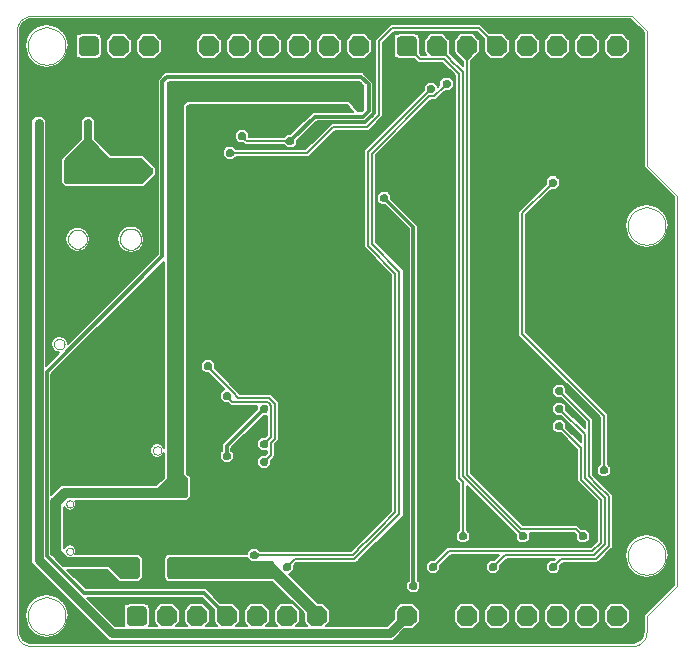
<source format=gbr>
G04 PROTEUS RS274X GERBER FILE*
%FSLAX45Y45*%
%MOMM*%
G01*
%ADD10C,0.190500*%
%ADD11C,0.762000*%
%ADD13C,0.300000*%
%ADD14C,0.609600*%
%AMPPAD009*
4,1,36,
-0.495200,0.800000,
0.495200,0.800000,
0.557520,0.793940,
0.615160,0.776490,
0.666980,0.748770,
0.711890,0.711890,
0.748760,0.666980,
0.776480,0.615160,
0.793930,0.557520,
0.800000,0.495200,
0.800000,-0.495200,
0.793930,-0.557520,
0.776480,-0.615160,
0.748760,-0.666980,
0.711890,-0.711890,
0.666980,-0.748770,
0.615160,-0.776490,
0.557520,-0.793940,
0.495200,-0.800000,
-0.495200,-0.800000,
-0.557520,-0.793940,
-0.615160,-0.776490,
-0.666980,-0.748770,
-0.711890,-0.711890,
-0.748760,-0.666980,
-0.776480,-0.615160,
-0.793930,-0.557520,
-0.800000,-0.495200,
-0.800000,0.495200,
-0.793930,0.557520,
-0.776480,0.615160,
-0.748760,0.666980,
-0.711890,0.711890,
-0.666980,0.748770,
-0.615160,0.776490,
-0.557520,0.793940,
-0.495200,0.800000,
0*%
%ADD19PPAD009*%
%ADD70C,1.600000*%
%ADD43R,4.750000X1.500000*%
%ADD42C,0.025400*%
G36*
X+5307966Y+5196216D02*
X+5307966Y+4053216D01*
X+5561965Y+3799217D01*
X+5561965Y+518783D01*
X+5307965Y+264783D01*
X+5307965Y+128257D01*
X+5305810Y+106112D01*
X+5300031Y+87027D01*
X+5290904Y+69961D01*
X+5278793Y+55211D01*
X+5264038Y+43095D01*
X+5246971Y+33968D01*
X+5227887Y+28190D01*
X+5205743Y+26035D01*
X+128257Y+26035D01*
X+106112Y+28190D01*
X+87028Y+33968D01*
X+69962Y+43095D01*
X+55207Y+55211D01*
X+43096Y+69961D01*
X+33969Y+87027D01*
X+28190Y+106112D01*
X+26035Y+128257D01*
X+26035Y+5205743D01*
X+28190Y+5227887D01*
X+33969Y+5246973D01*
X+43096Y+5264039D01*
X+55208Y+5278792D01*
X+69961Y+5290904D01*
X+87027Y+5300031D01*
X+106112Y+5305810D01*
X+128257Y+5307965D01*
X+5196217Y+5307965D01*
X+5307966Y+5196216D01*
G37*
%LPC*%
G36*
X+5337320Y+946571D02*
X+5337320Y+946572D01*
X+5380860Y+940974D01*
X+5426171Y+922434D01*
X+5428984Y+920250D01*
X+5466838Y+890851D01*
X+5469060Y+887729D01*
X+5499996Y+844254D01*
X+5503236Y+830594D01*
X+5519507Y+762000D01*
X+5518082Y+755992D01*
X+5499996Y+679746D01*
X+5466838Y+633149D01*
X+5426171Y+601566D01*
X+5380860Y+583026D01*
X+5334000Y+577002D01*
X+5330680Y+577428D01*
X+5287140Y+583026D01*
X+5241829Y+601566D01*
X+5239016Y+603750D01*
X+5201162Y+633149D01*
X+5198940Y+636271D01*
X+5168004Y+679746D01*
X+5164764Y+693406D01*
X+5148493Y+762000D01*
X+5149918Y+768008D01*
X+5168004Y+844254D01*
X+5201162Y+890851D01*
X+5241829Y+922434D01*
X+5287140Y+940974D01*
X+5334000Y+946998D01*
X+5337320Y+946571D01*
G37*
G36*
X+5337320Y+3740571D02*
X+5337320Y+3740572D01*
X+5380860Y+3734974D01*
X+5426171Y+3716434D01*
X+5428984Y+3714250D01*
X+5466838Y+3684851D01*
X+5469060Y+3681729D01*
X+5499996Y+3638254D01*
X+5503236Y+3624594D01*
X+5519507Y+3556000D01*
X+5518082Y+3549992D01*
X+5499996Y+3473746D01*
X+5466838Y+3427149D01*
X+5426171Y+3395566D01*
X+5380860Y+3377026D01*
X+5334000Y+3371002D01*
X+5330680Y+3371428D01*
X+5287140Y+3377026D01*
X+5241829Y+3395566D01*
X+5239016Y+3397750D01*
X+5201162Y+3427149D01*
X+5198940Y+3430271D01*
X+5168004Y+3473746D01*
X+5164764Y+3487406D01*
X+5148493Y+3556000D01*
X+5149918Y+3562008D01*
X+5168004Y+3638254D01*
X+5201162Y+3684851D01*
X+5241829Y+3716434D01*
X+5287140Y+3734974D01*
X+5334000Y+3740998D01*
X+5337320Y+3740571D01*
G37*
G36*
X+257320Y+5264571D02*
X+257320Y+5264572D01*
X+300860Y+5258974D01*
X+346171Y+5240434D01*
X+348984Y+5238250D01*
X+386838Y+5208851D01*
X+389060Y+5205729D01*
X+419996Y+5162254D01*
X+423236Y+5148594D01*
X+439507Y+5080000D01*
X+438082Y+5073992D01*
X+419996Y+4997746D01*
X+386838Y+4951149D01*
X+346171Y+4919566D01*
X+300860Y+4901026D01*
X+254000Y+4895002D01*
X+250680Y+4895428D01*
X+207140Y+4901026D01*
X+161829Y+4919566D01*
X+159016Y+4921750D01*
X+121162Y+4951149D01*
X+118940Y+4954271D01*
X+88004Y+4997746D01*
X+84764Y+5011406D01*
X+68493Y+5080000D01*
X+69918Y+5086008D01*
X+88004Y+5162254D01*
X+121162Y+5208851D01*
X+161829Y+5240434D01*
X+207140Y+5258974D01*
X+254000Y+5264998D01*
X+257320Y+5264571D01*
G37*
G36*
X+257320Y+438571D02*
X+257320Y+438572D01*
X+300860Y+432974D01*
X+346171Y+414434D01*
X+348984Y+412250D01*
X+386838Y+382851D01*
X+389060Y+379729D01*
X+419996Y+336254D01*
X+423236Y+322594D01*
X+439507Y+254000D01*
X+438082Y+247992D01*
X+419996Y+171746D01*
X+386838Y+125149D01*
X+346171Y+93566D01*
X+300860Y+75026D01*
X+254000Y+69002D01*
X+250680Y+69428D01*
X+207140Y+75026D01*
X+161829Y+93566D01*
X+159016Y+95750D01*
X+121162Y+125149D01*
X+118940Y+128271D01*
X+88004Y+171746D01*
X+84764Y+185406D01*
X+68493Y+254000D01*
X+69918Y+260008D01*
X+88004Y+336254D01*
X+121162Y+382851D01*
X+161829Y+414434D01*
X+207140Y+432974D01*
X+254000Y+438998D01*
X+257320Y+438571D01*
G37*
G36*
X+2943768Y+4846817D02*
X+3018914Y+4771671D01*
X+3018914Y+4510131D01*
X+2951169Y+4442386D01*
X+2540065Y+4442386D01*
X+2373734Y+4276055D01*
X+2373734Y+4245697D01*
X+2353648Y+4225611D01*
X+2353646Y+4225611D01*
X+2340946Y+4212911D01*
X+2287142Y+4212911D01*
X+2261465Y+4238588D01*
X+1934422Y+4238588D01*
X+1916299Y+4256711D01*
X+1878199Y+4256711D01*
X+1845411Y+4289499D01*
X+1845411Y+4343301D01*
X+1878199Y+4376089D01*
X+1932003Y+4376089D01*
X+1964789Y+4343303D01*
X+1964789Y+4307166D01*
X+2262019Y+4307166D01*
X+2287142Y+4332289D01*
X+2317500Y+4332289D01*
X+2507125Y+4521914D01*
X+2851544Y+4521914D01*
X+2848361Y+4525097D01*
X+2848361Y+4525099D01*
X+2795999Y+4577461D01*
X+1456951Y+4577461D01*
X+1445289Y+4565799D01*
X+1445289Y+1460403D01*
X+1464339Y+1441353D01*
X+1464339Y+1441351D01*
X+1477039Y+1428651D01*
X+1477039Y+1260549D01*
X+1444251Y+1227761D01*
X+496998Y+1227761D01*
X+506335Y+1209598D01*
X+506335Y+1197002D01*
X+485983Y+1157410D01*
X+450300Y+1145958D01*
X+414617Y+1157410D01*
X+403489Y+1179058D01*
X+403489Y+827542D01*
X+414617Y+849190D01*
X+450300Y+860642D01*
X+485983Y+849190D01*
X+506335Y+809598D01*
X+506335Y+797002D01*
X+496973Y+778789D01*
X+1034253Y+778789D01*
X+1067039Y+746003D01*
X+1067039Y+577899D01*
X+1034251Y+545111D01*
X+866149Y+545111D01*
X+853449Y+557811D01*
X+853447Y+557811D01*
X+833361Y+577897D01*
X+833361Y+577899D01*
X+764549Y+646711D01*
X+425572Y+646711D01*
X+582969Y+489314D01*
X+1598920Y+489314D01*
X+1723745Y+364489D01*
X+1830301Y+364489D01*
X+1888489Y+306301D01*
X+1888489Y+201699D01*
X+1859253Y+172463D01*
X+1950747Y+172463D01*
X+1921511Y+201699D01*
X+1921511Y+306301D01*
X+1979699Y+364489D01*
X+2084301Y+364489D01*
X+2142489Y+306301D01*
X+2142489Y+201699D01*
X+2113253Y+172463D01*
X+2204747Y+172463D01*
X+2175511Y+201699D01*
X+2175511Y+306301D01*
X+2233699Y+364489D01*
X+2338301Y+364489D01*
X+2396489Y+306301D01*
X+2396489Y+201699D01*
X+2367253Y+172463D01*
X+2458747Y+172463D01*
X+2429511Y+201699D01*
X+2429511Y+277899D01*
X+2162299Y+545111D01*
X+1276149Y+545111D01*
X+1243361Y+577899D01*
X+1243361Y+746001D01*
X+1276149Y+778789D01*
X+1951991Y+778789D01*
X+1951991Y+796521D01*
X+1984779Y+829309D01*
X+2038581Y+829309D01*
X+2051281Y+816609D01*
X+2051283Y+816609D01*
X+2063983Y+803909D01*
X+2829853Y+803909D01*
X+3172461Y+1146517D01*
X+3172461Y+3139905D01*
X+2937511Y+3374855D01*
X+2937511Y+4196901D01*
X+3446511Y+4705901D01*
X+3446511Y+4744001D01*
X+3479299Y+4776789D01*
X+3533103Y+4776789D01*
X+3553189Y+4756703D01*
X+3553189Y+4756701D01*
X+3565889Y+4744001D01*
X+3565889Y+4736379D01*
X+3579861Y+4750351D01*
X+3579861Y+4788451D01*
X+3612649Y+4821239D01*
X+3666453Y+4821239D01*
X+3686539Y+4801153D01*
X+3686539Y+4801151D01*
X+3699239Y+4788451D01*
X+3699239Y+4734649D01*
X+3666451Y+4701861D01*
X+3628351Y+4701861D01*
X+3549694Y+4623204D01*
X+3509173Y+4623204D01*
X+3040321Y+4154372D01*
X+3040321Y+3417455D01*
X+3275271Y+3182505D01*
X+3275271Y+1103905D01*
X+2892549Y+721183D01*
X+2892549Y+721181D01*
X+2872463Y+701095D01*
X+2367585Y+701095D01*
X+2345689Y+679199D01*
X+2345689Y+641099D01*
X+2312901Y+608311D01*
X+2306851Y+608311D01*
X+2550673Y+364489D01*
X+2592301Y+364489D01*
X+2650489Y+306301D01*
X+2650489Y+201699D01*
X+2621253Y+172463D01*
X+3131561Y+172463D01*
X+3191511Y+232413D01*
X+3191511Y+306301D01*
X+3249699Y+364489D01*
X+3354301Y+364489D01*
X+3412489Y+306301D01*
X+3412489Y+201699D01*
X+3354301Y+143511D01*
X+3280413Y+143511D01*
X+3183639Y+46737D01*
X+781311Y+46737D01*
X+122186Y+705862D01*
X+122186Y+4453639D01*
X+159011Y+4490464D01*
X+211089Y+4490464D01*
X+247914Y+4453639D01*
X+247914Y+2372298D01*
X+359981Y+2484365D01*
X+353670Y+2485959D01*
X+325138Y+2493171D01*
X+319995Y+2498464D01*
X+296182Y+2522974D01*
X+288291Y+2556200D01*
X+296182Y+2589426D01*
X+325138Y+2619229D01*
X+360050Y+2628053D01*
X+366430Y+2626441D01*
X+394962Y+2619229D01*
X+400105Y+2613936D01*
X+423918Y+2589426D01*
X+431809Y+2556200D01*
X+431807Y+2556191D01*
X+1193136Y+3317520D01*
X+1193136Y+4797070D01*
X+1254530Y+4858464D01*
X+2932121Y+4858464D01*
X+2943768Y+4846817D01*
G37*
G36*
X+547809Y+3544274D02*
X+552855Y+3543344D01*
X+588663Y+3520768D01*
X+615326Y+3478969D01*
X+621083Y+3443900D01*
X+620391Y+3439683D01*
X+615326Y+3408831D01*
X+612450Y+3404321D01*
X+588663Y+3367032D01*
X+583731Y+3363922D01*
X+552855Y+3344456D01*
X+547809Y+3343526D01*
X+514700Y+3337427D01*
X+476545Y+3344456D01*
X+440737Y+3367032D01*
X+414074Y+3408831D01*
X+408317Y+3443900D01*
X+409009Y+3448117D01*
X+414074Y+3478969D01*
X+416950Y+3483479D01*
X+440737Y+3520768D01*
X+445669Y+3523878D01*
X+476545Y+3543344D01*
X+481591Y+3544274D01*
X+514700Y+3550373D01*
X+547809Y+3544274D01*
G37*
G36*
X+978685Y+3557901D02*
X+1003985Y+3553524D01*
X+1041033Y+3531979D01*
X+1044189Y+3527804D01*
X+1070531Y+3492955D01*
X+1071758Y+3487400D01*
X+1081361Y+3443900D01*
X+1070531Y+3394845D01*
X+1041033Y+3355821D01*
X+1003985Y+3334276D01*
X+964700Y+3327479D01*
X+925415Y+3334276D01*
X+888367Y+3355821D01*
X+885211Y+3359996D01*
X+858869Y+3394845D01*
X+857642Y+3400400D01*
X+848039Y+3443900D01*
X+858869Y+3492955D01*
X+888367Y+3531979D01*
X+925415Y+3553524D01*
X+964700Y+3560321D01*
X+978685Y+3557901D01*
G37*
G36*
X+641995Y+4477245D02*
X+664739Y+4454501D01*
X+664739Y+4294901D01*
X+798501Y+4161139D01*
X+1069051Y+4161139D01*
X+1077701Y+4152489D01*
X+1077703Y+4152489D01*
X+1097789Y+4132403D01*
X+1097789Y+4132401D01*
X+1182089Y+4048101D01*
X+1182089Y+3989699D01*
X+1077701Y+3885311D01*
X+405249Y+3885311D01*
X+372461Y+3918099D01*
X+372461Y+4122003D01*
X+405247Y+4154789D01*
X+405249Y+4154789D01*
X+545361Y+4294901D01*
X+545361Y+4454501D01*
X+578149Y+4487289D01*
X+631951Y+4487289D01*
X+641995Y+4477245D01*
G37*
G36*
X+2736975Y+230379D02*
X+2736975Y+277621D01*
X+2770379Y+311025D01*
X+2817621Y+311025D01*
X+2851025Y+277621D01*
X+2851025Y+230379D01*
X+2817621Y+196975D01*
X+2770379Y+196975D01*
X+2736975Y+230379D01*
G37*
G36*
X+2990975Y+230379D02*
X+2990975Y+277621D01*
X+3024379Y+311025D01*
X+3071621Y+311025D01*
X+3105025Y+277621D01*
X+3105025Y+230379D01*
X+3071621Y+196975D01*
X+3024379Y+196975D01*
X+2990975Y+230379D01*
G37*
G36*
X+3498975Y+230379D02*
X+3498975Y+277621D01*
X+3532379Y+311025D01*
X+3579621Y+311025D01*
X+3613025Y+277621D01*
X+3613025Y+230379D01*
X+3579621Y+196975D01*
X+3532379Y+196975D01*
X+3498975Y+230379D01*
G37*
G36*
X+3872345Y+354445D02*
X+3920489Y+306301D01*
X+3920489Y+201699D01*
X+3862301Y+143511D01*
X+3757699Y+143511D01*
X+3699511Y+201699D01*
X+3699511Y+306301D01*
X+3757699Y+364489D01*
X+3862301Y+364489D01*
X+3872345Y+354445D01*
G37*
G36*
X+4126345Y+354445D02*
X+4174489Y+306301D01*
X+4174489Y+201699D01*
X+4116301Y+143511D01*
X+4011699Y+143511D01*
X+3953511Y+201699D01*
X+3953511Y+306301D01*
X+4011699Y+364489D01*
X+4116301Y+364489D01*
X+4126345Y+354445D01*
G37*
G36*
X+4380345Y+354445D02*
X+4428489Y+306301D01*
X+4428489Y+201699D01*
X+4370301Y+143511D01*
X+4265699Y+143511D01*
X+4207511Y+201699D01*
X+4207511Y+306301D01*
X+4265699Y+364489D01*
X+4370301Y+364489D01*
X+4380345Y+354445D01*
G37*
G36*
X+4634345Y+354445D02*
X+4682489Y+306301D01*
X+4682489Y+201699D01*
X+4624301Y+143511D01*
X+4519699Y+143511D01*
X+4461511Y+201699D01*
X+4461511Y+306301D01*
X+4519699Y+364489D01*
X+4624301Y+364489D01*
X+4634345Y+354445D01*
G37*
G36*
X+4888345Y+354445D02*
X+4936489Y+306301D01*
X+4936489Y+201699D01*
X+4878301Y+143511D01*
X+4773699Y+143511D01*
X+4715511Y+201699D01*
X+4715511Y+306301D01*
X+4773699Y+364489D01*
X+4878301Y+364489D01*
X+4888345Y+354445D01*
G37*
G36*
X+5142345Y+354445D02*
X+5190489Y+306301D01*
X+5190489Y+201699D01*
X+5132301Y+143511D01*
X+5027699Y+143511D01*
X+4969511Y+201699D01*
X+4969511Y+306301D01*
X+5027699Y+364489D01*
X+5132301Y+364489D01*
X+5142345Y+354445D01*
G37*
G36*
X+686678Y+5184764D02*
X+714364Y+5184764D01*
X+714364Y+5157078D01*
X+720089Y+5151353D01*
X+720089Y+5008647D01*
X+714364Y+5002922D01*
X+714364Y+4975236D01*
X+686678Y+4975236D01*
X+680953Y+4969511D01*
X+538247Y+4969511D01*
X+532522Y+4975236D01*
X+504836Y+4975236D01*
X+504836Y+5002922D01*
X+499111Y+5008647D01*
X+499111Y+5151353D01*
X+504836Y+5157078D01*
X+504836Y+5184764D01*
X+532522Y+5184764D01*
X+538247Y+5190489D01*
X+680953Y+5190489D01*
X+686678Y+5184764D01*
G37*
G36*
X+935989Y+5170403D02*
X+935989Y+5170401D01*
X+954001Y+5152389D01*
X+954003Y+5152389D01*
X+974089Y+5132303D01*
X+974089Y+5027697D01*
X+954003Y+5007611D01*
X+954001Y+5007611D01*
X+935989Y+4989599D01*
X+935989Y+4989597D01*
X+915903Y+4969511D01*
X+811297Y+4969511D01*
X+791211Y+4989597D01*
X+791211Y+4989599D01*
X+773199Y+5007611D01*
X+773197Y+5007611D01*
X+753111Y+5027697D01*
X+753111Y+5132303D01*
X+773197Y+5152389D01*
X+773199Y+5152389D01*
X+791211Y+5170401D01*
X+791211Y+5170403D01*
X+811297Y+5190489D01*
X+915903Y+5190489D01*
X+935989Y+5170403D01*
G37*
G36*
X+1189989Y+5170403D02*
X+1189989Y+5170401D01*
X+1208001Y+5152389D01*
X+1208003Y+5152389D01*
X+1228089Y+5132303D01*
X+1228089Y+5027697D01*
X+1208003Y+5007611D01*
X+1208001Y+5007611D01*
X+1189989Y+4989599D01*
X+1189989Y+4989597D01*
X+1169903Y+4969511D01*
X+1065297Y+4969511D01*
X+1045211Y+4989597D01*
X+1045211Y+4989599D01*
X+1027199Y+5007611D01*
X+1027197Y+5007611D01*
X+1007111Y+5027697D01*
X+1007111Y+5132303D01*
X+1027197Y+5152389D01*
X+1027199Y+5152389D01*
X+1045211Y+5170401D01*
X+1045211Y+5170403D01*
X+1065297Y+5190489D01*
X+1169903Y+5190489D01*
X+1189989Y+5170403D01*
G37*
G36*
X+1314575Y+5056379D02*
X+1314575Y+5103621D01*
X+1347979Y+5137025D01*
X+1395221Y+5137025D01*
X+1428625Y+5103621D01*
X+1428625Y+5056379D01*
X+1395221Y+5022975D01*
X+1347979Y+5022975D01*
X+1314575Y+5056379D01*
G37*
G36*
X+1697989Y+5170403D02*
X+1697989Y+5170401D01*
X+1716001Y+5152389D01*
X+1716003Y+5152389D01*
X+1736089Y+5132303D01*
X+1736089Y+5027697D01*
X+1716003Y+5007611D01*
X+1716001Y+5007611D01*
X+1697989Y+4989599D01*
X+1697989Y+4989597D01*
X+1677903Y+4969511D01*
X+1573297Y+4969511D01*
X+1553211Y+4989597D01*
X+1553211Y+4989599D01*
X+1535199Y+5007611D01*
X+1535197Y+5007611D01*
X+1515111Y+5027697D01*
X+1515111Y+5132303D01*
X+1535197Y+5152389D01*
X+1535199Y+5152389D01*
X+1553211Y+5170401D01*
X+1553211Y+5170403D01*
X+1573297Y+5190489D01*
X+1677903Y+5190489D01*
X+1697989Y+5170403D01*
G37*
G36*
X+1951989Y+5170403D02*
X+1951989Y+5170401D01*
X+1970001Y+5152389D01*
X+1970003Y+5152389D01*
X+1990089Y+5132303D01*
X+1990089Y+5027697D01*
X+1970003Y+5007611D01*
X+1970001Y+5007611D01*
X+1951989Y+4989599D01*
X+1951989Y+4989597D01*
X+1931903Y+4969511D01*
X+1827297Y+4969511D01*
X+1807211Y+4989597D01*
X+1807211Y+4989599D01*
X+1789199Y+5007611D01*
X+1789197Y+5007611D01*
X+1769111Y+5027697D01*
X+1769111Y+5132303D01*
X+1789197Y+5152389D01*
X+1789199Y+5152389D01*
X+1807211Y+5170401D01*
X+1807211Y+5170403D01*
X+1827297Y+5190489D01*
X+1931903Y+5190489D01*
X+1951989Y+5170403D01*
G37*
G36*
X+2205989Y+5170403D02*
X+2205989Y+5170401D01*
X+2224001Y+5152389D01*
X+2224003Y+5152389D01*
X+2244089Y+5132303D01*
X+2244089Y+5027697D01*
X+2224003Y+5007611D01*
X+2224001Y+5007611D01*
X+2205989Y+4989599D01*
X+2205989Y+4989597D01*
X+2185903Y+4969511D01*
X+2081297Y+4969511D01*
X+2061211Y+4989597D01*
X+2061211Y+4989599D01*
X+2043199Y+5007611D01*
X+2043197Y+5007611D01*
X+2023111Y+5027697D01*
X+2023111Y+5132303D01*
X+2043197Y+5152389D01*
X+2043199Y+5152389D01*
X+2061211Y+5170401D01*
X+2061211Y+5170403D01*
X+2081297Y+5190489D01*
X+2185903Y+5190489D01*
X+2205989Y+5170403D01*
G37*
G36*
X+2459989Y+5170403D02*
X+2459989Y+5170401D01*
X+2478001Y+5152389D01*
X+2478003Y+5152389D01*
X+2498089Y+5132303D01*
X+2498089Y+5027697D01*
X+2478003Y+5007611D01*
X+2478001Y+5007611D01*
X+2459989Y+4989599D01*
X+2459989Y+4989597D01*
X+2439903Y+4969511D01*
X+2335297Y+4969511D01*
X+2315211Y+4989597D01*
X+2315211Y+4989599D01*
X+2297199Y+5007611D01*
X+2297197Y+5007611D01*
X+2277111Y+5027697D01*
X+2277111Y+5132303D01*
X+2297197Y+5152389D01*
X+2297199Y+5152389D01*
X+2315211Y+5170401D01*
X+2315211Y+5170403D01*
X+2335297Y+5190489D01*
X+2439903Y+5190489D01*
X+2459989Y+5170403D01*
G37*
G36*
X+2713989Y+5170403D02*
X+2713989Y+5170401D01*
X+2732001Y+5152389D01*
X+2732003Y+5152389D01*
X+2752089Y+5132303D01*
X+2752089Y+5027697D01*
X+2732003Y+5007611D01*
X+2732001Y+5007611D01*
X+2713989Y+4989599D01*
X+2713989Y+4989597D01*
X+2693903Y+4969511D01*
X+2589297Y+4969511D01*
X+2569211Y+4989597D01*
X+2569211Y+4989599D01*
X+2551199Y+5007611D01*
X+2551197Y+5007611D01*
X+2531111Y+5027697D01*
X+2531111Y+5132303D01*
X+2551197Y+5152389D01*
X+2551199Y+5152389D01*
X+2569211Y+5170401D01*
X+2569211Y+5170403D01*
X+2589297Y+5190489D01*
X+2693903Y+5190489D01*
X+2713989Y+5170403D01*
G37*
G36*
X+2967989Y+5170403D02*
X+2967989Y+5170401D01*
X+2986001Y+5152389D01*
X+2986003Y+5152389D01*
X+3006089Y+5132303D01*
X+3006089Y+5027697D01*
X+2986003Y+5007611D01*
X+2986001Y+5007611D01*
X+2967989Y+4989599D01*
X+2967989Y+4989597D01*
X+2947903Y+4969511D01*
X+2843297Y+4969511D01*
X+2823211Y+4989597D01*
X+2823211Y+4989599D01*
X+2805199Y+5007611D01*
X+2805197Y+5007611D01*
X+2785111Y+5027697D01*
X+2785111Y+5132303D01*
X+2805197Y+5152389D01*
X+2805199Y+5152389D01*
X+2823211Y+5170401D01*
X+2823211Y+5170403D01*
X+2843297Y+5190489D01*
X+2947903Y+5190489D01*
X+2967989Y+5170403D01*
G37*
G36*
X+3882389Y+5170403D02*
X+3882389Y+5170401D01*
X+3900401Y+5152389D01*
X+3900403Y+5152389D01*
X+3920489Y+5132303D01*
X+3920489Y+5027697D01*
X+3900403Y+5007611D01*
X+3900401Y+5007611D01*
X+3882389Y+4989599D01*
X+3882389Y+4989597D01*
X+3848928Y+4956136D01*
X+3848926Y+4956136D01*
X+3844289Y+4951499D01*
X+3844289Y+1465988D01*
X+4288010Y+1022267D01*
X+4747573Y+1022267D01*
X+4781781Y+988059D01*
X+4819881Y+988059D01*
X+4852669Y+955271D01*
X+4852669Y+901469D01*
X+4819881Y+868681D01*
X+4766079Y+868681D01*
X+4753379Y+881381D01*
X+4753377Y+881381D01*
X+4733291Y+901467D01*
X+4733291Y+939569D01*
X+4719171Y+953689D01*
X+4344669Y+953689D01*
X+4344669Y+901469D01*
X+4311881Y+868681D01*
X+4258079Y+868681D01*
X+4245379Y+881381D01*
X+4245377Y+881381D01*
X+4225291Y+901467D01*
X+4225291Y+939569D01*
X+3811269Y+1353591D01*
X+3811269Y+980673D01*
X+3823969Y+967973D01*
X+3823969Y+967971D01*
X+3836669Y+955271D01*
X+3836669Y+901469D01*
X+3803881Y+868681D01*
X+3750077Y+868681D01*
X+3717291Y+901467D01*
X+3717291Y+955273D01*
X+3742691Y+980673D01*
X+3742691Y+1373793D01*
X+3727347Y+1389137D01*
X+3727345Y+1389137D01*
X+3707259Y+1409223D01*
X+3707259Y+4831891D01*
X+3603899Y+4935251D01*
X+3398259Y+4935251D01*
X+3363999Y+4969511D01*
X+3230647Y+4969511D01*
X+3224922Y+4975236D01*
X+3197236Y+4975236D01*
X+3197236Y+5002922D01*
X+3191511Y+5008647D01*
X+3191511Y+5151353D01*
X+3197236Y+5157078D01*
X+3197236Y+5184764D01*
X+3224922Y+5184764D01*
X+3230647Y+5190489D01*
X+3373353Y+5190489D01*
X+3379078Y+5184764D01*
X+3406764Y+5184764D01*
X+3406764Y+5157078D01*
X+3412489Y+5151353D01*
X+3412489Y+5018001D01*
X+3426661Y+5003829D01*
X+3469381Y+5003829D01*
X+3465599Y+5007611D01*
X+3465597Y+5007611D01*
X+3445511Y+5027697D01*
X+3445511Y+5132303D01*
X+3465597Y+5152389D01*
X+3465599Y+5152389D01*
X+3483611Y+5170401D01*
X+3483611Y+5170403D01*
X+3503697Y+5190489D01*
X+3608303Y+5190489D01*
X+3628389Y+5170403D01*
X+3628389Y+5170401D01*
X+3646401Y+5152389D01*
X+3646403Y+5152389D01*
X+3666489Y+5132303D01*
X+3666489Y+5018001D01*
X+3775711Y+4908779D01*
X+3775711Y+4951499D01*
X+3771074Y+4956136D01*
X+3771072Y+4956136D01*
X+3737611Y+4989597D01*
X+3737611Y+4989599D01*
X+3719599Y+5007611D01*
X+3719597Y+5007611D01*
X+3699511Y+5027697D01*
X+3699511Y+5132303D01*
X+3719597Y+5152389D01*
X+3719599Y+5152389D01*
X+3737611Y+5170401D01*
X+3737611Y+5170403D01*
X+3757697Y+5190489D01*
X+3862303Y+5190489D01*
X+3882389Y+5170403D01*
G37*
G36*
X+4002001Y+5190489D02*
X+4116303Y+5190489D01*
X+4136389Y+5170403D01*
X+4136389Y+5170401D01*
X+4154401Y+5152389D01*
X+4154403Y+5152389D01*
X+4174489Y+5132303D01*
X+4174489Y+5027697D01*
X+4154403Y+5007611D01*
X+4154401Y+5007611D01*
X+4136389Y+4989599D01*
X+4136389Y+4989597D01*
X+4116303Y+4969511D01*
X+4011697Y+4969511D01*
X+3991611Y+4989597D01*
X+3991611Y+4989599D01*
X+3973599Y+5007611D01*
X+3973597Y+5007611D01*
X+3953511Y+5027697D01*
X+3953511Y+5141999D01*
X+3897399Y+5198111D01*
X+3195550Y+5198111D01*
X+3103897Y+5106458D01*
X+3103897Y+4485504D01*
X+2981203Y+4362810D01*
X+2696340Y+4362810D01*
X+2472141Y+4138611D01*
X+1855803Y+4138611D01*
X+1843103Y+4125911D01*
X+1843101Y+4125911D01*
X+1830401Y+4113211D01*
X+1776599Y+4113211D01*
X+1743811Y+4145999D01*
X+1743811Y+4199801D01*
X+1776599Y+4232589D01*
X+1830403Y+4232589D01*
X+1855803Y+4207189D01*
X+2443739Y+4207189D01*
X+2667938Y+4431388D01*
X+2952801Y+4431388D01*
X+3035319Y+4513906D01*
X+3035319Y+5134860D01*
X+3167148Y+5266689D01*
X+3925801Y+5266689D01*
X+4002001Y+5190489D01*
G37*
G36*
X+4390389Y+5170403D02*
X+4390389Y+5170401D01*
X+4408401Y+5152389D01*
X+4408403Y+5152389D01*
X+4428489Y+5132303D01*
X+4428489Y+5027697D01*
X+4408403Y+5007611D01*
X+4408401Y+5007611D01*
X+4390389Y+4989599D01*
X+4390389Y+4989597D01*
X+4370303Y+4969511D01*
X+4265697Y+4969511D01*
X+4245611Y+4989597D01*
X+4245611Y+4989599D01*
X+4227599Y+5007611D01*
X+4227597Y+5007611D01*
X+4207511Y+5027697D01*
X+4207511Y+5132303D01*
X+4227597Y+5152389D01*
X+4227599Y+5152389D01*
X+4245611Y+5170401D01*
X+4245611Y+5170403D01*
X+4265697Y+5190489D01*
X+4370303Y+5190489D01*
X+4390389Y+5170403D01*
G37*
G36*
X+4644389Y+5170403D02*
X+4644389Y+5170401D01*
X+4662401Y+5152389D01*
X+4662403Y+5152389D01*
X+4682489Y+5132303D01*
X+4682489Y+5027697D01*
X+4662403Y+5007611D01*
X+4662401Y+5007611D01*
X+4644389Y+4989599D01*
X+4644389Y+4989597D01*
X+4624303Y+4969511D01*
X+4519697Y+4969511D01*
X+4499611Y+4989597D01*
X+4499611Y+4989599D01*
X+4481599Y+5007611D01*
X+4481597Y+5007611D01*
X+4461511Y+5027697D01*
X+4461511Y+5132303D01*
X+4481597Y+5152389D01*
X+4481599Y+5152389D01*
X+4499611Y+5170401D01*
X+4499611Y+5170403D01*
X+4519697Y+5190489D01*
X+4624303Y+5190489D01*
X+4644389Y+5170403D01*
G37*
G36*
X+4898389Y+5170403D02*
X+4898389Y+5170401D01*
X+4916401Y+5152389D01*
X+4916403Y+5152389D01*
X+4936489Y+5132303D01*
X+4936489Y+5027697D01*
X+4916403Y+5007611D01*
X+4916401Y+5007611D01*
X+4898389Y+4989599D01*
X+4898389Y+4989597D01*
X+4878303Y+4969511D01*
X+4773697Y+4969511D01*
X+4753611Y+4989597D01*
X+4753611Y+4989599D01*
X+4735599Y+5007611D01*
X+4735597Y+5007611D01*
X+4715511Y+5027697D01*
X+4715511Y+5132303D01*
X+4735597Y+5152389D01*
X+4735599Y+5152389D01*
X+4753611Y+5170401D01*
X+4753611Y+5170403D01*
X+4773697Y+5190489D01*
X+4878303Y+5190489D01*
X+4898389Y+5170403D01*
G37*
G36*
X+5152389Y+5170403D02*
X+5152389Y+5170401D01*
X+5170401Y+5152389D01*
X+5170403Y+5152389D01*
X+5190489Y+5132303D01*
X+5190489Y+5027697D01*
X+5170403Y+5007611D01*
X+5170401Y+5007611D01*
X+5152389Y+4989599D01*
X+5152389Y+4989597D01*
X+5132303Y+4969511D01*
X+5027697Y+4969511D01*
X+5007611Y+4989597D01*
X+5007611Y+4989599D01*
X+4989599Y+5007611D01*
X+4989597Y+5007611D01*
X+4969511Y+5027697D01*
X+4969511Y+5132303D01*
X+4989597Y+5152389D01*
X+4989599Y+5152389D01*
X+5007611Y+5170401D01*
X+5007611Y+5170403D01*
X+5027697Y+5190489D01*
X+5132303Y+5190489D01*
X+5152389Y+5170403D01*
G37*
G36*
X+5339715Y+2127758D02*
X+5339715Y+2107242D01*
X+5325208Y+2092735D01*
X+5304692Y+2092735D01*
X+5290185Y+2107242D01*
X+5290185Y+2127758D01*
X+5304692Y+2142265D01*
X+5325208Y+2142265D01*
X+5339715Y+2127758D01*
G37*
G36*
X+5339715Y+2972758D02*
X+5339715Y+2952242D01*
X+5325208Y+2937735D01*
X+5304692Y+2937735D01*
X+5290185Y+2952242D01*
X+5290185Y+2972758D01*
X+5304692Y+2987265D01*
X+5325208Y+2987265D01*
X+5339715Y+2972758D01*
G37*
G36*
X+1658653Y+2417189D02*
X+1678739Y+2397103D01*
X+1678739Y+2351457D01*
X+1892094Y+2138102D01*
X+2149467Y+2138102D01*
X+2169553Y+2118016D01*
X+2169553Y+2118014D01*
X+2222319Y+2065248D01*
X+2222319Y+1741259D01*
X+2188108Y+1707048D01*
X+2188108Y+1605416D01*
X+2168022Y+1585330D01*
X+2168020Y+1585330D01*
X+2153889Y+1571199D01*
X+2153889Y+1533099D01*
X+2121101Y+1500311D01*
X+2067299Y+1500311D01*
X+2034511Y+1533099D01*
X+2034511Y+1586901D01*
X+2067299Y+1619689D01*
X+2105399Y+1619689D01*
X+2119530Y+1633820D01*
X+2119530Y+1650311D01*
X+2067299Y+1650311D01*
X+2034511Y+1683099D01*
X+2034511Y+1736901D01*
X+2067299Y+1769689D01*
X+2105399Y+1769689D01*
X+2119527Y+1783817D01*
X+2119527Y+1950311D01*
X+2090745Y+1950311D01*
X+1818814Y+1678380D01*
X+1818814Y+1655028D01*
X+1826039Y+1647803D01*
X+1826039Y+1647801D01*
X+1838739Y+1635101D01*
X+1838739Y+1581299D01*
X+1805951Y+1548511D01*
X+1752149Y+1548511D01*
X+1719361Y+1581299D01*
X+1719361Y+1635101D01*
X+1732061Y+1647801D01*
X+1732061Y+1647803D01*
X+1739286Y+1655028D01*
X+1739286Y+1711320D01*
X+2034511Y+2006545D01*
X+2034511Y+2035321D01*
X+1811439Y+2035321D01*
X+1790249Y+2056511D01*
X+1752149Y+2056511D01*
X+1719361Y+2089299D01*
X+1719361Y+2143101D01*
X+1752149Y+2175889D01*
X+1757327Y+2175889D01*
X+1630249Y+2302967D01*
X+1630247Y+2302967D01*
X+1622703Y+2310511D01*
X+1592147Y+2310511D01*
X+1572061Y+2330597D01*
X+1572061Y+2330599D01*
X+1559361Y+2343299D01*
X+1559361Y+2397101D01*
X+1592149Y+2429889D01*
X+1645953Y+2429889D01*
X+1658653Y+2417189D01*
G37*
G36*
X+2446385Y+4262342D02*
X+2446385Y+4282858D01*
X+2460892Y+4297365D01*
X+2481408Y+4297365D01*
X+2495915Y+4282858D01*
X+2495915Y+4262342D01*
X+2481408Y+4247835D01*
X+2460892Y+4247835D01*
X+2446385Y+4262342D01*
G37*
G36*
X+160285Y+4684042D02*
X+160285Y+4704558D01*
X+174792Y+4719065D01*
X+195308Y+4719065D01*
X+209815Y+4704558D01*
X+209815Y+4684042D01*
X+195308Y+4669535D01*
X+174792Y+4669535D01*
X+160285Y+4684042D01*
G37*
G36*
X+2446385Y+4097242D02*
X+2446385Y+4117758D01*
X+2460892Y+4132265D01*
X+2481408Y+4132265D01*
X+2495915Y+4117758D01*
X+2495915Y+4097242D01*
X+2481408Y+4082735D01*
X+2460892Y+4082735D01*
X+2446385Y+4097242D01*
G37*
G36*
X+2638635Y+3779742D02*
X+2638635Y+3800258D01*
X+2653142Y+3814765D01*
X+2673658Y+3814765D01*
X+2688165Y+3800258D01*
X+2688165Y+3779742D01*
X+2673658Y+3765235D01*
X+2653142Y+3765235D01*
X+2638635Y+3779742D01*
G37*
G36*
X+2140335Y+4331542D02*
X+2140335Y+4352058D01*
X+2154842Y+4366565D01*
X+2175358Y+4366565D01*
X+2189865Y+4352058D01*
X+2189865Y+4331542D01*
X+2175358Y+4317035D01*
X+2154842Y+4317035D01*
X+2140335Y+4331542D01*
G37*
G36*
X+1880335Y+4033742D02*
X+1880335Y+4054258D01*
X+1894842Y+4068765D01*
X+1915358Y+4068765D01*
X+1929865Y+4054258D01*
X+1929865Y+4033742D01*
X+1915358Y+4019235D01*
X+1894842Y+4019235D01*
X+1880335Y+4033742D01*
G37*
G36*
X+3150345Y+3839645D02*
X+3173089Y+3816901D01*
X+3173089Y+3786545D01*
X+3398914Y+3560721D01*
X+3398914Y+554828D01*
X+3406139Y+547603D01*
X+3406139Y+547601D01*
X+3418839Y+534901D01*
X+3418839Y+481097D01*
X+3398753Y+461011D01*
X+3398751Y+461011D01*
X+3386051Y+448311D01*
X+3332249Y+448311D01*
X+3299461Y+481099D01*
X+3299461Y+534901D01*
X+3312161Y+547601D01*
X+3312161Y+547603D01*
X+3319386Y+554828D01*
X+3319386Y+3527780D01*
X+3116855Y+3730311D01*
X+3086499Y+3730311D01*
X+3053711Y+3763099D01*
X+3053711Y+3816901D01*
X+3086499Y+3849689D01*
X+3140301Y+3849689D01*
X+3150345Y+3839645D01*
G37*
G36*
X+4630345Y+2209645D02*
X+4653089Y+2186901D01*
X+4653089Y+2148801D01*
X+4878069Y+1923821D01*
X+4878069Y+1450571D01*
X+5046669Y+1281971D01*
X+5046669Y+832441D01*
X+5026583Y+812355D01*
X+5026581Y+812355D01*
X+4935418Y+721192D01*
X+4935418Y+721190D01*
X+4915332Y+701104D01*
X+4621844Y+701104D01*
X+4599939Y+679199D01*
X+4599939Y+641097D01*
X+4579853Y+621011D01*
X+4579851Y+621011D01*
X+4567151Y+608311D01*
X+4513349Y+608311D01*
X+4480561Y+641099D01*
X+4480561Y+694901D01*
X+4513349Y+727689D01*
X+4551449Y+727689D01*
X+4559091Y+735331D01*
X+4148071Y+735331D01*
X+4091939Y+679199D01*
X+4091939Y+641099D01*
X+4059151Y+608311D01*
X+4005349Y+608311D01*
X+3972561Y+641099D01*
X+3972561Y+694901D01*
X+4005349Y+727689D01*
X+4043449Y+727689D01*
X+4085310Y+769550D01*
X+3674290Y+769550D01*
X+3583939Y+679199D01*
X+3583939Y+641099D01*
X+3551151Y+608311D01*
X+3497349Y+608311D01*
X+3464561Y+641099D01*
X+3464561Y+694901D01*
X+3497349Y+727689D01*
X+3535449Y+727689D01*
X+3645888Y+838128D01*
X+4858567Y+838128D01*
X+4909652Y+889213D01*
X+4909652Y+1225233D01*
X+4740982Y+1393903D01*
X+4740982Y+1663928D01*
X+4604599Y+1800311D01*
X+4566499Y+1800311D01*
X+4533711Y+1833099D01*
X+4533711Y+1886901D01*
X+4566499Y+1919689D01*
X+4620303Y+1919689D01*
X+4640389Y+1899603D01*
X+4640389Y+1899601D01*
X+4653089Y+1886901D01*
X+4653089Y+1848801D01*
X+4775236Y+1726654D01*
X+4775236Y+1779674D01*
X+4604599Y+1950311D01*
X+4566499Y+1950311D01*
X+4533711Y+1983099D01*
X+4533711Y+2036901D01*
X+4566499Y+2069689D01*
X+4620303Y+2069689D01*
X+4640389Y+2049603D01*
X+4640389Y+2049601D01*
X+4653089Y+2036901D01*
X+4653089Y+1998801D01*
X+4809491Y+1842399D01*
X+4809491Y+1895419D01*
X+4604599Y+2100311D01*
X+4566499Y+2100311D01*
X+4533711Y+2133099D01*
X+4533711Y+2186901D01*
X+4566499Y+2219689D01*
X+4620301Y+2219689D01*
X+4630345Y+2209645D01*
G37*
G36*
X+4586289Y+3964203D02*
X+4586289Y+3964201D01*
X+4598989Y+3951501D01*
X+4598989Y+3897699D01*
X+4566201Y+3864911D01*
X+4528101Y+3864911D01*
X+4314189Y+3650999D01*
X+4314189Y+2657051D01*
X+5006339Y+1964901D01*
X+5006339Y+1539903D01*
X+5019039Y+1527203D01*
X+5019039Y+1527201D01*
X+5031739Y+1514501D01*
X+5031739Y+1460699D01*
X+4998951Y+1427911D01*
X+4945149Y+1427911D01*
X+4912361Y+1460699D01*
X+4912361Y+1514503D01*
X+4937761Y+1539903D01*
X+4937761Y+1936499D01*
X+4245611Y+2628649D01*
X+4245611Y+3679401D01*
X+4479611Y+3913401D01*
X+4479611Y+3951501D01*
X+4512399Y+3984289D01*
X+4566203Y+3984289D01*
X+4586289Y+3964203D01*
G37*
G36*
X+4568635Y+3059742D02*
X+4568635Y+3080258D01*
X+4583142Y+3094765D01*
X+4603658Y+3094765D01*
X+4618165Y+3080258D01*
X+4618165Y+3059742D01*
X+4603658Y+3045235D01*
X+4583142Y+3045235D01*
X+4568635Y+3059742D01*
G37*
G36*
X+4416235Y+3059742D02*
X+4416235Y+3080258D01*
X+4430742Y+3094765D01*
X+4451258Y+3094765D01*
X+4465765Y+3080258D01*
X+4465765Y+3059742D01*
X+4451258Y+3045235D01*
X+4430742Y+3045235D01*
X+4416235Y+3059742D01*
G37*
G36*
X+4568635Y+2909742D02*
X+4568635Y+2930258D01*
X+4583142Y+2944765D01*
X+4603658Y+2944765D01*
X+4618165Y+2930258D01*
X+4618165Y+2909742D01*
X+4603658Y+2895235D01*
X+4583142Y+2895235D01*
X+4568635Y+2909742D01*
G37*
G36*
X+4416235Y+2909742D02*
X+4416235Y+2930258D01*
X+4430742Y+2944765D01*
X+4451258Y+2944765D01*
X+4465765Y+2930258D01*
X+4465765Y+2909742D01*
X+4451258Y+2895235D01*
X+4430742Y+2895235D01*
X+4416235Y+2909742D01*
G37*
G36*
X+4568635Y+3359742D02*
X+4568635Y+3380258D01*
X+4583142Y+3394765D01*
X+4603658Y+3394765D01*
X+4618165Y+3380258D01*
X+4618165Y+3359742D01*
X+4603658Y+3345235D01*
X+4583142Y+3345235D01*
X+4568635Y+3359742D01*
G37*
G36*
X+4416235Y+3359742D02*
X+4416235Y+3380258D01*
X+4430742Y+3394765D01*
X+4451258Y+3394765D01*
X+4465765Y+3380258D01*
X+4465765Y+3359742D01*
X+4451258Y+3345235D01*
X+4430742Y+3345235D01*
X+4416235Y+3359742D01*
G37*
G36*
X+4568635Y+3509742D02*
X+4568635Y+3530258D01*
X+4583142Y+3544765D01*
X+4603658Y+3544765D01*
X+4618165Y+3530258D01*
X+4618165Y+3509742D01*
X+4603658Y+3495235D01*
X+4583142Y+3495235D01*
X+4568635Y+3509742D01*
G37*
G36*
X+4416235Y+3509742D02*
X+4416235Y+3530258D01*
X+4430742Y+3544765D01*
X+4451258Y+3544765D01*
X+4465765Y+3530258D01*
X+4465765Y+3509742D01*
X+4451258Y+3495235D01*
X+4430742Y+3495235D01*
X+4416235Y+3509742D01*
G37*
G36*
X+5137785Y+2952242D02*
X+5137785Y+2972758D01*
X+5152292Y+2987265D01*
X+5172808Y+2987265D01*
X+5187315Y+2972758D01*
X+5187315Y+2952242D01*
X+5172808Y+2937735D01*
X+5152292Y+2937735D01*
X+5137785Y+2952242D01*
G37*
G36*
X+5442585Y+2952242D02*
X+5442585Y+2972758D01*
X+5457092Y+2987265D01*
X+5477608Y+2987265D01*
X+5492115Y+2972758D01*
X+5492115Y+2952242D01*
X+5477608Y+2937735D01*
X+5457092Y+2937735D01*
X+5442585Y+2952242D01*
G37*
G36*
X+5442585Y+2107242D02*
X+5442585Y+2127758D01*
X+5457092Y+2142265D01*
X+5477608Y+2142265D01*
X+5492115Y+2127758D01*
X+5492115Y+2107242D01*
X+5477608Y+2092735D01*
X+5457092Y+2092735D01*
X+5442585Y+2107242D01*
G37*
G36*
X+5137785Y+2107242D02*
X+5137785Y+2127758D01*
X+5152292Y+2142265D01*
X+5172808Y+2142265D01*
X+5187315Y+2127758D01*
X+5187315Y+2107242D01*
X+5172808Y+2092735D01*
X+5152292Y+2092735D01*
X+5137785Y+2107242D01*
G37*
G36*
X+4780935Y+2210992D02*
X+4780935Y+2231508D01*
X+4795442Y+2246015D01*
X+4815958Y+2246015D01*
X+4830465Y+2231508D01*
X+4830465Y+2210992D01*
X+4815958Y+2196485D01*
X+4795442Y+2196485D01*
X+4780935Y+2210992D01*
G37*
G36*
X+4979035Y+2107242D02*
X+4979035Y+2127758D01*
X+4993542Y+2142265D01*
X+5014058Y+2142265D01*
X+5028565Y+2127758D01*
X+5028565Y+2107242D01*
X+5014058Y+2092735D01*
X+4993542Y+2092735D01*
X+4979035Y+2107242D01*
G37*
G36*
X+4940935Y+2848492D02*
X+4940935Y+2869008D01*
X+4955442Y+2883515D01*
X+4975958Y+2883515D01*
X+4990465Y+2869008D01*
X+4990465Y+2848492D01*
X+4975958Y+2833985D01*
X+4955442Y+2833985D01*
X+4940935Y+2848492D01*
G37*
G36*
X+4148635Y+1280542D02*
X+4148635Y+1301058D01*
X+4163142Y+1315565D01*
X+4183658Y+1315565D01*
X+4198165Y+1301058D01*
X+4198165Y+1280542D01*
X+4183658Y+1266035D01*
X+4163142Y+1266035D01*
X+4148635Y+1280542D01*
G37*
G36*
X+4148635Y+1432942D02*
X+4148635Y+1453458D01*
X+4163142Y+1467965D01*
X+4183658Y+1467965D01*
X+4198165Y+1453458D01*
X+4198165Y+1432942D01*
X+4183658Y+1418435D01*
X+4163142Y+1418435D01*
X+4148635Y+1432942D01*
G37*
G36*
X+2638635Y+3627342D02*
X+2638635Y+3647858D01*
X+2653142Y+3662365D01*
X+2673658Y+3662365D01*
X+2688165Y+3647858D01*
X+2688165Y+3627342D01*
X+2673658Y+3612835D01*
X+2653142Y+3612835D01*
X+2638635Y+3627342D01*
G37*
G36*
X+5087285Y+3780992D02*
X+5087285Y+3801508D01*
X+5101792Y+3816015D01*
X+5122308Y+3816015D01*
X+5136815Y+3801508D01*
X+5136815Y+3780992D01*
X+5122308Y+3766485D01*
X+5101792Y+3766485D01*
X+5087285Y+3780992D01*
G37*
G36*
X+5087285Y+3939742D02*
X+5087285Y+3960258D01*
X+5101792Y+3974765D01*
X+5122308Y+3974765D01*
X+5136815Y+3960258D01*
X+5136815Y+3939742D01*
X+5122308Y+3925235D01*
X+5101792Y+3925235D01*
X+5087285Y+3939742D01*
G37*
G36*
X+5022535Y+4454392D02*
X+5022535Y+4474908D01*
X+5037042Y+4489415D01*
X+5057558Y+4489415D01*
X+5072065Y+4474908D01*
X+5072065Y+4454392D01*
X+5057558Y+4439885D01*
X+5037042Y+4439885D01*
X+5022535Y+4454392D01*
G37*
G36*
X+5099853Y+4518095D02*
X+5099853Y+4538611D01*
X+5114360Y+4553118D01*
X+5134876Y+4553118D01*
X+5149383Y+4538611D01*
X+5149383Y+4518095D01*
X+5134876Y+4503588D01*
X+5114360Y+4503588D01*
X+5099853Y+4518095D01*
G37*
G36*
X+4946335Y+4518095D02*
X+4946335Y+4538611D01*
X+4960842Y+4553118D01*
X+4981358Y+4553118D01*
X+4995865Y+4538611D01*
X+4995865Y+4518095D01*
X+4981358Y+4503588D01*
X+4960842Y+4503588D01*
X+4946335Y+4518095D01*
G37*
G36*
X+4946335Y+4390892D02*
X+4946335Y+4411408D01*
X+4960842Y+4425915D01*
X+4981358Y+4425915D01*
X+4995865Y+4411408D01*
X+4995865Y+4390892D01*
X+4981358Y+4376385D01*
X+4960842Y+4376385D01*
X+4946335Y+4390892D01*
G37*
G36*
X+5098735Y+4390892D02*
X+5098735Y+4411408D01*
X+5113242Y+4425915D01*
X+5133758Y+4425915D01*
X+5148265Y+4411408D01*
X+5148265Y+4390892D01*
X+5133758Y+4376385D01*
X+5113242Y+4376385D01*
X+5098735Y+4390892D01*
G37*
G36*
X+4463735Y+4402042D02*
X+4463735Y+4422558D01*
X+4478242Y+4437065D01*
X+4498758Y+4437065D01*
X+4513265Y+4422558D01*
X+4513265Y+4402042D01*
X+4498758Y+4387535D01*
X+4478242Y+4387535D01*
X+4463735Y+4402042D01*
G37*
G36*
X+4717735Y+4656042D02*
X+4717735Y+4676558D01*
X+4732242Y+4691065D01*
X+4752758Y+4691065D01*
X+4767265Y+4676558D01*
X+4767265Y+4656042D01*
X+4752758Y+4641535D01*
X+4732242Y+4641535D01*
X+4717735Y+4656042D01*
G37*
G36*
X+4463735Y+4656042D02*
X+4463735Y+4676558D01*
X+4478242Y+4691065D01*
X+4498758Y+4691065D01*
X+4513265Y+4676558D01*
X+4513265Y+4656042D01*
X+4498758Y+4641535D01*
X+4478242Y+4641535D01*
X+4463735Y+4656042D01*
G37*
G36*
X+4209735Y+4656042D02*
X+4209735Y+4676558D01*
X+4224242Y+4691065D01*
X+4244758Y+4691065D01*
X+4259265Y+4676558D01*
X+4259265Y+4656042D01*
X+4244758Y+4641535D01*
X+4224242Y+4641535D01*
X+4209735Y+4656042D01*
G37*
G36*
X+4209735Y+4402042D02*
X+4209735Y+4422558D01*
X+4224242Y+4437065D01*
X+4244758Y+4437065D01*
X+4259265Y+4422558D01*
X+4259265Y+4402042D01*
X+4244758Y+4387535D01*
X+4224242Y+4387535D01*
X+4209735Y+4402042D01*
G37*
G36*
X+4209735Y+4148042D02*
X+4209735Y+4168558D01*
X+4224242Y+4183065D01*
X+4244758Y+4183065D01*
X+4259265Y+4168558D01*
X+4259265Y+4148042D01*
X+4244758Y+4133535D01*
X+4224242Y+4133535D01*
X+4209735Y+4148042D01*
G37*
G36*
X+4463735Y+4148042D02*
X+4463735Y+4168558D01*
X+4478242Y+4183065D01*
X+4498758Y+4183065D01*
X+4513265Y+4168558D01*
X+4513265Y+4148042D01*
X+4498758Y+4133535D01*
X+4478242Y+4133535D01*
X+4463735Y+4148042D01*
G37*
G36*
X+4717735Y+4148042D02*
X+4717735Y+4168558D01*
X+4732242Y+4183065D01*
X+4752758Y+4183065D01*
X+4767265Y+4168558D01*
X+4767265Y+4148042D01*
X+4752758Y+4133535D01*
X+4732242Y+4133535D01*
X+4717735Y+4148042D01*
G37*
G36*
X+4717735Y+4402042D02*
X+4717735Y+4422558D01*
X+4732242Y+4437065D01*
X+4752758Y+4437065D01*
X+4767265Y+4422558D01*
X+4767265Y+4402042D01*
X+4752758Y+4387535D01*
X+4732242Y+4387535D01*
X+4717735Y+4402042D01*
G37*
G36*
X+3481435Y+4319492D02*
X+3481435Y+4340008D01*
X+3495942Y+4354515D01*
X+3516458Y+4354515D01*
X+3530965Y+4340008D01*
X+3530965Y+4319492D01*
X+3516458Y+4304985D01*
X+3495942Y+4304985D01*
X+3481435Y+4319492D01*
G37*
G36*
X+3321435Y+4154392D02*
X+3321435Y+4174908D01*
X+3335942Y+4189415D01*
X+3356458Y+4189415D01*
X+3370965Y+4174908D01*
X+3370965Y+4154392D01*
X+3356458Y+4139885D01*
X+3335942Y+4139885D01*
X+3321435Y+4154392D01*
G37*
G36*
X+2883285Y+4170642D02*
X+2883285Y+4191158D01*
X+2897792Y+4205665D01*
X+2918308Y+4205665D01*
X+2932815Y+4191158D01*
X+2932815Y+4170642D01*
X+2918308Y+4156135D01*
X+2897792Y+4156135D01*
X+2883285Y+4170642D01*
G37*
G36*
X+2883285Y+4079142D02*
X+2883285Y+4099658D01*
X+2897792Y+4114165D01*
X+2918308Y+4114165D01*
X+2932815Y+4099658D01*
X+2932815Y+4079142D01*
X+2918308Y+4064635D01*
X+2897792Y+4064635D01*
X+2883285Y+4079142D01*
G37*
G36*
X+2883285Y+4256942D02*
X+2883285Y+4277458D01*
X+2897792Y+4291965D01*
X+2918308Y+4291965D01*
X+2932815Y+4277458D01*
X+2932815Y+4256942D01*
X+2918308Y+4242435D01*
X+2897792Y+4242435D01*
X+2883285Y+4256942D01*
G37*
G36*
X+489935Y+2858642D02*
X+489935Y+2879158D01*
X+504442Y+2893665D01*
X+524958Y+2893665D01*
X+539465Y+2879158D01*
X+539465Y+2858642D01*
X+524958Y+2844135D01*
X+504442Y+2844135D01*
X+489935Y+2858642D01*
G37*
G36*
X+572485Y+2934842D02*
X+572485Y+2955358D01*
X+586992Y+2969865D01*
X+607508Y+2969865D01*
X+622015Y+2955358D01*
X+622015Y+2934842D01*
X+607508Y+2920335D01*
X+586992Y+2920335D01*
X+572485Y+2934842D01*
G37*
G36*
X+407385Y+2934842D02*
X+407385Y+2955358D01*
X+421892Y+2969865D01*
X+442408Y+2969865D01*
X+456915Y+2955358D01*
X+456915Y+2934842D01*
X+442408Y+2920335D01*
X+421892Y+2920335D01*
X+407385Y+2934842D01*
G37*
G36*
X+407385Y+2782442D02*
X+407385Y+2802958D01*
X+421892Y+2817465D01*
X+442408Y+2817465D01*
X+456915Y+2802958D01*
X+456915Y+2782442D01*
X+442408Y+2767935D01*
X+421892Y+2767935D01*
X+407385Y+2782442D01*
G37*
G36*
X+572485Y+2782442D02*
X+572485Y+2802958D01*
X+586992Y+2817465D01*
X+607508Y+2817465D01*
X+622015Y+2802958D01*
X+622015Y+2782442D01*
X+607508Y+2767935D01*
X+586992Y+2767935D01*
X+572485Y+2782442D01*
G37*
G36*
X+2134335Y+3779742D02*
X+2134335Y+3800258D01*
X+2148842Y+3814765D01*
X+2169358Y+3814765D01*
X+2183865Y+3800258D01*
X+2183865Y+3779742D01*
X+2169358Y+3765235D01*
X+2148842Y+3765235D01*
X+2134335Y+3779742D01*
G37*
G36*
X+2140335Y+4033742D02*
X+2140335Y+4054258D01*
X+2154842Y+4068765D01*
X+2175358Y+4068765D01*
X+2189865Y+4054258D01*
X+2189865Y+4033742D01*
X+2175358Y+4019235D01*
X+2154842Y+4019235D01*
X+2140335Y+4033742D01*
G37*
G36*
X+3131185Y+497742D02*
X+3131185Y+518258D01*
X+3145692Y+532765D01*
X+3166208Y+532765D01*
X+3180715Y+518258D01*
X+3180715Y+497742D01*
X+3166208Y+483235D01*
X+3145692Y+483235D01*
X+3131185Y+497742D01*
G37*
G36*
X+3150585Y+877442D02*
X+3150585Y+897958D01*
X+3165092Y+912465D01*
X+3185608Y+912465D01*
X+3200115Y+897958D01*
X+3200115Y+877442D01*
X+3185608Y+862935D01*
X+3165092Y+862935D01*
X+3150585Y+877442D01*
G37*
G36*
X+3404585Y+1131442D02*
X+3404585Y+1151958D01*
X+3419092Y+1166465D01*
X+3439608Y+1166465D01*
X+3454115Y+1151958D01*
X+3454115Y+1131442D01*
X+3439608Y+1116935D01*
X+3419092Y+1116935D01*
X+3404585Y+1131442D01*
G37*
G36*
X+4166585Y+369442D02*
X+4166585Y+389958D01*
X+4181092Y+404465D01*
X+4201608Y+404465D01*
X+4216115Y+389958D01*
X+4216115Y+369442D01*
X+4201608Y+354935D01*
X+4181092Y+354935D01*
X+4166585Y+369442D01*
G37*
G36*
X+4674585Y+369442D02*
X+4674585Y+389958D01*
X+4689092Y+404465D01*
X+4709608Y+404465D01*
X+4724115Y+389958D01*
X+4724115Y+369442D01*
X+4709608Y+354935D01*
X+4689092Y+354935D01*
X+4674585Y+369442D01*
G37*
G36*
X+5023485Y+497742D02*
X+5023485Y+518258D01*
X+5037992Y+532765D01*
X+5058508Y+532765D01*
X+5073015Y+518258D01*
X+5073015Y+497742D01*
X+5058508Y+483235D01*
X+5037992Y+483235D01*
X+5023485Y+497742D01*
G37*
G36*
X+3912585Y+877442D02*
X+3912585Y+897958D01*
X+3927092Y+912465D01*
X+3947608Y+912465D01*
X+3962115Y+897958D01*
X+3962115Y+877442D01*
X+3947608Y+862935D01*
X+3927092Y+862935D01*
X+3912585Y+877442D01*
G37*
G36*
X+4420585Y+877442D02*
X+4420585Y+897958D01*
X+4435092Y+912465D01*
X+4455608Y+912465D01*
X+4470115Y+897958D01*
X+4470115Y+877442D01*
X+4455608Y+862935D01*
X+4435092Y+862935D01*
X+4420585Y+877442D01*
G37*
G36*
X+5436585Y+1131442D02*
X+5436585Y+1151958D01*
X+5451092Y+1166465D01*
X+5471608Y+1166465D01*
X+5486115Y+1151958D01*
X+5486115Y+1131442D01*
X+5471608Y+1116935D01*
X+5451092Y+1116935D01*
X+5436585Y+1131442D01*
G37*
G36*
X+5436585Y+1639442D02*
X+5436585Y+1659958D01*
X+5451092Y+1674465D01*
X+5471608Y+1674465D01*
X+5486115Y+1659958D01*
X+5486115Y+1639442D01*
X+5471608Y+1624935D01*
X+5451092Y+1624935D01*
X+5436585Y+1639442D01*
G37*
G36*
X+5068285Y+1385442D02*
X+5068285Y+1405958D01*
X+5082792Y+1420465D01*
X+5103308Y+1420465D01*
X+5117815Y+1405958D01*
X+5117815Y+1385442D01*
X+5103308Y+1370935D01*
X+5082792Y+1370935D01*
X+5068285Y+1385442D01*
G37*
G36*
X+4674585Y+1385442D02*
X+4674585Y+1405958D01*
X+4689092Y+1420465D01*
X+4709608Y+1420465D01*
X+4724115Y+1405958D01*
X+4724115Y+1385442D01*
X+4709608Y+1370935D01*
X+4689092Y+1370935D01*
X+4674585Y+1385442D01*
G37*
G36*
X+5436585Y+3163442D02*
X+5436585Y+3183958D01*
X+5451092Y+3198465D01*
X+5471608Y+3198465D01*
X+5486115Y+3183958D01*
X+5486115Y+3163442D01*
X+5471608Y+3148935D01*
X+5451092Y+3148935D01*
X+5436585Y+3163442D01*
G37*
G36*
X+4928585Y+3163442D02*
X+4928585Y+3183958D01*
X+4943092Y+3198465D01*
X+4963608Y+3198465D01*
X+4978115Y+3183958D01*
X+4978115Y+3163442D01*
X+4963608Y+3148935D01*
X+4943092Y+3148935D01*
X+4928585Y+3163442D01*
G37*
G36*
X+4166585Y+3417442D02*
X+4166585Y+3437958D01*
X+4181092Y+3452465D01*
X+4201608Y+3452465D01*
X+4216115Y+3437958D01*
X+4216115Y+3417442D01*
X+4201608Y+3402935D01*
X+4181092Y+3402935D01*
X+4166585Y+3417442D01*
G37*
G36*
X+4166585Y+3163442D02*
X+4166585Y+3183958D01*
X+4181092Y+3198465D01*
X+4201608Y+3198465D01*
X+4216115Y+3183958D01*
X+4216115Y+3163442D01*
X+4201608Y+3148935D01*
X+4181092Y+3148935D01*
X+4166585Y+3163442D01*
G37*
G36*
X+4166585Y+2909442D02*
X+4166585Y+2929958D01*
X+4181092Y+2944465D01*
X+4201608Y+2944465D01*
X+4216115Y+2929958D01*
X+4216115Y+2909442D01*
X+4201608Y+2894935D01*
X+4181092Y+2894935D01*
X+4166585Y+2909442D01*
G37*
G36*
X+4166585Y+2401442D02*
X+4166585Y+2421958D01*
X+4181092Y+2436465D01*
X+4201608Y+2436465D01*
X+4216115Y+2421958D01*
X+4216115Y+2401442D01*
X+4201608Y+2386935D01*
X+4181092Y+2386935D01*
X+4166585Y+2401442D01*
G37*
G36*
X+4166585Y+1893442D02*
X+4166585Y+1913958D01*
X+4181092Y+1928465D01*
X+4201608Y+1928465D01*
X+4216115Y+1913958D01*
X+4216115Y+1893442D01*
X+4201608Y+1878935D01*
X+4181092Y+1878935D01*
X+4166585Y+1893442D01*
G37*
G36*
X+3912585Y+1639442D02*
X+3912585Y+1659958D01*
X+3927092Y+1674465D01*
X+3947608Y+1674465D01*
X+3962115Y+1659958D01*
X+3962115Y+1639442D01*
X+3947608Y+1624935D01*
X+3927092Y+1624935D01*
X+3912585Y+1639442D01*
G37*
G36*
X+3912585Y+2147442D02*
X+3912585Y+2167958D01*
X+3927092Y+2182465D01*
X+3947608Y+2182465D01*
X+3962115Y+2167958D01*
X+3962115Y+2147442D01*
X+3947608Y+2132935D01*
X+3927092Y+2132935D01*
X+3912585Y+2147442D01*
G37*
G36*
X+3912585Y+2655442D02*
X+3912585Y+2675958D01*
X+3927092Y+2690465D01*
X+3947608Y+2690465D01*
X+3962115Y+2675958D01*
X+3962115Y+2655442D01*
X+3947608Y+2640935D01*
X+3927092Y+2640935D01*
X+3912585Y+2655442D01*
G37*
G36*
X+3912585Y+3163442D02*
X+3912585Y+3183958D01*
X+3927092Y+3198465D01*
X+3947608Y+3198465D01*
X+3962115Y+3183958D01*
X+3962115Y+3163442D01*
X+3947608Y+3148935D01*
X+3927092Y+3148935D01*
X+3912585Y+3163442D01*
G37*
G36*
X+3652235Y+3417442D02*
X+3652235Y+3437958D01*
X+3666742Y+3452465D01*
X+3687258Y+3452465D01*
X+3701765Y+3437958D01*
X+3701765Y+3417442D01*
X+3687258Y+3402935D01*
X+3666742Y+3402935D01*
X+3652235Y+3417442D01*
G37*
G36*
X+3652235Y+2909442D02*
X+3652235Y+2929958D01*
X+3666742Y+2944465D01*
X+3687258Y+2944465D01*
X+3701765Y+2929958D01*
X+3701765Y+2909442D01*
X+3687258Y+2894935D01*
X+3666742Y+2894935D01*
X+3652235Y+2909442D01*
G37*
G36*
X+3652235Y+2401442D02*
X+3652235Y+2421958D01*
X+3666742Y+2436465D01*
X+3687258Y+2436465D01*
X+3701765Y+2421958D01*
X+3701765Y+2401442D01*
X+3687258Y+2386935D01*
X+3666742Y+2386935D01*
X+3652235Y+2401442D01*
G37*
G36*
X+3652235Y+1893442D02*
X+3652235Y+1913958D01*
X+3666742Y+1928465D01*
X+3687258Y+1928465D01*
X+3701765Y+1913958D01*
X+3701765Y+1893442D01*
X+3687258Y+1878935D01*
X+3666742Y+1878935D01*
X+3652235Y+1893442D01*
G37*
G36*
X+3404585Y+2147442D02*
X+3404585Y+2167958D01*
X+3419092Y+2182465D01*
X+3439608Y+2182465D01*
X+3454115Y+2167958D01*
X+3454115Y+2147442D01*
X+3439608Y+2132935D01*
X+3419092Y+2132935D01*
X+3404585Y+2147442D01*
G37*
G36*
X+3404585Y+2655442D02*
X+3404585Y+2675958D01*
X+3419092Y+2690465D01*
X+3439608Y+2690465D01*
X+3454115Y+2675958D01*
X+3454115Y+2655442D01*
X+3439608Y+2640935D01*
X+3419092Y+2640935D01*
X+3404585Y+2655442D01*
G37*
G36*
X+3404585Y+3671442D02*
X+3404585Y+3691958D01*
X+3419092Y+3706465D01*
X+3439608Y+3706465D01*
X+3454115Y+3691958D01*
X+3454115Y+3671442D01*
X+3439608Y+3656935D01*
X+3419092Y+3656935D01*
X+3404585Y+3671442D01*
G37*
G36*
X+3404585Y+3163442D02*
X+3404585Y+3183958D01*
X+3419092Y+3198465D01*
X+3439608Y+3198465D01*
X+3454115Y+3183958D01*
X+3454115Y+3163442D01*
X+3439608Y+3148935D01*
X+3419092Y+3148935D01*
X+3404585Y+3163442D01*
G37*
G36*
X+2896585Y+3163442D02*
X+2896585Y+3183958D01*
X+2911092Y+3198465D01*
X+2931608Y+3198465D01*
X+2946115Y+3183958D01*
X+2946115Y+3163442D01*
X+2931608Y+3148935D01*
X+2911092Y+3148935D01*
X+2896585Y+3163442D01*
G37*
G36*
X+3150585Y+3417442D02*
X+3150585Y+3437958D01*
X+3165092Y+3452465D01*
X+3185608Y+3452465D01*
X+3200115Y+3437958D01*
X+3200115Y+3417442D01*
X+3185608Y+3402935D01*
X+3165092Y+3402935D01*
X+3150585Y+3417442D01*
G37*
G36*
X+2896585Y+2655442D02*
X+2896585Y+2675958D01*
X+2911092Y+2690465D01*
X+2931608Y+2690465D01*
X+2946115Y+2675958D01*
X+2946115Y+2655442D01*
X+2931608Y+2640935D01*
X+2911092Y+2640935D01*
X+2896585Y+2655442D01*
G37*
G36*
X+2642585Y+2909442D02*
X+2642585Y+2929958D01*
X+2657092Y+2944465D01*
X+2677608Y+2944465D01*
X+2692115Y+2929958D01*
X+2692115Y+2909442D01*
X+2677608Y+2894935D01*
X+2657092Y+2894935D01*
X+2642585Y+2909442D01*
G37*
G36*
X+2896585Y+1893442D02*
X+2896585Y+1913958D01*
X+2911092Y+1928465D01*
X+2931608Y+1928465D01*
X+2946115Y+1913958D01*
X+2946115Y+1893442D01*
X+2931608Y+1878935D01*
X+2911092Y+1878935D01*
X+2896585Y+1893442D01*
G37*
G36*
X+2642585Y+1639442D02*
X+2642585Y+1659958D01*
X+2657092Y+1674465D01*
X+2677608Y+1674465D01*
X+2692115Y+1659958D01*
X+2692115Y+1639442D01*
X+2677608Y+1624935D01*
X+2657092Y+1624935D01*
X+2642585Y+1639442D01*
G37*
G36*
X+2388585Y+1893442D02*
X+2388585Y+1913958D01*
X+2403092Y+1928465D01*
X+2423608Y+1928465D01*
X+2438115Y+1913958D01*
X+2438115Y+1893442D01*
X+2423608Y+1878935D01*
X+2403092Y+1878935D01*
X+2388585Y+1893442D01*
G37*
G36*
X+2642585Y+2147442D02*
X+2642585Y+2167958D01*
X+2657092Y+2182465D01*
X+2677608Y+2182465D01*
X+2692115Y+2167958D01*
X+2692115Y+2147442D01*
X+2677608Y+2132935D01*
X+2657092Y+2132935D01*
X+2642585Y+2147442D01*
G37*
G36*
X+2064635Y+2529742D02*
X+2064635Y+2550258D01*
X+2079142Y+2564765D01*
X+2099658Y+2564765D01*
X+2114165Y+2550258D01*
X+2114165Y+2529742D01*
X+2099658Y+2515235D01*
X+2079142Y+2515235D01*
X+2064635Y+2529742D01*
G37*
G36*
X+2388585Y+3163442D02*
X+2388585Y+3183958D01*
X+2403092Y+3198465D01*
X+2423608Y+3198465D01*
X+2438115Y+3183958D01*
X+2438115Y+3163442D01*
X+2423608Y+3148935D01*
X+2403092Y+3148935D01*
X+2388585Y+3163442D01*
G37*
G36*
X+2362835Y+4898292D02*
X+2362835Y+4918808D01*
X+2377342Y+4933315D01*
X+2397858Y+4933315D01*
X+2412365Y+4918808D01*
X+2412365Y+4898292D01*
X+2397858Y+4883785D01*
X+2377342Y+4883785D01*
X+2362835Y+4898292D01*
G37*
G36*
X+2870835Y+4898292D02*
X+2870835Y+4918808D01*
X+2885342Y+4933315D01*
X+2905858Y+4933315D01*
X+2920365Y+4918808D01*
X+2920365Y+4898292D01*
X+2905858Y+4883785D01*
X+2885342Y+4883785D01*
X+2870835Y+4898292D01*
G37*
G36*
X+3378835Y+4898292D02*
X+3378835Y+4918808D01*
X+3393342Y+4933315D01*
X+3413858Y+4933315D01*
X+3428365Y+4918808D01*
X+3428365Y+4898292D01*
X+3413858Y+4883785D01*
X+3393342Y+4883785D01*
X+3378835Y+4898292D01*
G37*
G36*
X+1092835Y+4898292D02*
X+1092835Y+4918808D01*
X+1107342Y+4933315D01*
X+1127858Y+4933315D01*
X+1142365Y+4918808D01*
X+1142365Y+4898292D01*
X+1127858Y+4883785D01*
X+1107342Y+4883785D01*
X+1092835Y+4898292D01*
G37*
G36*
X+584835Y+4898292D02*
X+584835Y+4918808D01*
X+599342Y+4933315D01*
X+619858Y+4933315D01*
X+634365Y+4918808D01*
X+634365Y+4898292D01*
X+619858Y+4883785D01*
X+599342Y+4883785D01*
X+584835Y+4898292D01*
G37*
G36*
X+1092835Y+4390292D02*
X+1092835Y+4410808D01*
X+1107342Y+4425315D01*
X+1127858Y+4425315D01*
X+1142365Y+4410808D01*
X+1142365Y+4390292D01*
X+1127858Y+4375785D01*
X+1107342Y+4375785D01*
X+1092835Y+4390292D01*
G37*
G36*
X+1600835Y+4390292D02*
X+1600835Y+4410808D01*
X+1615342Y+4425315D01*
X+1635858Y+4425315D01*
X+1650365Y+4410808D01*
X+1650365Y+4390292D01*
X+1635858Y+4375785D01*
X+1615342Y+4375785D01*
X+1600835Y+4390292D01*
G37*
G36*
X+1600835Y+3882292D02*
X+1600835Y+3902808D01*
X+1615342Y+3917315D01*
X+1635858Y+3917315D01*
X+1650365Y+3902808D01*
X+1650365Y+3882292D01*
X+1635858Y+3867785D01*
X+1615342Y+3867785D01*
X+1600835Y+3882292D01*
G37*
G36*
X+1854835Y+3628292D02*
X+1854835Y+3648808D01*
X+1869342Y+3663315D01*
X+1889858Y+3663315D01*
X+1904365Y+3648808D01*
X+1904365Y+3628292D01*
X+1889858Y+3613785D01*
X+1869342Y+3613785D01*
X+1854835Y+3628292D01*
G37*
G36*
X+1600835Y+3374292D02*
X+1600835Y+3394808D01*
X+1615342Y+3409315D01*
X+1635858Y+3409315D01*
X+1650365Y+3394808D01*
X+1650365Y+3374292D01*
X+1635858Y+3359785D01*
X+1615342Y+3359785D01*
X+1600835Y+3374292D01*
G37*
G36*
X+1854835Y+3120292D02*
X+1854835Y+3140808D01*
X+1869342Y+3155315D01*
X+1889858Y+3155315D01*
X+1904365Y+3140808D01*
X+1904365Y+3120292D01*
X+1889858Y+3105785D01*
X+1869342Y+3105785D01*
X+1854835Y+3120292D01*
G37*
G36*
X+1600835Y+2866292D02*
X+1600835Y+2886808D01*
X+1615342Y+2901315D01*
X+1635858Y+2901315D01*
X+1650365Y+2886808D01*
X+1650365Y+2866292D01*
X+1635858Y+2851785D01*
X+1615342Y+2851785D01*
X+1600835Y+2866292D01*
G37*
G36*
X+1854835Y+2612292D02*
X+1854835Y+2632808D01*
X+1869342Y+2647315D01*
X+1889858Y+2647315D01*
X+1904365Y+2632808D01*
X+1904365Y+2612292D01*
X+1889858Y+2597785D01*
X+1869342Y+2597785D01*
X+1854835Y+2612292D01*
G37*
G36*
X+1754285Y+2359942D02*
X+1754285Y+2380458D01*
X+1768792Y+2394965D01*
X+1789308Y+2394965D01*
X+1803815Y+2380458D01*
X+1803815Y+2359942D01*
X+1789308Y+2345435D01*
X+1768792Y+2345435D01*
X+1754285Y+2359942D01*
G37*
G36*
X+1594285Y+1343942D02*
X+1594285Y+1364458D01*
X+1608792Y+1378965D01*
X+1629308Y+1378965D01*
X+1643815Y+1364458D01*
X+1643815Y+1343942D01*
X+1629308Y+1329435D01*
X+1608792Y+1329435D01*
X+1594285Y+1343942D01*
G37*
G36*
X+2102285Y+1343942D02*
X+2102285Y+1364458D01*
X+2116792Y+1378965D01*
X+2137308Y+1378965D01*
X+2151815Y+1364458D01*
X+2151815Y+1343942D01*
X+2137308Y+1329435D01*
X+2116792Y+1329435D01*
X+2102285Y+1343942D01*
G37*
G36*
X+743935Y+3366642D02*
X+743935Y+3387158D01*
X+758442Y+3401665D01*
X+778958Y+3401665D01*
X+793465Y+3387158D01*
X+793465Y+3366642D01*
X+778958Y+3352135D01*
X+758442Y+3352135D01*
X+743935Y+3366642D01*
G37*
G36*
X+489935Y+3620642D02*
X+489935Y+3641158D01*
X+504442Y+3655665D01*
X+524958Y+3655665D01*
X+539465Y+3641158D01*
X+539465Y+3620642D01*
X+524958Y+3606135D01*
X+504442Y+3606135D01*
X+489935Y+3620642D01*
G37*
G36*
X+997935Y+3620642D02*
X+997935Y+3641158D01*
X+1012442Y+3655665D01*
X+1032958Y+3655665D01*
X+1047465Y+3641158D01*
X+1047465Y+3620642D01*
X+1032958Y+3606135D01*
X+1012442Y+3606135D01*
X+997935Y+3620642D01*
G37*
G36*
X+109485Y+4741192D02*
X+109485Y+4761708D01*
X+123992Y+4776215D01*
X+144508Y+4776215D01*
X+159015Y+4761708D01*
X+159015Y+4741192D01*
X+144508Y+4726685D01*
X+123992Y+4726685D01*
X+109485Y+4741192D01*
G37*
G36*
X+211085Y+4741192D02*
X+211085Y+4761708D01*
X+225592Y+4776215D01*
X+246108Y+4776215D01*
X+260615Y+4761708D01*
X+260615Y+4741192D01*
X+246108Y+4726685D01*
X+225592Y+4726685D01*
X+211085Y+4741192D01*
G37*
G36*
X+211085Y+4623717D02*
X+211085Y+4644233D01*
X+225592Y+4658740D01*
X+246108Y+4658740D01*
X+260615Y+4644233D01*
X+260615Y+4623717D01*
X+246108Y+4609210D01*
X+225592Y+4609210D01*
X+211085Y+4623717D01*
G37*
G36*
X+109485Y+4623717D02*
X+109485Y+4644233D01*
X+123992Y+4658740D01*
X+144508Y+4658740D01*
X+159015Y+4644233D01*
X+159015Y+4623717D01*
X+144508Y+4609210D01*
X+123992Y+4609210D01*
X+109485Y+4623717D01*
G37*
G36*
X+2134585Y+369442D02*
X+2134585Y+389958D01*
X+2149092Y+404465D01*
X+2169608Y+404465D01*
X+2184115Y+389958D01*
X+2184115Y+369442D01*
X+2169608Y+354935D01*
X+2149092Y+354935D01*
X+2134585Y+369442D01*
G37*
G36*
X+1594285Y+1597942D02*
X+1594285Y+1618458D01*
X+1608792Y+1632965D01*
X+1629308Y+1632965D01*
X+1643815Y+1618458D01*
X+1643815Y+1597942D01*
X+1629308Y+1583435D01*
X+1608792Y+1583435D01*
X+1594285Y+1597942D01*
G37*
G36*
X+1118585Y+623442D02*
X+1118585Y+643958D01*
X+1133092Y+658465D01*
X+1153608Y+658465D01*
X+1168115Y+643958D01*
X+1168115Y+623442D01*
X+1153608Y+608935D01*
X+1133092Y+608935D01*
X+1118585Y+623442D01*
G37*
G36*
X+864585Y+877442D02*
X+864585Y+897958D01*
X+879092Y+912465D01*
X+899608Y+912465D01*
X+914115Y+897958D01*
X+914115Y+877442D01*
X+899608Y+862935D01*
X+879092Y+862935D01*
X+864585Y+877442D01*
G37*
G36*
X+1372585Y+877442D02*
X+1372585Y+897958D01*
X+1387092Y+912465D01*
X+1407608Y+912465D01*
X+1422115Y+897958D01*
X+1422115Y+877442D01*
X+1407608Y+862935D01*
X+1387092Y+862935D01*
X+1372585Y+877442D01*
G37*
G36*
X+1880585Y+877442D02*
X+1880585Y+897958D01*
X+1895092Y+912465D01*
X+1915608Y+912465D01*
X+1930115Y+897958D01*
X+1930115Y+877442D01*
X+1915608Y+862935D01*
X+1895092Y+862935D01*
X+1880585Y+877442D01*
G37*
G36*
X+2388585Y+877442D02*
X+2388585Y+897958D01*
X+2403092Y+912465D01*
X+2423608Y+912465D01*
X+2438115Y+897958D01*
X+2438115Y+877442D01*
X+2423608Y+862935D01*
X+2403092Y+862935D01*
X+2388585Y+877442D01*
G37*
G36*
X+1854835Y+4898292D02*
X+1854835Y+4918808D01*
X+1869342Y+4933315D01*
X+1889858Y+4933315D01*
X+1904365Y+4918808D01*
X+1904365Y+4898292D01*
X+1889858Y+4883785D01*
X+1869342Y+4883785D01*
X+1854835Y+4898292D01*
G37*
G36*
X+1601059Y+4898292D02*
X+1601059Y+4918808D01*
X+1615566Y+4933315D01*
X+1636082Y+4933315D01*
X+1650589Y+4918808D01*
X+1650589Y+4898292D01*
X+1636082Y+4883785D01*
X+1615566Y+4883785D01*
X+1601059Y+4898292D01*
G37*
%LPD*%
G36*
X+1243361Y+1679808D02*
X+1225689Y+1707904D01*
X+1190050Y+1718324D01*
X+1154411Y+1707904D01*
X+1129721Y+1668650D01*
X+1128968Y+1656200D01*
X+1129721Y+1643750D01*
X+1154411Y+1604496D01*
X+1190050Y+1594076D01*
X+1225689Y+1604496D01*
X+1243361Y+1632593D01*
X+1243361Y+1425476D01*
X+1180874Y+1362989D01*
X+374449Y+1362989D01*
X+294664Y+1283204D01*
X+294664Y+2306580D01*
X+1243361Y+3255277D01*
X+1243361Y+1679808D01*
G37*
%LPC*%
G36*
X+750285Y+2635942D02*
X+750285Y+2656458D01*
X+764792Y+2670965D01*
X+785308Y+2670965D01*
X+799815Y+2656458D01*
X+799815Y+2635942D01*
X+785308Y+2621435D01*
X+764792Y+2621435D01*
X+750285Y+2635942D01*
G37*
G36*
X+661385Y+2635942D02*
X+661385Y+2656458D01*
X+675892Y+2670965D01*
X+696408Y+2670965D01*
X+710915Y+2656458D01*
X+710915Y+2635942D01*
X+696408Y+2621435D01*
X+675892Y+2621435D01*
X+661385Y+2635942D01*
G37*
G36*
X+839185Y+2635942D02*
X+839185Y+2656458D01*
X+853692Y+2670965D01*
X+874208Y+2670965D01*
X+888715Y+2656458D01*
X+888715Y+2635942D01*
X+874208Y+2621435D01*
X+853692Y+2621435D01*
X+839185Y+2635942D01*
G37*
G36*
X+750285Y+1575942D02*
X+750285Y+1596458D01*
X+764792Y+1610965D01*
X+785308Y+1610965D01*
X+799815Y+1596458D01*
X+799815Y+1575942D01*
X+785308Y+1561435D01*
X+764792Y+1561435D01*
X+750285Y+1575942D01*
G37*
G36*
X+839185Y+1575942D02*
X+839185Y+1596458D01*
X+853692Y+1610965D01*
X+874208Y+1610965D01*
X+888715Y+1596458D01*
X+888715Y+1575942D01*
X+874208Y+1561435D01*
X+853692Y+1561435D01*
X+839185Y+1575942D01*
G37*
G36*
X+661385Y+1575942D02*
X+661385Y+1596458D01*
X+675892Y+1610965D01*
X+696408Y+1610965D01*
X+710915Y+1596458D01*
X+710915Y+1575942D01*
X+696408Y+1561435D01*
X+675892Y+1561435D01*
X+661385Y+1575942D01*
G37*
G36*
X+1099935Y+2858642D02*
X+1099935Y+2879158D01*
X+1114442Y+2893665D01*
X+1134958Y+2893665D01*
X+1149465Y+2879158D01*
X+1149465Y+2858642D01*
X+1134958Y+2844135D01*
X+1114442Y+2844135D01*
X+1099935Y+2858642D01*
G37*
G36*
X+1017385Y+2934842D02*
X+1017385Y+2955358D01*
X+1031892Y+2969865D01*
X+1052408Y+2969865D01*
X+1066915Y+2955358D01*
X+1066915Y+2934842D01*
X+1052408Y+2920335D01*
X+1031892Y+2920335D01*
X+1017385Y+2934842D01*
G37*
G36*
X+1182485Y+2934842D02*
X+1182485Y+2955358D01*
X+1196992Y+2969865D01*
X+1217508Y+2969865D01*
X+1232015Y+2955358D01*
X+1232015Y+2934842D01*
X+1217508Y+2920335D01*
X+1196992Y+2920335D01*
X+1182485Y+2934842D01*
G37*
G36*
X+1182485Y+2782442D02*
X+1182485Y+2802958D01*
X+1196992Y+2817465D01*
X+1217508Y+2817465D01*
X+1232015Y+2802958D01*
X+1232015Y+2782442D01*
X+1217508Y+2767935D01*
X+1196992Y+2767935D01*
X+1182485Y+2782442D01*
G37*
G36*
X+1017385Y+2782442D02*
X+1017385Y+2802958D01*
X+1031892Y+2817465D01*
X+1052408Y+2817465D01*
X+1066915Y+2802958D01*
X+1066915Y+2782442D01*
X+1052408Y+2767935D01*
X+1031892Y+2767935D01*
X+1017385Y+2782442D01*
G37*
G36*
X+496285Y+1829942D02*
X+496285Y+1850458D01*
X+510792Y+1864965D01*
X+531308Y+1864965D01*
X+545815Y+1850458D01*
X+545815Y+1829942D01*
X+531308Y+1815435D01*
X+510792Y+1815435D01*
X+496285Y+1829942D01*
G37*
G36*
X+1004285Y+1829942D02*
X+1004285Y+1850458D01*
X+1018792Y+1864965D01*
X+1039308Y+1864965D01*
X+1053815Y+1850458D01*
X+1053815Y+1829942D01*
X+1039308Y+1815435D01*
X+1018792Y+1815435D01*
X+1004285Y+1829942D01*
G37*
G36*
X+750285Y+2083942D02*
X+750285Y+2104458D01*
X+764792Y+2118965D01*
X+785308Y+2118965D01*
X+799815Y+2104458D01*
X+799815Y+2083942D01*
X+785308Y+2069435D01*
X+764792Y+2069435D01*
X+750285Y+2083942D01*
G37*
G36*
X+1004285Y+2337942D02*
X+1004285Y+2358458D01*
X+1018792Y+2372965D01*
X+1039308Y+2372965D01*
X+1053815Y+2358458D01*
X+1053815Y+2337942D01*
X+1039308Y+2323435D01*
X+1018792Y+2323435D01*
X+1004285Y+2337942D01*
G37*
G36*
X+496285Y+2337942D02*
X+496285Y+2358458D01*
X+510792Y+2372965D01*
X+531308Y+2372965D01*
X+545815Y+2358458D01*
X+545815Y+2337942D01*
X+531308Y+2323435D01*
X+510792Y+2323435D01*
X+496285Y+2337942D01*
G37*
%LPD*%
G36*
X+1662037Y+313729D02*
X+1667511Y+308255D01*
X+1667511Y+201699D01*
X+1696747Y+172463D01*
X+1605253Y+172463D01*
X+1634489Y+201699D01*
X+1634489Y+306301D01*
X+1576301Y+364489D01*
X+1471699Y+364489D01*
X+1413511Y+306301D01*
X+1413511Y+201699D01*
X+1442747Y+172463D01*
X+1351253Y+172463D01*
X+1380489Y+201699D01*
X+1380489Y+306301D01*
X+1322301Y+364489D01*
X+1217699Y+364489D01*
X+1159511Y+306301D01*
X+1159511Y+201699D01*
X+1188747Y+172463D01*
X+1120764Y+172463D01*
X+1120764Y+176922D01*
X+1126489Y+182647D01*
X+1126489Y+325353D01*
X+1120764Y+331078D01*
X+1120764Y+358764D01*
X+1093078Y+358764D01*
X+1087353Y+364489D01*
X+944647Y+364489D01*
X+938922Y+358764D01*
X+911236Y+358764D01*
X+911236Y+331078D01*
X+905511Y+325353D01*
X+905511Y+182647D01*
X+911236Y+176922D01*
X+911236Y+172463D01*
X+833389Y+172463D01*
X+596066Y+409786D01*
X+1565980Y+409786D01*
X+1662037Y+313729D01*
G37*
%LPC*%
G36*
X+718535Y+369442D02*
X+718535Y+389958D01*
X+733042Y+404465D01*
X+753558Y+404465D01*
X+768065Y+389958D01*
X+768065Y+369442D01*
X+753558Y+354935D01*
X+733042Y+354935D01*
X+718535Y+369442D01*
G37*
G36*
X+1372585Y+369442D02*
X+1372585Y+389958D01*
X+1387092Y+404465D01*
X+1407608Y+404465D01*
X+1422115Y+389958D01*
X+1422115Y+369442D01*
X+1407608Y+354935D01*
X+1387092Y+354935D01*
X+1372585Y+369442D01*
G37*
%LPD*%
G36*
X+2916235Y+4754565D02*
X+2897792Y+4754565D01*
X+2883285Y+4740058D01*
X+2883285Y+4719542D01*
X+2897792Y+4705035D01*
X+2918308Y+4705035D01*
X+2927350Y+4714077D01*
X+2927350Y+4656623D01*
X+2918308Y+4665665D01*
X+2897792Y+4665665D01*
X+2883285Y+4651158D01*
X+2883285Y+4630642D01*
X+2897792Y+4616135D01*
X+2918308Y+4616135D01*
X+2927350Y+4625177D01*
X+2927350Y+4567723D01*
X+2918308Y+4576765D01*
X+2897792Y+4576765D01*
X+2883285Y+4562258D01*
X+2883285Y+4546215D01*
X+2813050Y+4616450D01*
X+1431673Y+4616450D01*
X+1442115Y+4626892D01*
X+1442115Y+4647408D01*
X+1427608Y+4661915D01*
X+1407092Y+4661915D01*
X+1392585Y+4647408D01*
X+1392585Y+4635500D01*
X+1327815Y+4635500D01*
X+1327815Y+4647408D01*
X+1313308Y+4661915D01*
X+1292792Y+4661915D01*
X+1282700Y+4651823D01*
X+1282700Y+4736777D01*
X+1292792Y+4726685D01*
X+1313308Y+4726685D01*
X+1327815Y+4741192D01*
X+1327815Y+4761708D01*
X+1320673Y+4768850D01*
X+1399727Y+4768850D01*
X+1392585Y+4761708D01*
X+1392585Y+4741192D01*
X+1407092Y+4726685D01*
X+1427608Y+4726685D01*
X+1442115Y+4741192D01*
X+1442115Y+4761708D01*
X+1434973Y+4768850D01*
X+2901950Y+4768850D01*
X+2916235Y+4754565D01*
G37*
%LPC*%
G36*
X+1335435Y+4684042D02*
X+1335435Y+4704558D01*
X+1349942Y+4719065D01*
X+1370458Y+4719065D01*
X+1384965Y+4704558D01*
X+1384965Y+4684042D01*
X+1370458Y+4669535D01*
X+1349942Y+4669535D01*
X+1335435Y+4684042D01*
G37*
%LPD*%
G36*
X+1407092Y+4612385D02*
X+1409692Y+4612385D01*
X+1403375Y+1441450D01*
X+1282700Y+1441450D01*
X+1282700Y+4616450D01*
X+1288727Y+4616450D01*
X+1292792Y+4612385D01*
X+1313308Y+4612385D01*
X+1317373Y+4616450D01*
X+1403027Y+4616450D01*
X+1407092Y+4612385D01*
G37*
G36*
X+1392585Y+1412008D02*
X+1392585Y+1391492D01*
X+1407092Y+1376985D01*
X+1427608Y+1376985D01*
X+1435100Y+1384477D01*
X+1435100Y+1304723D01*
X+1427608Y+1312215D01*
X+1407092Y+1312215D01*
X+1392585Y+1297708D01*
X+1392585Y+1277192D01*
X+1399777Y+1270000D01*
X+1320623Y+1270000D01*
X+1327815Y+1277192D01*
X+1327815Y+1297708D01*
X+1313308Y+1312215D01*
X+1292792Y+1312215D01*
X+1278285Y+1297708D01*
X+1278285Y+1277192D01*
X+1285477Y+1270000D01*
X+425450Y+1270000D01*
X+361950Y+1206500D01*
X+361950Y+806450D01*
X+425450Y+742950D01*
X+881877Y+742950D01*
X+868285Y+729358D01*
X+868285Y+708842D01*
X+882792Y+694335D01*
X+903308Y+694335D01*
X+917815Y+708842D01*
X+917815Y+729358D01*
X+904223Y+742950D01*
X+996177Y+742950D01*
X+982585Y+729358D01*
X+982585Y+708842D01*
X+997092Y+694335D01*
X+1017608Y+694335D01*
X+1028700Y+705427D01*
X+1028700Y+618473D01*
X+1017608Y+629565D01*
X+997092Y+629565D01*
X+982585Y+615058D01*
X+982585Y+594542D01*
X+992927Y+584200D01*
X+907473Y+584200D01*
X+917815Y+594542D01*
X+917815Y+615058D01*
X+903308Y+629565D01*
X+882792Y+629565D01*
X+868285Y+615058D01*
X+868285Y+598565D01*
X+781050Y+685800D01*
X+393700Y+685800D01*
X+298450Y+781050D01*
X+298450Y+1231900D01*
X+387350Y+1320800D01*
X+1193800Y+1320800D01*
X+1278285Y+1405285D01*
X+1278285Y+1391492D01*
X+1292792Y+1376985D01*
X+1313308Y+1376985D01*
X+1327815Y+1391492D01*
X+1327815Y+1412008D01*
X+1317423Y+1422400D01*
X+1402977Y+1422400D01*
X+1392585Y+1412008D01*
G37*
%LPC*%
G36*
X+1335435Y+1334342D02*
X+1335435Y+1354858D01*
X+1349942Y+1369365D01*
X+1370458Y+1369365D01*
X+1384965Y+1354858D01*
X+1384965Y+1334342D01*
X+1370458Y+1319835D01*
X+1349942Y+1319835D01*
X+1335435Y+1334342D01*
G37*
G36*
X+925435Y+651692D02*
X+925435Y+672208D01*
X+939942Y+686715D01*
X+960458Y+686715D01*
X+974965Y+672208D01*
X+974965Y+651692D01*
X+960458Y+637185D01*
X+939942Y+637185D01*
X+925435Y+651692D01*
G37*
%LPD*%
G36*
X+624100Y+4354673D02*
X+615308Y+4363465D01*
X+594792Y+4363465D01*
X+586000Y+4354673D01*
X+586000Y+4411627D01*
X+594792Y+4402835D01*
X+615308Y+4402835D01*
X+624100Y+4411627D01*
X+624100Y+4354673D01*
G37*
G36*
X+624100Y+4275200D02*
X+776500Y+4122800D01*
X+1049550Y+4122800D01*
X+1128685Y+4043665D01*
X+1114442Y+4043665D01*
X+1099935Y+4029158D01*
X+1099935Y+4008642D01*
X+1114442Y+3994135D01*
X+1130435Y+3994135D01*
X+1062250Y+3925950D01*
X+1054073Y+3925950D01*
X+1060565Y+3932442D01*
X+1060565Y+3952958D01*
X+1046058Y+3967465D01*
X+1025542Y+3967465D01*
X+1011035Y+3952958D01*
X+1011035Y+3932442D01*
X+1017527Y+3925950D01*
X+615523Y+3925950D01*
X+622015Y+3932442D01*
X+622015Y+3952958D01*
X+607508Y+3967465D01*
X+586992Y+3967465D01*
X+572485Y+3952958D01*
X+572485Y+3932442D01*
X+578977Y+3925950D01*
X+450423Y+3925950D01*
X+456915Y+3932442D01*
X+456915Y+3952958D01*
X+442408Y+3967465D01*
X+421892Y+3967465D01*
X+414550Y+3960123D01*
X+414550Y+4077677D01*
X+421892Y+4070335D01*
X+442408Y+4070335D01*
X+456915Y+4084842D01*
X+456915Y+4105358D01*
X+442408Y+4119865D01*
X+424315Y+4119865D01*
X+586000Y+4281550D01*
X+586000Y+4322727D01*
X+594792Y+4313935D01*
X+615308Y+4313935D01*
X+624100Y+4322727D01*
X+624100Y+4275200D01*
G37*
%LPC*%
G36*
X+580285Y+4239542D02*
X+580285Y+4260058D01*
X+594792Y+4274565D01*
X+615308Y+4274565D01*
X+629815Y+4260058D01*
X+629815Y+4239542D01*
X+615308Y+4225035D01*
X+594792Y+4225035D01*
X+580285Y+4239542D01*
G37*
G36*
X+1011035Y+4084842D02*
X+1011035Y+4105358D01*
X+1025542Y+4119865D01*
X+1046058Y+4119865D01*
X+1060565Y+4105358D01*
X+1060565Y+4084842D01*
X+1046058Y+4070335D01*
X+1025542Y+4070335D01*
X+1011035Y+4084842D01*
G37*
G36*
X+489935Y+4008642D02*
X+489935Y+4029158D01*
X+504442Y+4043665D01*
X+524958Y+4043665D01*
X+539465Y+4029158D01*
X+539465Y+4008642D01*
X+524958Y+3994135D01*
X+504442Y+3994135D01*
X+489935Y+4008642D01*
G37*
G36*
X+572485Y+4084842D02*
X+572485Y+4105358D01*
X+586992Y+4119865D01*
X+607508Y+4119865D01*
X+622015Y+4105358D01*
X+622015Y+4084842D01*
X+607508Y+4070335D01*
X+586992Y+4070335D01*
X+572485Y+4084842D01*
G37*
%LPD*%
G36*
X+1979930Y+706120D02*
X+2157730Y+706120D01*
X+2532380Y+331470D01*
X+2500630Y+331470D01*
X+2468880Y+299720D01*
X+2462530Y+299720D01*
X+2176780Y+585470D01*
X+1433043Y+585470D01*
X+1442115Y+594542D01*
X+1442115Y+615058D01*
X+1427608Y+629565D01*
X+1407092Y+629565D01*
X+1392585Y+615058D01*
X+1392585Y+594542D01*
X+1401657Y+585470D01*
X+1318743Y+585470D01*
X+1327815Y+594542D01*
X+1327815Y+615058D01*
X+1313308Y+629565D01*
X+1292792Y+629565D01*
X+1281430Y+618203D01*
X+1281430Y+705697D01*
X+1292792Y+694335D01*
X+1313308Y+694335D01*
X+1327815Y+708842D01*
X+1327815Y+729358D01*
X+1319303Y+737870D01*
X+1401097Y+737870D01*
X+1392585Y+729358D01*
X+1392585Y+708842D01*
X+1407092Y+694335D01*
X+1427608Y+694335D01*
X+1442115Y+708842D01*
X+1442115Y+729358D01*
X+1433603Y+737870D01*
X+1948180Y+737870D01*
X+1979930Y+706120D01*
G37*
%LPC*%
G36*
X+1335435Y+651692D02*
X+1335435Y+672208D01*
X+1349942Y+686715D01*
X+1370458Y+686715D01*
X+1384965Y+672208D01*
X+1384965Y+651692D01*
X+1370458Y+637185D01*
X+1349942Y+637185D01*
X+1335435Y+651692D01*
G37*
%LPD*%
D10*
X+863600Y+5156200D02*
X+825500Y+5156200D01*
X+787400Y+5118100D01*
X+787400Y+5041900D01*
X+825500Y+5003800D01*
X+901700Y+5003800D01*
X+939800Y+5041900D01*
X+939800Y+5118100D01*
X+901700Y+5156200D01*
X+863600Y+5156200D01*
X+863600Y+5080000D01*
X+1117600Y+5156200D02*
X+1079500Y+5156200D01*
X+1041400Y+5118100D01*
X+1041400Y+5041900D01*
X+1079500Y+5003800D01*
X+1155700Y+5003800D01*
X+1193800Y+5041900D01*
X+1193800Y+5118100D01*
X+1155700Y+5156200D01*
X+1117600Y+5156200D01*
X+1117600Y+5080000D01*
X+1371600Y+5156200D02*
X+1333500Y+5156200D01*
X+1295400Y+5118100D01*
X+1295400Y+5041900D01*
X+1333500Y+5003800D02*
X+1409700Y+5003800D01*
X+1447800Y+5041900D02*
X+1447800Y+5118100D01*
X+1409700Y+5156200D01*
X+1371600Y+5156200D01*
X+1371600Y+5080000D01*
X+1625600Y+5156200D02*
X+1587500Y+5156200D01*
X+1549400Y+5118100D01*
X+1549400Y+5041900D01*
X+1587500Y+5003800D01*
X+1663700Y+5003800D01*
X+1701800Y+5041900D01*
X+1701800Y+5118100D01*
X+1663700Y+5156200D01*
X+1625600Y+5156200D01*
X+1625600Y+5080000D01*
X+1879600Y+5156200D02*
X+1841500Y+5156200D01*
X+1803400Y+5118100D01*
X+1803400Y+5041900D01*
X+1841500Y+5003800D01*
X+1917700Y+5003800D01*
X+1955800Y+5041900D01*
X+1955800Y+5118100D01*
X+1917700Y+5156200D01*
X+1879600Y+5156200D01*
X+1879600Y+5080000D01*
X+2133600Y+5156200D02*
X+2095500Y+5156200D01*
X+2057400Y+5118100D01*
X+2057400Y+5041900D01*
X+2095500Y+5003800D01*
X+2171700Y+5003800D01*
X+2209800Y+5041900D01*
X+2209800Y+5118100D01*
X+2171700Y+5156200D01*
X+2133600Y+5156200D01*
X+2133600Y+5080000D01*
X+2387600Y+5156200D02*
X+2349500Y+5156200D01*
X+2311400Y+5118100D01*
X+2311400Y+5041900D01*
X+2349500Y+5003800D01*
X+2425700Y+5003800D01*
X+2463800Y+5041900D01*
X+2463800Y+5118100D01*
X+2425700Y+5156200D01*
X+2387600Y+5156200D01*
X+2387600Y+5080000D01*
X+2641600Y+5156200D02*
X+2603500Y+5156200D01*
X+2565400Y+5118100D01*
X+2565400Y+5041900D01*
X+2603500Y+5003800D01*
X+2679700Y+5003800D01*
X+2717800Y+5041900D01*
X+2717800Y+5118100D01*
X+2679700Y+5156200D01*
X+2641600Y+5156200D01*
X+2641600Y+5080000D01*
X+2895600Y+5156200D02*
X+2857500Y+5156200D01*
X+2819400Y+5118100D01*
X+2819400Y+5041900D01*
X+2857500Y+5003800D01*
X+2933700Y+5003800D01*
X+2971800Y+5041900D01*
X+2971800Y+5118100D01*
X+2933700Y+5156200D01*
X+2895600Y+5156200D01*
X+2895600Y+5080000D01*
X+3556000Y+5156200D02*
X+3517900Y+5156200D01*
X+3479800Y+5118100D01*
X+3479800Y+5041900D01*
X+3517900Y+5003800D01*
X+3632200Y+5118100D02*
X+3594100Y+5156200D01*
X+3556000Y+5156200D01*
X+3556000Y+5080000D01*
X+3810000Y+5156200D02*
X+3771900Y+5156200D01*
X+3733800Y+5118100D01*
X+3733800Y+5041900D01*
X+3886200Y+5041900D02*
X+3886200Y+5118100D01*
X+3848100Y+5156200D01*
X+3810000Y+5156200D01*
X+3810000Y+5080000D01*
X+3987800Y+5041900D02*
X+4025900Y+5003800D01*
X+4102100Y+5003800D01*
X+4140200Y+5041900D01*
X+4140200Y+5118100D01*
X+4102100Y+5156200D01*
X+4064000Y+5156200D01*
X+4064000Y+5080000D01*
X+4318000Y+5156200D02*
X+4279900Y+5156200D01*
X+4241800Y+5118100D01*
X+4241800Y+5041900D01*
X+4279900Y+5003800D01*
X+4356100Y+5003800D01*
X+4394200Y+5041900D01*
X+4394200Y+5118100D01*
X+4356100Y+5156200D01*
X+4318000Y+5156200D01*
X+4318000Y+5080000D01*
X+4572000Y+5156200D02*
X+4533900Y+5156200D01*
X+4495800Y+5118100D01*
X+4495800Y+5041900D01*
X+4533900Y+5003800D01*
X+4610100Y+5003800D01*
X+4648200Y+5041900D01*
X+4648200Y+5118100D01*
X+4610100Y+5156200D01*
X+4572000Y+5156200D01*
X+4572000Y+5080000D01*
X+4826000Y+5156200D02*
X+4787900Y+5156200D01*
X+4749800Y+5118100D01*
X+4749800Y+5041900D01*
X+4787900Y+5003800D01*
X+4864100Y+5003800D01*
X+4902200Y+5041900D01*
X+4902200Y+5118100D01*
X+4864100Y+5156200D01*
X+4826000Y+5156200D01*
X+4826000Y+5080000D01*
X+5080000Y+5156200D02*
X+5041900Y+5156200D01*
X+5003800Y+5118100D01*
X+5003800Y+5041900D01*
X+5041900Y+5003800D01*
X+5118100Y+5003800D01*
X+5156200Y+5041900D01*
X+5156200Y+5118100D01*
X+5118100Y+5156200D01*
X+5080000Y+5156200D01*
X+5080000Y+5080000D01*
X+1270000Y+254000D02*
X+1270000Y+330200D01*
X+1308100Y+330200D01*
X+1346200Y+292100D01*
X+1346200Y+215900D01*
X+1308100Y+177800D01*
X+1231900Y+177800D01*
X+1193800Y+215900D01*
X+1193800Y+292100D01*
X+1231900Y+330200D01*
X+1270000Y+330200D01*
X+1524000Y+254000D02*
X+1524000Y+330200D01*
X+1562100Y+330200D01*
X+1600200Y+292100D01*
X+1600200Y+215900D01*
X+1562100Y+177800D01*
X+1485900Y+177800D01*
X+1447800Y+215900D01*
X+1447800Y+292100D01*
X+1485900Y+330200D01*
X+1524000Y+330200D01*
X+2032000Y+254000D02*
X+2032000Y+330200D01*
X+2070100Y+330200D01*
X+2108200Y+292100D01*
X+2108200Y+215900D01*
X+2070100Y+177800D01*
X+1993900Y+177800D01*
X+1955800Y+215900D01*
X+1955800Y+292100D01*
X+1993900Y+330200D01*
X+2032000Y+330200D01*
X+2286000Y+254000D02*
X+2286000Y+330200D01*
X+2324100Y+330200D01*
X+2362200Y+292100D01*
X+2362200Y+215900D01*
X+2324100Y+177800D01*
X+2247900Y+177800D01*
X+2209800Y+215900D01*
X+2209800Y+292100D01*
X+2247900Y+330200D01*
X+2286000Y+330200D01*
X+3810000Y+254000D02*
X+3810000Y+330200D01*
X+3848100Y+330200D01*
X+3886200Y+292100D01*
X+3886200Y+215900D01*
X+3848100Y+177800D01*
X+3771900Y+177800D01*
X+3733800Y+215900D01*
X+3733800Y+292100D01*
X+3771900Y+330200D01*
X+3810000Y+330200D01*
X+4064000Y+254000D02*
X+4064000Y+330200D01*
X+4102100Y+330200D01*
X+4140200Y+292100D01*
X+4140200Y+215900D01*
X+4102100Y+177800D01*
X+4025900Y+177800D01*
X+3987800Y+215900D01*
X+3987800Y+292100D01*
X+4025900Y+330200D01*
X+4064000Y+330200D01*
X+4318000Y+254000D02*
X+4318000Y+330200D01*
X+4356100Y+330200D01*
X+4394200Y+292100D01*
X+4394200Y+215900D01*
X+4356100Y+177800D01*
X+4279900Y+177800D01*
X+4241800Y+215900D01*
X+4241800Y+292100D01*
X+4279900Y+330200D01*
X+4318000Y+330200D01*
X+4572000Y+254000D02*
X+4572000Y+330200D01*
X+4610100Y+330200D01*
X+4648200Y+292100D01*
X+4648200Y+215900D01*
X+4610100Y+177800D01*
X+4533900Y+177800D01*
X+4495800Y+215900D01*
X+4495800Y+292100D01*
X+4533900Y+330200D01*
X+4572000Y+330200D01*
X+4826000Y+254000D02*
X+4826000Y+330200D01*
X+4864100Y+330200D01*
X+4902200Y+292100D01*
X+4902200Y+215900D01*
X+4864100Y+177800D01*
X+4787900Y+177800D01*
X+4749800Y+215900D01*
X+4749800Y+292100D01*
X+4787900Y+330200D01*
X+4826000Y+330200D01*
X+5080000Y+254000D02*
X+5080000Y+330200D01*
X+5118100Y+330200D01*
X+5156200Y+292100D01*
X+5156200Y+215900D01*
X+5118100Y+177800D01*
X+5041900Y+177800D01*
X+5003800Y+215900D01*
X+5003800Y+292100D01*
X+5041900Y+330200D01*
X+5080000Y+330200D01*
X+1016000Y+330200D02*
X+958850Y+330200D01*
X+939800Y+311150D01*
X+939800Y+196850D01*
X+958850Y+177800D01*
X+1073150Y+177800D01*
X+1092200Y+196850D01*
X+1092200Y+311150D01*
X+1073150Y+330200D01*
X+1016000Y+330200D01*
X+1016000Y+254000D01*
X+3556000Y+330200D02*
X+3498850Y+330200D01*
X+3479800Y+311150D02*
X+3479800Y+196850D01*
X+3498850Y+177800D02*
X+3613150Y+177800D01*
X+3632200Y+196850D01*
X+3632200Y+311150D01*
X+3613150Y+330200D01*
X+3556000Y+330200D01*
X+3556000Y+254000D01*
X+3302000Y+5156200D02*
X+3244850Y+5156200D01*
X+3225800Y+5137150D01*
X+3225800Y+5022850D01*
X+3244850Y+5003800D01*
X+3378200Y+5137150D02*
X+3359150Y+5156200D01*
X+3302000Y+5156200D01*
X+3302000Y+5080000D01*
X+609600Y+5156200D02*
X+552450Y+5156200D01*
X+533400Y+5137150D01*
X+533400Y+5022850D01*
X+552450Y+5003800D01*
X+666750Y+5003800D01*
X+685800Y+5022850D01*
X+685800Y+5137150D01*
X+666750Y+5156200D01*
X+609600Y+5156200D01*
X+609600Y+5080000D01*
X+3244850Y+311150D02*
X+3302000Y+254000D01*
X+3244850Y+311150D02*
X+3263900Y+330200D01*
X+3302000Y+330200D01*
X+2794000Y+254000D02*
X+2870200Y+254000D01*
X+2971800Y+254000D01*
X+3048000Y+254000D01*
X+2794000Y+254000D02*
X+2794000Y+330200D01*
X+2832100Y+330200D01*
X+2870200Y+292100D01*
X+2870200Y+254000D01*
X+2870200Y+215900D01*
X+2832100Y+177800D01*
X+2755900Y+177800D01*
X+2717800Y+215900D01*
X+2717800Y+292100D01*
X+2755900Y+330200D01*
X+2794000Y+330200D01*
X+2971800Y+254000D02*
X+2971800Y+292100D01*
X+3009900Y+330200D01*
X+3048000Y+330200D01*
X+3105150Y+196850D02*
X+3048000Y+254000D01*
X+3479800Y+196850D02*
X+3489325Y+187325D01*
X+3498850Y+177800D01*
X+3105150Y+196850D02*
X+3086100Y+177800D01*
X+3009900Y+177800D01*
X+2971800Y+215900D01*
X+2971800Y+254000D01*
D11*
X+3302000Y+254000D02*
X+3244850Y+196850D01*
D10*
X+3302000Y+254000D02*
X+3302000Y+330200D01*
X+3340100Y+330200D01*
X+3378200Y+292100D01*
X+3378200Y+215900D01*
X+3340100Y+177800D01*
X+3263900Y+177800D01*
X+3244850Y+196850D01*
X+3225800Y+215900D01*
X+3225800Y+292100D01*
X+3244850Y+311150D01*
X+2482850Y+311150D02*
X+2540000Y+254000D01*
X+1905100Y+4316400D02*
X+1930500Y+4316400D01*
X+1924150Y+4297350D02*
X+1930500Y+4303700D01*
X+1930500Y+4316400D02*
X+1930500Y+4303700D01*
X+1924150Y+4335450D02*
X+1930500Y+4329100D01*
X+1905100Y+4316400D02*
X+1905100Y+4341800D01*
X+1917800Y+4341800D01*
X+1924150Y+4335450D01*
X+1930500Y+4329100D02*
X+1930500Y+4316400D01*
X+2295272Y+4291927D02*
X+2314322Y+4272877D01*
X+2288645Y+4278950D02*
X+2288645Y+4285300D01*
X+2920750Y+4755200D02*
X+2920750Y+4526600D01*
X+2895350Y+4526600D02*
X+2895350Y+4640900D01*
X+2895350Y+4755200D01*
X+2882650Y+4640900D02*
X+2882650Y+4742500D01*
X+2895350Y+4755200D01*
X+2908050Y+4640900D02*
X+2895350Y+4640900D01*
X+2882650Y+4640900D01*
X+2908050Y+4755200D02*
X+2908050Y+4729800D01*
X+2908050Y+4640900D01*
X+2908050Y+4552000D01*
X+2908050Y+4526600D01*
X+2908050Y+4755200D02*
X+2920750Y+4755200D01*
X+2895350Y+4755200D02*
X+2908050Y+4755200D01*
X+2914400Y+4755200D01*
X+2920750Y+4526600D02*
X+2908050Y+4526600D01*
X+2895350Y+4526600D01*
X+1417350Y+4637150D02*
X+1360200Y+4694300D01*
X+1417350Y+4637150D02*
X+1360200Y+4637150D01*
X+1303050Y+4637150D01*
X+1360200Y+4649850D02*
X+1360200Y+4694300D01*
X+1360200Y+4751450D01*
X+2882650Y+4640900D02*
X+2878900Y+4637150D01*
X+1442750Y+4637150D01*
X+1417350Y+4637150D01*
X+1360200Y+4649850D02*
X+1360200Y+4637150D01*
X+1360200Y+4611750D01*
X+1360200Y+4526600D01*
X+1303050Y+4751450D02*
X+1360200Y+4751450D01*
X+1417350Y+4751450D01*
X+2882650Y+4539300D02*
X+2888475Y+4533475D01*
X+2895350Y+4526600D02*
X+2888475Y+4533475D01*
X+2882650Y+4539300D02*
X+2882650Y+4640900D01*
X+1385600Y+4611750D02*
X+1360200Y+4611750D01*
X+1328450Y+4776850D02*
X+1360200Y+4776850D01*
X+1430050Y+4776850D01*
X+2899100Y+4776850D01*
X+2920750Y+4755200D01*
X+2929750Y+4746200D01*
X+2933450Y+4742500D01*
X+2933450Y+4539300D01*
X+2920750Y+4526600D01*
X+1360200Y+4751450D02*
X+1360200Y+4776850D01*
X+1360200Y+1344600D02*
X+1417350Y+1287450D01*
X+1303050Y+1287450D02*
X+1303050Y+1344600D01*
X+1303050Y+1401750D01*
X+950200Y+661950D02*
X+1007350Y+719100D01*
X+893050Y+661950D02*
X+950200Y+661950D01*
X+893050Y+661950D02*
X+893050Y+604800D01*
X+1360200Y+661950D02*
X+1303050Y+604800D01*
X+1417350Y+604800D02*
X+1417350Y+661950D01*
X+1417350Y+719100D01*
X+1360200Y+661950D02*
X+1417350Y+661950D01*
X+1442750Y+661950D01*
X+893050Y+668300D02*
X+893050Y+719100D01*
X+893050Y+668300D02*
X+893050Y+661950D01*
X+867650Y+661950D02*
X+893050Y+661950D01*
X+893050Y+719100D02*
X+893050Y+744500D01*
X+867650Y+661950D02*
X+867650Y+731800D01*
X+880350Y+744500D01*
X+2479675Y+307975D02*
X+2482850Y+304800D01*
X+2482850Y+311150D01*
X+2479675Y+307975D02*
X+2482850Y+311150D01*
X+867650Y+661950D02*
X+867650Y+668300D01*
X+1020050Y+744500D02*
X+1032750Y+731800D01*
X+975600Y+744500D02*
X+1020050Y+744500D01*
X+956550Y+744500D02*
X+950200Y+744500D01*
X+912100Y+744500D01*
X+893050Y+744500D01*
X+880350Y+744500D01*
X+956550Y+744500D02*
X+975600Y+744500D01*
X+1417350Y+1322400D02*
X+1417350Y+1287450D01*
X+1360200Y+4526600D02*
X+1360200Y+1427150D01*
X+405314Y+1242236D02*
X+421979Y+1258901D01*
X+425128Y+1262050D01*
X+1347500Y+1424000D02*
X+1360200Y+1424000D01*
X+1442750Y+4611750D02*
X+1442750Y+4624450D01*
X+1442750Y+4637150D01*
X+1442750Y+4742786D01*
X+1430050Y+4611750D02*
X+1442750Y+4611750D01*
X+1442750Y+4624450D02*
X+1430050Y+4611750D01*
X+1430050Y+4776850D02*
X+1442750Y+4764150D01*
X+1442750Y+4742786D01*
X+1277650Y+1344600D02*
X+1277650Y+1341450D01*
X+1277650Y+1281073D01*
X+1277650Y+4732350D02*
X+1277650Y+4764150D01*
X+1290350Y+4776850D01*
X+1328450Y+4776850D01*
X+1287200Y+1262050D02*
X+1277650Y+1271600D01*
X+1277650Y+1281073D01*
X+1442750Y+4611750D02*
X+1487200Y+4611750D01*
X+2810200Y+4611750D01*
X+2882650Y+4539300D01*
X+1277650Y+4624450D02*
X+1309400Y+4624450D01*
X+1309400Y+4611750D01*
X+1360200Y+4611750D02*
X+1309400Y+4611750D01*
X+1417350Y+4637150D02*
X+1417350Y+4611750D01*
X+1417350Y+1427150D02*
X+1417350Y+1401750D01*
X+1417350Y+1395449D01*
X+1417350Y+4611750D02*
X+1430050Y+4611750D01*
X+1417350Y+1357300D02*
X+1417350Y+1395449D01*
X+1309400Y+1493850D02*
X+1309400Y+1468450D01*
X+1309400Y+1424000D02*
X+1309400Y+1408100D01*
X+1303050Y+1401750D01*
X+1347500Y+1424000D02*
X+1309400Y+1424000D01*
X+1417350Y+4611750D02*
X+1411000Y+4611750D01*
X+1385600Y+4611750D02*
X+1411000Y+4611750D01*
X+1442750Y+4611750D02*
X+1411000Y+4580000D01*
X+1411000Y+4611750D02*
X+1411000Y+4580000D01*
X+1284025Y+4618075D02*
X+1290350Y+4611750D01*
X+1309400Y+4592700D01*
X+1309400Y+4611750D02*
X+1290350Y+4611750D01*
X+1284025Y+4618075D02*
X+1277650Y+4624450D01*
X+1309400Y+4611750D02*
X+1309400Y+4592700D01*
X+1309400Y+1493850D01*
X+1322100Y+1344600D02*
X+1303050Y+1344600D01*
X+1277650Y+1344600D01*
X+1284000Y+1417650D02*
X+1290350Y+1424000D01*
X+1309400Y+1443050D01*
X+1277650Y+1411300D02*
X+1284000Y+1417650D01*
X+1309400Y+1468450D02*
X+1309400Y+1443050D01*
X+1411000Y+1462100D02*
X+1411000Y+1446200D01*
X+1411000Y+1427150D01*
X+1411000Y+1408100D01*
X+1417350Y+1401750D01*
X+1411000Y+4580000D02*
X+1411000Y+1462100D01*
X+1347500Y+1344600D02*
X+1360200Y+1344600D01*
X+1363350Y+1344600D01*
X+1417350Y+1344600D01*
X+1360200Y+1427150D02*
X+1360200Y+1347750D01*
X+1363350Y+1344600D01*
X+1417350Y+1357300D02*
X+1417350Y+1344600D01*
X+1417350Y+1322400D01*
X+1347500Y+1344600D02*
X+1322100Y+1344600D01*
X+1277650Y+1262050D02*
X+1287200Y+1262050D01*
X+1277650Y+1262050D02*
X+425128Y+1262050D01*
X+1430050Y+1427150D02*
X+1417350Y+1427150D01*
X+1411000Y+1427150D01*
X+1404650Y+1427150D01*
X+1360200Y+1427150D01*
X+1309400Y+1427150D01*
X+1293525Y+1427150D01*
X+1309400Y+1443050D02*
X+1309400Y+1427150D01*
X+1309400Y+1424000D01*
X+1287200Y+1262050D02*
X+1430050Y+1262050D01*
X+1442750Y+1274750D01*
X+1442750Y+1414450D01*
X+1430050Y+1427150D01*
X+1411000Y+1446200D01*
X+1433225Y+582575D02*
X+1442750Y+592100D01*
X+1442750Y+661950D02*
X+1442750Y+592100D01*
X+2463800Y+292100D02*
X+2479675Y+307975D01*
X+2482850Y+311150D02*
X+2501900Y+330200D01*
X+1442750Y+731800D02*
X+1442750Y+661950D01*
X+2463800Y+287300D02*
X+2463800Y+292100D01*
X+875800Y+583950D02*
X+867650Y+592100D01*
X+1032750Y+731800D02*
X+1032750Y+592100D01*
X+1020050Y+579400D01*
X+880350Y+579400D01*
X+875800Y+583950D01*
X+867650Y+592100D02*
X+867650Y+661950D01*
X+1293525Y+1427150D02*
X+1290375Y+1424000D01*
X+1277650Y+1411275D01*
X+1195075Y+1328700D01*
X+1180147Y+1328700D01*
X+1309400Y+1424000D02*
X+1290375Y+1424000D01*
X+1290350Y+1424000D01*
X+1195075Y+1328700D02*
X+1261750Y+1328700D01*
X+1277650Y+1344600D01*
X+1779050Y+1633600D02*
X+1779050Y+1608200D01*
X+1791750Y+1633600D02*
X+1779050Y+1646300D01*
X+1779050Y+1633600D02*
X+1791750Y+1633600D01*
X+1804450Y+1620900D01*
X+1804450Y+1601850D01*
D13*
X+1779050Y+1646300D02*
X+1779050Y+1633600D01*
D10*
X+1760000Y+1627250D02*
X+1766350Y+1633600D01*
X+1779050Y+1646300D01*
X+1779050Y+1608200D02*
X+1804450Y+1608200D01*
X+1804450Y+1595500D01*
X+1791750Y+1582800D01*
X+1766350Y+1582800D01*
X+1753650Y+1595500D01*
X+1753650Y+1620900D01*
X+1760000Y+1627250D01*
X+1766350Y+1633600D02*
X+1779050Y+1633600D01*
X+2094200Y+2010000D02*
X+2075150Y+1990950D01*
X+2094200Y+1984600D02*
X+2081500Y+1984600D01*
X+2068800Y+1984600D01*
X+2094200Y+2010000D02*
X+2094200Y+2035400D01*
X+2106900Y+2035400D01*
X+2119600Y+2022700D01*
X+2119600Y+1997300D01*
X+2106900Y+1984600D01*
X+2094200Y+1984600D01*
X+2081500Y+1984600D02*
X+2075150Y+1990950D01*
D13*
X+2068800Y+1984600D01*
X+1779050Y+1694850D01*
X+1779050Y+1646300D01*
D10*
X+2068800Y+2010000D02*
X+2068800Y+1997300D01*
X+2068800Y+1984600D01*
X+2075150Y+1990950D02*
X+2068800Y+1997300D01*
X+2068800Y+2010000D02*
X+2068800Y+2022700D01*
X+2081500Y+2035400D01*
X+2100550Y+2035400D01*
X+2094200Y+1710000D02*
X+2113250Y+1729050D01*
X+2119600Y+1703650D02*
X+2119600Y+1710000D01*
X+2119600Y+1722700D01*
X+2119600Y+1735400D01*
X+2094200Y+1710000D02*
X+2119600Y+1710000D01*
X+2113250Y+1729050D02*
X+2119600Y+1722700D01*
X+2113250Y+1729050D02*
X+2119600Y+1735400D01*
X+2094200Y+1735400D02*
X+2106900Y+1735400D01*
X+2119600Y+1735400D01*
X+2119600Y+1703650D02*
X+2119600Y+1697300D01*
X+2106900Y+1684600D01*
X+2081500Y+1684600D01*
X+2068800Y+1697300D01*
X+2068800Y+1722700D01*
X+2081500Y+1735400D01*
X+2094200Y+1735400D01*
X+2106900Y+1735400D02*
X+2113250Y+1729050D01*
X+2094200Y+1560000D02*
X+2113250Y+1579050D01*
X+2119600Y+1560000D02*
X+2119600Y+1572700D01*
X+2119600Y+1585400D01*
X+2113250Y+1579050D02*
X+2119600Y+1572700D01*
X+2113250Y+1579050D02*
X+2119600Y+1585400D01*
X+2094200Y+1585400D02*
X+2100550Y+1585400D01*
X+2106900Y+1585400D01*
X+2119600Y+1585400D01*
X+2094200Y+1560000D02*
X+2094200Y+1585400D01*
X+2106900Y+1585400D02*
X+2113250Y+1579050D01*
X+2119600Y+1560000D02*
X+2119600Y+1547300D01*
X+2106900Y+1534600D01*
X+2081500Y+1534600D01*
X+2068800Y+1547300D01*
X+2068800Y+1572700D01*
X+2081500Y+1585400D01*
X+2094200Y+1585400D01*
X+1779050Y+2116200D02*
X+1804450Y+2116200D01*
X+1798100Y+2135250D02*
X+1804450Y+2128900D01*
X+1779050Y+2116200D02*
X+1779050Y+2141600D01*
X+1791750Y+2141600D01*
X+1798100Y+2135250D01*
X+1798100Y+2097150D02*
X+1804450Y+2103500D01*
X+1644450Y+2370200D02*
X+1619050Y+2370200D01*
X+1631750Y+2395600D02*
X+1644450Y+2382900D01*
X+1638100Y+2351150D02*
X+1644450Y+2357500D01*
X+2119600Y+1735400D02*
X+2153816Y+1769616D01*
X+2125200Y+1591000D02*
X+2153819Y+1619619D01*
X+1634328Y+2347378D02*
X+1619050Y+2362656D01*
X+1619050Y+2370200D01*
X+1619050Y+2374465D01*
X+1619050Y+2395600D01*
X+1631750Y+2395600D01*
X+2119600Y+1585400D02*
X+2125200Y+1591000D01*
X+1638100Y+2351150D02*
X+1634328Y+2347378D01*
X+1644450Y+2376550D02*
X+1644450Y+2370200D01*
X+1644450Y+2357500D01*
X+1644450Y+2337256D01*
X+1644450Y+2382900D02*
X+1644450Y+2376550D01*
X+1606350Y+2344800D02*
X+1631750Y+2344800D01*
X+1636906Y+2344800D01*
X+1644450Y+2337256D01*
X+1653378Y+2328328D01*
X+1634328Y+2347378D02*
X+1631750Y+2344800D01*
X+1606350Y+2344800D02*
X+1593650Y+2357500D01*
X+1593650Y+2382900D01*
X+1606350Y+2395600D01*
X+1625400Y+2395600D01*
X+1653378Y+2328328D02*
X+1656553Y+2325153D01*
X+1636906Y+2344800D02*
X+1634328Y+2347378D01*
X+1779050Y+2116200D02*
X+1798100Y+2097150D01*
X+2121052Y+2069610D02*
X+2135681Y+2054981D01*
X+2153816Y+2036846D01*
X+2153816Y+1769616D01*
X+1804450Y+2128900D02*
X+1804450Y+2116200D01*
X+1804450Y+2103500D01*
X+1804450Y+2090800D01*
X+1798100Y+2097150D02*
X+1804450Y+2090800D01*
X+1816525Y+2078725D02*
X+1825640Y+2069610D01*
X+2121052Y+2069610D01*
X+1777800Y+2090800D02*
X+1791750Y+2090800D01*
X+1804450Y+2090800D01*
X+1810175Y+2085075D01*
X+1798100Y+2097150D02*
X+1791750Y+2090800D01*
X+1777800Y+2090800D02*
X+1766350Y+2090800D01*
X+1753650Y+2103500D01*
X+1753650Y+2128900D01*
X+1766350Y+2141600D01*
X+1785400Y+2141600D01*
X+1810175Y+2085075D02*
X+1816525Y+2078725D01*
X+1821653Y+2160053D02*
X+1831250Y+2150456D01*
X+1877893Y+2103813D01*
X+1928240Y+2103813D01*
X+2135264Y+2103813D01*
X+2153819Y+1619619D02*
X+2153819Y+1709800D01*
X+2153819Y+1721249D01*
X+2188030Y+1755460D01*
X+2188030Y+2051047D01*
X+2135264Y+2103813D01*
X+1821653Y+2160053D02*
X+1656553Y+2325153D01*
X+1803500Y+4179250D02*
X+1803500Y+4198300D01*
X+4006850Y+5137150D02*
X+4064000Y+5080000D01*
X+4025900Y+5156200D02*
X+4006850Y+5137150D01*
X+3987800Y+5118100D01*
X+1803500Y+4172900D02*
X+1803500Y+4179250D01*
X+3987800Y+5093650D02*
X+3987800Y+5118100D01*
X+3987800Y+5156200D01*
X+3987800Y+5093650D02*
X+3987800Y+5041900D01*
X+3987800Y+5156200D02*
X+4006850Y+5137150D01*
X+4057750Y+5156200D02*
X+4025900Y+5156200D01*
X+3987800Y+5156200D01*
X+4064000Y+5156200D02*
X+4057750Y+5156200D01*
X+1428750Y+5022850D02*
X+1371600Y+5080000D01*
X+1409700Y+5003800D02*
X+1428750Y+5022850D01*
X+1447800Y+5041900D01*
X+1803500Y+4198300D02*
X+1809850Y+4198300D01*
X+1816200Y+4198300D01*
X+1905100Y+4316400D02*
X+1905100Y+4291000D01*
X+1892400Y+4291000D01*
X+1879700Y+4303700D01*
X+1879700Y+4329100D01*
X+1892400Y+4341800D01*
X+1917800Y+4341800D01*
X+2471150Y+4272600D02*
X+2490200Y+4291650D01*
X+2496550Y+4272600D02*
X+2496550Y+4285300D01*
X+2496550Y+4298000D01*
X+2471150Y+4272600D02*
X+2496550Y+4272600D01*
X+2490200Y+4291650D02*
X+2496550Y+4285300D01*
X+2496550Y+4272600D02*
X+2496550Y+4266250D01*
X+2490200Y+4291650D02*
X+2496550Y+4298000D01*
X+2471150Y+4298000D02*
X+2483850Y+4298000D01*
X+2496550Y+4298000D01*
X+2483850Y+4298000D02*
X+2490200Y+4291650D01*
X+1828900Y+4179250D02*
X+1828900Y+4182800D01*
X+1828900Y+4185600D01*
X+1803500Y+4172900D02*
X+1822550Y+4191950D01*
X+2314322Y+4272877D02*
X+2333095Y+4291650D01*
X+1720850Y+311150D02*
X+1778000Y+254000D01*
X+1701800Y+265750D02*
X+1701800Y+292100D01*
X+1701800Y+330200D01*
D13*
X+1720850Y+311150D01*
D10*
X+1778000Y+254000D02*
X+1778000Y+330200D01*
X+1816100Y+330200D01*
X+1854200Y+292100D01*
X+1854200Y+215900D01*
X+1816100Y+177800D01*
X+1739900Y+177800D01*
X+1701800Y+215900D01*
X+1701800Y+265750D01*
X+1701800Y+292100D02*
X+1720850Y+311150D01*
X+1772650Y+330200D02*
X+1739900Y+330200D01*
X+1701800Y+330200D01*
X+1720850Y+311150D02*
X+1739900Y+330200D01*
X+1772650Y+330200D02*
X+1778000Y+330200D01*
X+2314322Y+4272877D02*
X+2288645Y+4272877D01*
X+1924150Y+4297350D02*
X+1905100Y+4316400D01*
X+2288645Y+4272877D02*
X+2288645Y+4278950D01*
X+1930500Y+4303700D02*
X+1930500Y+4291000D01*
X+1924150Y+4297350D01*
X+1905100Y+4291000D02*
X+1917800Y+4291000D01*
X+1930500Y+4291000D01*
X+1936975Y+4284525D01*
X+1924150Y+4297350D02*
X+1917800Y+4291000D01*
X+2301345Y+4298000D02*
X+2295272Y+4291927D01*
X+2288645Y+4285300D01*
X+2276222Y+4272877D01*
X+2288645Y+4272877D02*
X+2276222Y+4272877D01*
X+2301345Y+4247200D02*
X+2288645Y+4259900D01*
X+2275668Y+4272877D01*
X+2255250Y+4272877D01*
X+2248900Y+4272877D01*
X+2288645Y+4259900D02*
X+2288645Y+4272877D01*
X+2276222Y+4272877D02*
X+2275668Y+4272877D01*
X+2248900Y+4272877D02*
X+1948623Y+4272877D01*
X+1936975Y+4284525D01*
X+2306050Y+4298000D02*
X+2314045Y+4298000D01*
X+2326745Y+4298000D01*
X+2339445Y+4298000D01*
X+2306050Y+4298000D02*
X+2301345Y+4298000D01*
X+2326745Y+4298000D02*
X+2333095Y+4291650D01*
D13*
X+2339445Y+4298000D01*
D10*
X+2339445Y+4266250D02*
X+2339445Y+4272877D01*
X+2339445Y+4285300D01*
X+2339445Y+4298000D01*
X+2333095Y+4291650D02*
X+2339445Y+4285300D01*
X+2339445Y+4266250D02*
X+2339445Y+4259900D01*
X+2314322Y+4272877D02*
X+2339445Y+4272877D01*
X+2339445Y+4266250D02*
X+2339445Y+4259900D01*
X+2326745Y+4247200D01*
X+2301345Y+4247200D01*
X+1277650Y+4717100D02*
X+1277650Y+4624450D01*
X+1277650Y+1411300D01*
X+1277650Y+1411275D01*
X+1277650Y+1411274D01*
X+1238138Y+1371762D01*
X+1277650Y+4732350D02*
X+1277650Y+4717100D01*
X+1277650Y+1411300D02*
X+1277650Y+1411274D01*
X+1277650Y+1344600D01*
D11*
X+185050Y+4338700D02*
X+185050Y+4427600D01*
D10*
X+343950Y+732050D02*
X+325150Y+750850D01*
X+294588Y+781412D01*
X+294588Y+935100D01*
X+294588Y+1234638D01*
X+325150Y+1265200D01*
X+372625Y+1312675D01*
X+867650Y+592100D02*
X+778750Y+681000D01*
X+395000Y+681000D01*
X+343950Y+732050D01*
X+372625Y+1312675D02*
X+388650Y+1328700D01*
X+1180147Y+1328700D01*
X+880350Y+744500D02*
X+429500Y+744500D01*
X+369200Y+804800D01*
X+369200Y+1206120D01*
X+421979Y+1258901D01*
D11*
X+3244850Y+196850D02*
X+3157600Y+109600D01*
X+807350Y+109600D01*
X+185050Y+731900D01*
X+185050Y+4249800D01*
X+185050Y+4338700D01*
D10*
X+3556000Y+254000D02*
X+3489325Y+187325D01*
X+1314450Y+5022850D02*
X+1371600Y+5080000D01*
X+1295400Y+5041900D02*
X+1314450Y+5022850D01*
X+1333500Y+5003800D01*
X+3048000Y+254000D02*
X+3105150Y+311150D01*
X+3158406Y+364406D01*
X+3445594Y+364406D01*
X+3489325Y+320675D01*
X+3556000Y+254000D01*
X+3498850Y+330200D02*
X+3489325Y+320675D01*
X+3479800Y+311150D01*
X+3048000Y+254000D02*
X+3048000Y+330200D01*
X+3086100Y+330200D01*
X+3105150Y+311150D01*
X+3124200Y+292100D01*
X+3124200Y+215900D01*
X+3105150Y+196850D01*
X+3506200Y+4717100D02*
X+3487150Y+4698050D01*
X+3518900Y+4691700D02*
X+3493500Y+4691700D01*
X+3480800Y+4691700D01*
X+3506200Y+4717100D02*
X+3506200Y+4742500D01*
X+3518900Y+4742500D01*
X+3531600Y+4729800D01*
X+3531600Y+4704400D01*
X+3518900Y+4691700D01*
X+3493500Y+4691700D02*
X+3487150Y+4698050D01*
X+3480800Y+4691700D01*
X+3480800Y+4717100D02*
X+3480800Y+4704400D01*
X+3480800Y+4691700D01*
X+3487150Y+4698050D02*
X+3480800Y+4704400D01*
X+3480800Y+4717100D02*
X+3480800Y+4729800D01*
X+3493500Y+4742500D01*
X+3518900Y+4742500D01*
X+3639550Y+4786950D02*
X+3652250Y+4786950D01*
X+3639550Y+4761550D02*
X+3639550Y+4786950D01*
X+3639550Y+4736150D02*
X+3626850Y+4736150D01*
X+3614150Y+4736150D01*
X+3652250Y+4786950D02*
X+3664950Y+4774250D01*
X+3664950Y+4748850D01*
X+3652250Y+4736150D01*
X+3639550Y+4736150D01*
X+3626850Y+4736150D02*
X+3620500Y+4742500D01*
X+3614150Y+4761550D02*
X+3614150Y+4748850D01*
X+3614150Y+4736150D01*
X+3620500Y+4742500D02*
X+3614150Y+4748850D01*
X+3614150Y+4761550D02*
X+3614150Y+4774250D01*
X+3626850Y+4786950D01*
X+3639550Y+4786950D01*
X+2146050Y+4360850D02*
X+2165100Y+4341800D01*
X+2190500Y+4341800D01*
X+2190500Y+4329100D01*
X+2177800Y+4316400D01*
X+2152400Y+4316400D01*
X+2139700Y+4329100D01*
X+2139700Y+4354500D01*
X+2146050Y+4360850D01*
X+2152400Y+4367200D01*
X+2177800Y+4367200D01*
X+2190500Y+4354500D01*
X+2190500Y+4335450D01*
X+2547350Y+4348800D02*
X+2537375Y+4338825D01*
X+2496550Y+4298000D02*
X+2537375Y+4338825D01*
X+2492925Y+4256275D02*
X+2496550Y+4259900D01*
X+3018882Y+4510192D02*
X+3018882Y+4604417D01*
X+3018882Y+4771593D01*
X+2983821Y+4806654D01*
X+2932061Y+4858414D01*
X+2870300Y+4858414D01*
X+1593186Y+4858414D01*
X+1575750Y+4875850D01*
X+1556275Y+4895325D01*
X+2496550Y+4272600D02*
X+2496550Y+4259900D01*
X+1897130Y+4875850D02*
X+1575750Y+4875850D01*
X+3018882Y+4510192D02*
X+2981370Y+4472680D01*
X+2951110Y+4442420D01*
X+2868955Y+4442420D01*
X+2640970Y+4442420D01*
X+2547350Y+4348800D01*
X+3013175Y+4491675D02*
X+3018882Y+4497382D01*
X+3035400Y+4513900D01*
X+3035400Y+4526710D01*
X+2496550Y+4259900D02*
X+2668000Y+4431350D01*
X+2756000Y+4431350D01*
X+2952850Y+4431350D01*
X+2984600Y+4463100D01*
X+3013175Y+4491675D01*
X+3018882Y+4497382D02*
X+3018882Y+4510192D01*
X+3035400Y+4526710D02*
X+3018882Y+4510192D01*
X+1897130Y+4875850D02*
X+2933799Y+4875850D01*
X+3035400Y+4774249D01*
X+3035400Y+4526710D01*
X+1803500Y+4172900D02*
X+1819000Y+4172900D01*
X+1828900Y+4172900D01*
X+1828900Y+4179250D02*
X+1828900Y+4172900D01*
X+1819000Y+4172900D02*
X+1828900Y+4182800D01*
X+2463900Y+4266250D02*
X+2451650Y+4254000D01*
X+2492925Y+4256275D02*
X+2483850Y+4247200D01*
X+2458450Y+4247200D01*
X+2451650Y+4254000D01*
X+2445750Y+4259900D01*
X+2445750Y+4285300D01*
X+2458450Y+4298000D01*
X+2471150Y+4298000D01*
X+1816200Y+4198300D02*
X+1822550Y+4191950D01*
X+1828900Y+4185600D01*
X+1841600Y+4172900D01*
X+1828900Y+4172900D02*
X+1841600Y+4172900D01*
X+1822550Y+4153850D02*
X+1828900Y+4160200D01*
X+1841600Y+4172900D01*
X+1828900Y+4172900D02*
X+1828900Y+4160200D01*
X+1822550Y+4153850D02*
X+1816200Y+4147500D01*
X+1790800Y+4147500D01*
X+1778100Y+4160200D01*
X+1778100Y+4185600D01*
X+1790800Y+4198300D01*
X+1803500Y+4198300D01*
X+2425800Y+4228150D02*
X+2410600Y+4212950D01*
X+2404776Y+4207126D01*
X+2282241Y+4207126D01*
X+1855828Y+4207126D01*
X+1830420Y+4232534D01*
X+1776590Y+4232534D01*
X+1879700Y+4044000D02*
X+1845880Y+4044000D01*
X+1743842Y+4146038D01*
X+1743842Y+4199786D01*
X+1776590Y+4232534D01*
X+1841600Y+4297544D01*
X+1841600Y+4339364D01*
X+1878298Y+4376062D01*
X+2130838Y+4376062D01*
X+2146050Y+4360850D01*
X+2451650Y+4254000D02*
X+2425800Y+4228150D01*
X+2471150Y+4101150D02*
X+2471150Y+4107500D01*
X+2471150Y+4132900D01*
X+2483850Y+4132900D01*
X+2496550Y+4120200D01*
X+2496550Y+4094800D01*
X+2483850Y+4082100D01*
X+2471150Y+4082100D01*
X+2458450Y+4082100D01*
X+2445750Y+4094800D01*
X+2445750Y+4120200D01*
X+2458450Y+4132900D01*
X+2477500Y+4132900D01*
X+2471150Y+4082100D02*
X+2471150Y+4101150D01*
X+2663400Y+3790000D02*
X+2644350Y+3809050D01*
X+2669750Y+3815400D02*
X+2650700Y+3815400D01*
X+2638000Y+3815400D01*
X+2644350Y+3809050D02*
X+2650700Y+3815400D01*
X+2669750Y+3815400D02*
X+2676100Y+3815400D01*
X+2688800Y+3802700D01*
X+2688800Y+3783650D01*
X+2644350Y+3809050D02*
X+2638000Y+3815400D01*
X+2471150Y+3982250D01*
X+2471150Y+4082100D01*
X+2638000Y+3790000D02*
X+2638000Y+3802700D01*
X+2638000Y+3815400D01*
X+2663400Y+3790000D02*
X+2688800Y+3790000D01*
X+2688800Y+3777300D01*
X+2676100Y+3764600D01*
X+2650700Y+3764600D01*
X+2638000Y+3777300D01*
X+2638000Y+3790000D01*
X+2638000Y+3802700D02*
X+2644350Y+3809050D01*
X+3368675Y+5013325D02*
X+3302000Y+5080000D01*
X+3359150Y+5003800D02*
X+3368675Y+5013325D01*
X+3378200Y+5022850D01*
X+3556000Y+5080000D02*
X+3613150Y+5022850D01*
X+3594100Y+5003800D02*
X+3613150Y+5022850D01*
X+3632200Y+5041900D01*
X+3845449Y+5003800D02*
X+3845449Y+5044551D01*
X+3810000Y+5080000D01*
X+3845449Y+5003800D02*
X+3848100Y+5003800D01*
X+3810000Y+5080000D02*
X+3810000Y+5003800D01*
X+3771900Y+5003800D02*
X+3810000Y+5003800D01*
X+3845449Y+5003800D01*
X+3758804Y+4877196D02*
X+3734475Y+4901525D01*
X+3696375Y+4939625D02*
X+3734475Y+4901525D01*
X+3577400Y+5003800D02*
X+3594100Y+5003800D01*
X+3632200Y+5003800D01*
X+3517900Y+5003800D02*
X+3577400Y+5003800D01*
X+3613150Y+5022850D02*
X+3632200Y+5003800D01*
X+3632200Y+5061950D02*
X+3632200Y+5041900D01*
X+3632200Y+5003800D01*
X+3642400Y+4993600D01*
X+3651925Y+4984075D01*
X+3632200Y+5061950D02*
X+3632200Y+5118100D01*
X+3651925Y+4984075D02*
X+3696375Y+4939625D01*
X+3737650Y+5038050D02*
X+3771900Y+5003800D01*
X+3733800Y+5041900D02*
X+3737650Y+5038050D01*
X+3865650Y+5021350D02*
X+3848100Y+5003800D01*
X+3865650Y+5021350D02*
X+3886200Y+5041900D01*
X+3785275Y+4990425D02*
X+3810000Y+4990425D01*
X+3834725Y+4990425D01*
X+3843425Y+4999125D01*
X+3771900Y+5003800D02*
X+3785275Y+4990425D01*
X+3810000Y+4965700D01*
X+3810000Y+5003800D02*
X+3810000Y+4990425D01*
X+3810000Y+4965700D01*
X+3848100Y+5003800D02*
X+3843425Y+4999125D01*
X+3834725Y+4990425D02*
X+3810000Y+4965700D01*
X+3317050Y+5003800D02*
X+3359150Y+5003800D01*
X+3378200Y+5003800D01*
X+3244850Y+5003800D02*
X+3317050Y+5003800D01*
X+3378200Y+5003800D02*
X+3368675Y+5013325D01*
X+3378200Y+5042900D02*
X+3378200Y+5022850D01*
X+3378200Y+5003800D01*
X+3378200Y+5042900D02*
X+3378200Y+5137150D01*
X+4799330Y+953770D02*
X+4805680Y+953770D01*
X+4818380Y+941070D01*
X+4818380Y+922020D01*
X+4284980Y+928370D02*
X+4310380Y+928370D01*
X+4310380Y+941070D01*
X+4297680Y+953770D01*
X+4291330Y+953770D01*
X+4272280Y+953770D02*
X+4265930Y+947420D01*
X+4259580Y+928370D02*
X+4259580Y+941070D01*
X+4259580Y+953770D01*
X+4265930Y+947420D02*
X+4259580Y+941070D01*
X+3796030Y+947420D02*
X+3789680Y+953770D01*
X+3776980Y+953770D02*
X+3789680Y+953770D01*
X+3796030Y+947420D02*
X+3802380Y+941070D01*
X+3802380Y+922020D01*
X+3764280Y+953770D02*
X+3776980Y+966470D01*
X+3764280Y+953770D02*
X+3776980Y+953770D01*
X+3789680Y+953770D02*
X+3776980Y+966470D01*
X+3761105Y+950595D02*
X+3764280Y+953770D01*
X+3757930Y+947420D02*
X+3761105Y+950595D01*
X+3751580Y+928370D02*
X+3751580Y+941070D01*
X+3757930Y+947420D01*
X+4291330Y+953770D02*
X+4278630Y+953770D01*
X+4272280Y+953770D01*
X+4259580Y+953770D01*
X+4265930Y+909320D02*
X+4259580Y+915670D01*
X+4259580Y+928370D02*
X+4259580Y+915670D01*
X+4265930Y+909320D02*
X+4272280Y+902970D01*
X+4297680Y+902970D01*
X+4310380Y+915670D01*
X+4310380Y+941070D01*
X+3764280Y+902970D02*
X+3751580Y+915670D01*
X+3776980Y+928370D02*
X+3802380Y+928370D01*
X+3802380Y+915670D01*
X+3789680Y+902970D01*
X+3764280Y+902970D01*
X+3751580Y+915670D02*
X+3751580Y+928370D01*
X+4792980Y+928370D02*
X+4767580Y+928370D01*
X+4777105Y+950595D02*
X+4773930Y+947420D01*
X+4767580Y+941070D01*
X+4777105Y+950595D02*
X+4780280Y+953770D01*
X+4777105Y+906145D02*
X+4767580Y+915670D01*
X+4792980Y+928370D02*
X+4818380Y+928370D01*
X+4818380Y+915670D01*
X+4805680Y+902970D01*
X+4780280Y+902970D01*
X+4777105Y+906145D01*
X+4764850Y+1988550D02*
X+4753380Y+2000020D01*
X+4323080Y+769620D02*
X+4356935Y+769620D01*
X+4775271Y+1593814D02*
X+4775271Y+1555307D01*
D13*
X+3359150Y+508000D02*
X+3359150Y+533400D01*
D10*
X+3378200Y+527050D02*
X+3371850Y+533400D01*
X+3359150Y+546100D01*
X+3359150Y+533400D02*
X+3371850Y+533400D01*
X+3378200Y+527050D02*
X+3384550Y+520700D01*
X+3384550Y+495300D01*
D13*
X+3359150Y+533400D02*
X+3359150Y+546100D01*
X+3359150Y+3544250D01*
D10*
X+3340100Y+527050D02*
X+3346450Y+533400D01*
X+3359150Y+546100D01*
X+3359150Y+508000D02*
X+3384550Y+508000D01*
X+3384550Y+495300D01*
X+3371850Y+482600D01*
X+3346450Y+482600D01*
X+3333750Y+495300D01*
X+3333750Y+520700D01*
X+3340100Y+527050D01*
X+3346450Y+533400D02*
X+3359150Y+533400D01*
D13*
X+3113400Y+3790000D02*
X+3132450Y+3770950D01*
D10*
X+3138800Y+3796350D02*
X+3138800Y+3777300D01*
X+3138800Y+3764600D01*
X+3113400Y+3790000D02*
X+3113400Y+3815400D01*
X+3126100Y+3815400D01*
X+3138800Y+3802700D01*
X+3138800Y+3796350D01*
X+3138800Y+3777300D02*
X+3132450Y+3770950D01*
D13*
X+3138800Y+3764600D01*
X+3359150Y+3544250D01*
D10*
X+3113400Y+3764600D02*
X+3126100Y+3764600D01*
X+3138800Y+3764600D01*
X+3132450Y+3770950D02*
X+3126100Y+3764600D01*
X+3113400Y+3764600D02*
X+3100700Y+3764600D01*
X+3088000Y+3777300D01*
X+3088000Y+3802700D01*
X+3100700Y+3815400D01*
X+3119750Y+3815400D01*
X+4520250Y+3905550D02*
X+4539300Y+3924600D01*
X+4545650Y+3899200D02*
X+4526600Y+3899200D01*
X+4513900Y+3899200D01*
X+4539300Y+3924600D02*
X+4539300Y+3950000D01*
X+4552000Y+3950000D01*
X+4564700Y+3937300D01*
X+4564700Y+3911900D01*
X+4552000Y+3899200D01*
X+4545650Y+3899200D01*
X+4526600Y+3899200D02*
X+4520250Y+3905550D01*
X+4513900Y+3899200D02*
X+4520250Y+3905550D01*
X+4513900Y+3924600D02*
X+4513900Y+3911900D01*
X+4513900Y+3899200D01*
X+4520250Y+3905550D02*
X+4513900Y+3911900D01*
X+4513900Y+3924600D02*
X+4513900Y+3937300D01*
X+4526600Y+3950000D01*
X+4552000Y+3950000D01*
X+4972050Y+1487600D02*
X+4972050Y+1513000D01*
X+4991100Y+1506650D02*
X+4984750Y+1513000D01*
X+4972050Y+1525700D01*
X+4972050Y+1513000D02*
X+4984750Y+1513000D01*
X+4991100Y+1506650D02*
X+4997450Y+1500300D01*
X+4997450Y+1481250D01*
X+4972050Y+1513000D02*
X+4972050Y+1525700D01*
X+4946650Y+1500300D02*
X+4959350Y+1513000D01*
X+4972050Y+1525700D01*
X+4972050Y+1487600D02*
X+4997450Y+1487600D01*
X+4997450Y+1474900D01*
X+4984750Y+1462200D01*
X+4959350Y+1462200D01*
X+4946650Y+1474900D01*
X+4946650Y+1500300D01*
X+4959350Y+1513000D02*
X+4972050Y+1513000D01*
X+4593400Y+2160000D02*
X+4612450Y+2140950D01*
X+4618800Y+2166350D02*
X+4618800Y+2147300D01*
X+4618800Y+2134600D01*
X+4593400Y+2160000D02*
X+4593400Y+2185400D01*
X+4606100Y+2185400D01*
X+4618800Y+2172700D01*
X+4618800Y+2166350D01*
X+4618800Y+2147300D02*
X+4612450Y+2140950D01*
X+4618800Y+2134600D01*
X+4753380Y+2000020D01*
X+4599750Y+2134600D02*
X+4606100Y+2134600D01*
X+4618800Y+2134600D01*
X+4612450Y+2140950D02*
X+4606100Y+2134600D01*
X+4599750Y+2134600D02*
X+4580700Y+2134600D01*
X+4568000Y+2147300D01*
X+4568000Y+2172700D01*
X+4580700Y+2185400D01*
X+4599750Y+2185400D01*
X+4593400Y+2010000D02*
X+4612450Y+1990950D01*
X+4618800Y+2016350D02*
X+4618800Y+1997300D01*
X+4618800Y+1984600D01*
X+4593400Y+2010000D02*
X+4593400Y+2035400D01*
X+4606100Y+2035400D01*
X+4618800Y+2022700D01*
X+4618800Y+2016350D01*
X+4618800Y+1997300D02*
X+4612450Y+1990950D01*
X+4618800Y+1984600D01*
X+4593400Y+1984600D02*
X+4606100Y+1984600D01*
X+4618800Y+1984600D01*
X+4612450Y+1990950D02*
X+4606100Y+1984600D01*
X+4593400Y+1984600D02*
X+4580700Y+1984600D01*
X+4568000Y+1997300D01*
X+4568000Y+2022700D01*
X+4580700Y+2035400D01*
X+4606100Y+2035400D01*
X+4593400Y+1860000D02*
X+4612450Y+1840950D01*
X+4618800Y+1866350D02*
X+4618800Y+1847300D01*
X+4618800Y+1834600D01*
X+4593400Y+1860000D02*
X+4593400Y+1879050D01*
X+4593400Y+1885400D01*
X+4606100Y+1885400D01*
X+4618800Y+1872700D01*
X+4618800Y+1866350D01*
X+4618800Y+1847300D02*
X+4612450Y+1840950D01*
X+4618800Y+1834600D01*
X+4775271Y+1678129D01*
X+4775271Y+1593814D01*
X+4593400Y+1834600D02*
X+4606100Y+1834600D01*
X+4618800Y+1834600D01*
X+4612450Y+1840950D02*
X+4606100Y+1834600D01*
X+4593400Y+1834600D02*
X+4580700Y+1834600D01*
X+4568000Y+1847300D01*
X+4568000Y+1872700D01*
X+4580700Y+1885400D01*
X+4606100Y+1885400D01*
X+3524250Y+668000D02*
X+3543300Y+687050D01*
X+3549650Y+668000D02*
X+3549650Y+680700D01*
X+3549650Y+693400D01*
X+3524250Y+668000D02*
X+3549650Y+668000D01*
X+3543300Y+687050D02*
X+3549650Y+680700D01*
X+3543300Y+687050D02*
X+3549650Y+693400D01*
X+3660089Y+803839D01*
X+4205209Y+803839D01*
X+4872768Y+803839D01*
X+4943941Y+875012D01*
X+4943941Y+1239434D01*
X+4888654Y+1294721D01*
X+4775271Y+1408104D01*
X+4775271Y+1555307D01*
X+3517900Y+693400D02*
X+3536950Y+693400D01*
X+3549650Y+693400D01*
X+3549650Y+668000D02*
X+3549650Y+655300D01*
X+3536950Y+642600D01*
X+3511550Y+642600D01*
X+3498850Y+655300D01*
X+3498850Y+680700D01*
X+3511550Y+693400D01*
X+3517900Y+693400D01*
X+3536950Y+693400D02*
X+3543300Y+687050D01*
X+4032250Y+668000D02*
X+4051300Y+687050D01*
X+4057650Y+668000D02*
X+4057650Y+680700D01*
X+4057650Y+693400D01*
X+4032250Y+668000D02*
X+4057650Y+668000D01*
X+4051300Y+687050D02*
X+4057650Y+680700D01*
X+4057650Y+668000D02*
X+4057650Y+661650D01*
X+4051300Y+687050D02*
X+4057650Y+693400D01*
X+4133870Y+769620D01*
X+4323080Y+769620D01*
X+4038600Y+693400D02*
X+4044950Y+693400D01*
X+4057650Y+693400D01*
X+4057650Y+668000D02*
X+4057650Y+655300D01*
X+4044950Y+642600D01*
X+4019550Y+642600D01*
X+4006850Y+655300D01*
X+4006850Y+680700D01*
X+4019550Y+693400D01*
X+4038600Y+693400D01*
X+4044950Y+693400D02*
X+4051300Y+687050D01*
X+4540250Y+668000D02*
X+4565650Y+668000D01*
X+4559300Y+687050D02*
X+4565650Y+680700D01*
X+4559300Y+648950D02*
X+4565650Y+655300D01*
X+4540250Y+668000D02*
X+4559300Y+687050D01*
X+4565650Y+661650D02*
X+4565650Y+668000D01*
X+4565650Y+680700D01*
X+4565650Y+693400D01*
X+4565650Y+661650D02*
X+4565650Y+655300D01*
X+4559300Y+687050D02*
X+4565650Y+693400D01*
X+4540250Y+693400D02*
X+4552950Y+693400D01*
X+4565650Y+693400D01*
X+4578350Y+706100D01*
X+4540250Y+668000D02*
X+4540250Y+693400D01*
X+4552950Y+693400D02*
X+4559300Y+687050D01*
X+4559300Y+648950D02*
X+4552950Y+642600D01*
X+4527550Y+642600D01*
X+4514850Y+655300D01*
X+4514850Y+680700D01*
X+4527550Y+693400D01*
X+4540250Y+693400D01*
X+4578350Y+706100D02*
X+4581525Y+709275D01*
X+4794250Y+769620D02*
X+4886923Y+769620D01*
X+4978145Y+860842D01*
X+4978145Y+956017D01*
X+4618800Y+1984600D02*
X+4809525Y+1793875D01*
X+4809525Y+1719748D01*
X+4809525Y+1422255D01*
X+4896487Y+1335293D01*
X+4978145Y+1253635D01*
X+4978145Y+1090348D01*
X+4978145Y+956017D01*
X+4794250Y+769620D02*
X+4356935Y+769620D01*
X+4794250Y+735393D02*
X+4901129Y+735393D01*
X+5012380Y+846644D01*
X+5012380Y+1267770D01*
X+4913630Y+1366520D01*
X+4843780Y+1436370D01*
X+4843780Y+1753870D01*
X+4843780Y+1909620D01*
X+4764850Y+1988550D01*
X+4581525Y+709275D02*
X+4607643Y+735393D01*
X+4699000Y+735393D01*
X+4794250Y+735393D01*
X+4792980Y+928370D02*
X+4773930Y+947420D01*
X+4767580Y+922000D02*
X+4767580Y+928370D01*
X+4767580Y+934720D01*
X+4767580Y+941070D01*
X+4767580Y+953770D01*
X+4767580Y+915670D02*
X+4767580Y+922000D01*
X+4773930Y+947420D02*
X+4767580Y+953770D01*
X+4799330Y+953770D02*
X+4780280Y+953770D01*
X+4767580Y+953770D01*
X+4758700Y+962650D01*
X+4749175Y+972175D01*
X+4279275Y+934075D02*
X+4265930Y+947420D01*
X+4259580Y+953770D01*
X+3775792Y+1437558D01*
X+3775792Y+1471208D01*
X+3775792Y+1480800D01*
X+4279275Y+934075D02*
X+4284980Y+928370D01*
X+3775792Y+1480800D02*
X+3775792Y+1502054D01*
X+3775792Y+4860208D01*
X+3758804Y+4877196D01*
X+4330700Y+987978D02*
X+4311884Y+987978D01*
X+4273809Y+987978D01*
X+4222530Y+1039257D01*
X+3810000Y+1451787D01*
X+3810000Y+1489862D01*
X+3810000Y+1533343D01*
X+4749175Y+972175D02*
X+4733372Y+987978D01*
X+4330700Y+987978D01*
X+3810000Y+4965700D02*
X+3810000Y+1533343D01*
X+3776980Y+928370D02*
X+3776980Y+953770D01*
X+3776980Y+966470D01*
X+3776980Y+1387994D01*
X+3741548Y+1423426D01*
X+3741548Y+4846092D01*
X+3618100Y+4969540D01*
X+3412460Y+4969540D01*
X+3378200Y+5003800D01*
X+4972050Y+1525700D02*
X+4972050Y+1950700D01*
X+4279900Y+2642850D01*
X+4279900Y+3665200D01*
X+4513900Y+3899200D01*
X+3626850Y+4748850D02*
X+3620500Y+4742500D01*
X+3614150Y+4736150D01*
X+3626850Y+4748850D02*
X+3639550Y+4761550D01*
X+2286000Y+668000D02*
X+2305050Y+687050D01*
X+2311400Y+661650D02*
X+2311400Y+668000D01*
X+2311400Y+680700D01*
X+2311400Y+693400D01*
X+2286000Y+668000D02*
X+2311400Y+668000D01*
X+2305050Y+687050D02*
X+2311400Y+680700D01*
X+2305050Y+687050D02*
X+2311400Y+693400D01*
X+2292350Y+693400D02*
X+2298700Y+693400D01*
X+2311400Y+693400D01*
X+2311400Y+661650D02*
X+2311400Y+655300D01*
X+2298700Y+642600D01*
X+2273300Y+642600D01*
X+2260600Y+655300D01*
X+2260600Y+680700D01*
X+2273300Y+693400D01*
X+2292350Y+693400D01*
X+2298700Y+693400D02*
X+2305050Y+687050D01*
X+3066042Y+991608D02*
X+2991755Y+917321D01*
X+3480800Y+4691700D02*
X+2971800Y+4182700D01*
X+2971800Y+3389056D01*
X+3206750Y+3154106D01*
X+3206750Y+1132316D01*
X+3066042Y+991608D01*
X+2991755Y+917321D02*
X+2900942Y+826508D01*
X+2463800Y+238876D02*
X+2463800Y+219665D01*
X+2463800Y+238876D02*
X+2463800Y+287300D01*
X+1417350Y+719100D02*
X+1417350Y+744500D01*
X+2536472Y+330200D02*
X+2540000Y+330200D01*
X+2574336Y+330200D01*
X+2501900Y+330200D02*
X+2536472Y+330200D01*
X+2540000Y+254000D02*
X+2540000Y+330200D01*
X+2574336Y+330200D02*
X+2578100Y+330200D01*
X+2616200Y+292100D01*
X+2616200Y+215900D01*
X+2578100Y+177800D01*
X+2501900Y+177800D01*
X+2463800Y+215900D01*
X+2463800Y+219665D01*
X+1841600Y+4172900D02*
X+2457940Y+4172900D01*
X+2682139Y+4397099D01*
X+2967002Y+4397099D01*
X+3069608Y+4499705D01*
X+3069608Y+5120659D01*
X+3181349Y+5232400D01*
X+3911600Y+5232400D01*
X+3987800Y+5156200D01*
X+686150Y+2646200D02*
X+775050Y+2646200D01*
X+863950Y+2646200D01*
X+851250Y+1586200D02*
X+775050Y+1586200D01*
X+686150Y+1586200D01*
X+851250Y+1586200D02*
X+863950Y+1586200D01*
D13*
X+2339445Y+4298000D02*
X+2523595Y+4482150D01*
X+2934699Y+4482150D01*
X+2979150Y+4526601D01*
X+2979150Y+4755201D01*
X+2915651Y+4818700D01*
X+1271000Y+4818700D01*
X+1232900Y+4780600D01*
X+1232900Y+3301050D01*
X+254900Y+2323050D01*
X+254900Y+761149D01*
X+566499Y+449550D01*
X+1582450Y+449550D01*
X+1701800Y+330200D01*
D10*
X+743300Y+379700D02*
X+768700Y+379700D01*
X+743300Y+379700D02*
X+743300Y+405100D01*
X+756000Y+405100D01*
X+768700Y+392400D01*
X+768700Y+379700D01*
X+768700Y+367000D01*
X+756000Y+354300D01*
X+730600Y+354300D01*
X+717900Y+367000D01*
X+717900Y+392400D01*
X+730600Y+405100D01*
X+749650Y+405100D01*
X+4593400Y+2920000D02*
X+4441000Y+2920000D01*
X+4593400Y+3070000D02*
X+4441000Y+3070000D01*
X+4593400Y+3370000D02*
X+4441000Y+3370000D01*
X+4593400Y+3520000D02*
X+4441000Y+3520000D01*
X+5302250Y+2962500D02*
X+5314950Y+2962500D01*
X+5302250Y+2962500D02*
X+5162550Y+2962500D01*
X+5314950Y+2962500D02*
X+5461000Y+2962500D01*
X+5467350Y+2962500D01*
X+5448300Y+2117500D02*
X+5314950Y+2117500D01*
X+5162550Y+2117500D01*
X+4173400Y+1290800D02*
X+4173400Y+1443200D01*
X+4971100Y+4528353D02*
X+4971100Y+4401150D01*
X+5123500Y+4401150D02*
X+5123500Y+4464650D01*
X+5123500Y+4528353D01*
X+5047300Y+4464650D02*
X+5123500Y+4464650D01*
X+5136200Y+4464650D01*
X+5124618Y+4528353D01*
X+4488500Y+4412300D02*
X+4742500Y+4666300D01*
X+4488500Y+4666300D02*
X+4234500Y+4666300D01*
X+4431350Y+4158300D02*
X+4488500Y+4158300D01*
X+4742500Y+4158300D01*
X+4234500Y+4158300D02*
X+4431350Y+4158300D01*
X+2908050Y+4121150D02*
X+2908050Y+4180900D01*
X+2908050Y+4267200D01*
X+2908050Y+4121150D02*
X+2908050Y+4089400D01*
X+1124700Y+4018900D02*
X+1035800Y+4095100D01*
X+1035800Y+3942700D02*
X+1035800Y+4018900D01*
X+1035800Y+4091962D01*
X+1124700Y+4018900D02*
X+1035800Y+4018900D01*
X+432150Y+3942700D02*
X+432150Y+4095100D01*
X+605050Y+4095100D02*
X+597250Y+4095100D01*
X+605050Y+4095100D02*
X+605050Y+4018900D01*
X+514700Y+2868900D02*
X+597250Y+2945100D01*
X+432150Y+2945100D02*
X+432150Y+2792700D01*
X+1124700Y+2868900D02*
X+1042150Y+2945100D01*
X+1207250Y+2945100D02*
X+1207250Y+2792700D01*
X+605050Y+4421250D02*
X+605050Y+4427600D01*
X+605050Y+4421250D02*
X+605050Y+4338700D01*
X+1035800Y+4018900D02*
X+630450Y+4018900D01*
X+605050Y+4018900D01*
X+432150Y+3942700D02*
X+432150Y+3919600D01*
X+444850Y+3919600D02*
X+432150Y+3919600D01*
X+605050Y+4120500D02*
X+630450Y+4120500D01*
X+630450Y+4118200D02*
X+605050Y+4118200D01*
X+605050Y+4120500D02*
X+605050Y+4118200D01*
X+605050Y+4095100D01*
X+630450Y+4120500D02*
X+630450Y+4118200D01*
X+630450Y+4018900D01*
X+630450Y+3932300D01*
X+617750Y+3919600D01*
X+578600Y+3919600D02*
X+444850Y+3919600D01*
X+605050Y+4126850D02*
X+630450Y+4126850D01*
X+605050Y+4249800D02*
X+605050Y+4126850D01*
X+605050Y+4120500D01*
X+630450Y+4126850D02*
X+630450Y+4120500D01*
X+1080250Y+4101450D02*
X+1063500Y+4118200D01*
X+1054850Y+4126850D01*
X+1052550Y+4126850D01*
X+1023100Y+4126850D01*
X+1052550Y+4126850D02*
X+1061200Y+4118200D01*
X+617750Y+3919600D02*
X+1063500Y+3919600D01*
X+1147800Y+4003900D01*
X+1147800Y+4033900D01*
X+1080250Y+4101450D01*
X+1063500Y+4118200D02*
X+1061200Y+4118200D01*
X+611400Y+4453000D02*
X+605050Y+4453000D01*
X+579650Y+4126850D02*
X+579650Y+4120500D01*
X+579650Y+4118200D01*
X+579650Y+4018900D01*
X+579650Y+3958946D01*
X+579650Y+3919600D01*
X+605050Y+4018900D02*
X+579650Y+4018900D01*
X+514700Y+4018900D01*
X+579650Y+3958946D01*
X+597250Y+3942700D01*
X+579650Y+4120500D02*
X+605050Y+4120500D01*
X+578600Y+3919600D02*
X+579650Y+3919600D01*
X+617750Y+3919600D01*
X+605050Y+4118200D02*
X+579650Y+4118200D01*
X+565900Y+4118200D01*
X+559550Y+4126850D02*
X+579650Y+4126850D01*
X+605050Y+4126850D01*
X+605050Y+4427600D02*
X+605050Y+4453000D01*
X+406750Y+4107800D02*
X+419450Y+4120500D01*
X+579650Y+4280700D01*
X+605050Y+4306100D01*
X+630450Y+4331500D01*
X+605050Y+4338700D02*
X+605050Y+4306100D01*
X+605050Y+4249800D01*
X+605050Y+4453000D02*
X+592350Y+4453000D01*
X+579650Y+4440300D01*
X+579650Y+4280700D01*
X+579650Y+4126850D01*
X+432150Y+3919600D02*
X+419450Y+3919600D01*
X+406750Y+3932300D01*
X+406750Y+4107800D01*
X+419450Y+4120500D02*
X+444850Y+4120500D01*
X+579650Y+4120500D01*
X+611400Y+4453000D02*
X+617750Y+4453000D01*
X+630450Y+4440300D01*
X+630450Y+4331500D01*
X+605050Y+4306100D02*
X+630450Y+4280700D01*
X+784300Y+4126850D01*
X+792950Y+4118200D01*
X+1061200Y+4118200D02*
X+1023100Y+4118200D01*
X+792950Y+4118200D01*
X+630450Y+4118200D01*
X+630450Y+4126850D02*
X+784300Y+4126850D01*
X+1023100Y+4126850D01*
X+630450Y+4331500D02*
X+630450Y+4280700D01*
X+630450Y+4126850D01*
X+1905100Y+4044000D02*
X+1924150Y+4024950D01*
X+2159100Y+3790000D01*
X+1924150Y+4024950D02*
X+1917800Y+4018600D01*
X+1892400Y+4018600D01*
X+1879700Y+4031300D01*
X+1879700Y+4044000D01*
X+1892050Y+4044000D02*
X+1905100Y+4044000D01*
X+1930500Y+4044000D01*
X+2165100Y+4044000D01*
X+1892050Y+4044000D02*
X+1879700Y+4044000D01*
X+1879700Y+4056700D01*
X+1892400Y+4069400D01*
X+1917800Y+4069400D01*
X+1930500Y+4056700D01*
X+1930500Y+4044000D01*
X+1930500Y+4037650D01*
X+1930500Y+4044000D02*
X+1930500Y+4031300D01*
X+1924150Y+4024950D01*
X+3155950Y+508000D02*
X+3173700Y+525750D01*
X+3173700Y+887700D01*
X+3175350Y+887700D01*
X+3429350Y+1141700D02*
X+3715100Y+855950D01*
X+3842100Y+855950D01*
X+3873850Y+887700D01*
X+3937350Y+887700D01*
X+3969100Y+855950D01*
X+4407250Y+855950D01*
X+4413600Y+855950D01*
X+4445350Y+887700D01*
X+5048250Y+508000D02*
X+5461350Y+508000D01*
X+5537550Y+584200D01*
X+5537550Y+887700D01*
X+5461350Y+963900D01*
X+5461350Y+1141700D01*
X+5461350Y+1649700D02*
X+5461350Y+2117500D01*
X+5448300Y+2117500D02*
X+5461350Y+2117500D01*
X+5467350Y+2117500D01*
X+4445350Y+887700D02*
X+4483450Y+849600D01*
X+4839050Y+849600D01*
X+4877150Y+887700D01*
X+4877150Y+1046450D01*
X+4877150Y+1141700D01*
X+4699350Y+1319500D01*
X+4699350Y+1395700D01*
X+5461350Y+3173700D02*
X+4953350Y+3173700D01*
X+4191350Y+3427700D02*
X+4191350Y+3173700D01*
X+4191350Y+2411700D02*
X+4191350Y+1903700D01*
X+3937350Y+1649700D02*
X+3937350Y+2157700D01*
X+3937350Y+2665700D02*
X+3937350Y+3173700D01*
X+3677000Y+3427700D02*
X+3677000Y+2919700D01*
X+3677000Y+2411700D02*
X+3677000Y+1903700D01*
X+3429350Y+2157700D02*
X+3429350Y+2665700D01*
X+3429350Y+3173700D02*
X+3429350Y+3681700D01*
X+2921350Y+2767300D02*
X+2921350Y+2665700D01*
X+2921350Y+1903700D01*
X+2667350Y+1649700D02*
X+2413350Y+1903700D01*
X+2921350Y+3173700D02*
X+2921350Y+2767300D01*
X+2921350Y+3173700D02*
X+2413350Y+3173700D01*
X+1879600Y+4908550D02*
X+1897130Y+4875850D01*
X+1962150Y+4908550D02*
X+1879600Y+4908550D01*
X+1543050Y+4908550D02*
X+1117600Y+4908550D01*
X+1556275Y+4895325D02*
X+1543050Y+4908550D01*
X+1428750Y+5022850D01*
X+1962150Y+4908550D02*
X+2387600Y+4908550D01*
X+1117600Y+4908550D02*
X+1117600Y+4400550D01*
X+1625600Y+4400550D02*
X+1625600Y+3892550D01*
X+1879600Y+3638550D02*
X+1625600Y+3384550D01*
X+1879600Y+3130550D02*
X+1625600Y+2876550D01*
X+1619050Y+1608200D02*
X+1619050Y+1354200D01*
X+775050Y+1586200D02*
X+521050Y+1840200D01*
X+1029050Y+1840200D02*
X+775050Y+2094200D01*
X+1029050Y+2348200D02*
X+521050Y+2348200D01*
X+768700Y+3376900D02*
X+768700Y+3630900D01*
X+514700Y+3630900D01*
X+3489325Y+187325D02*
X+3327980Y+25980D01*
X+218941Y+25980D01*
X+67121Y+177800D01*
X+67121Y+4576372D01*
X+124725Y+4633975D01*
X+185050Y+4694300D01*
X+235850Y+4751450D02*
X+459756Y+4969007D01*
X+1260607Y+4969007D01*
X+1314450Y+5022850D01*
X+235850Y+4633975D02*
X+134250Y+4633975D01*
X+1430050Y+744500D02*
X+1442750Y+731800D01*
X+1619050Y+1608200D02*
X+1678671Y+1548579D01*
X+2019067Y+1548579D01*
X+2067263Y+1500383D01*
X+2961210Y+1500383D01*
X+3172543Y+1289050D01*
X+3172543Y+1146469D01*
X+2884594Y+858520D01*
X+1307539Y+858520D01*
X+1209152Y+760133D01*
X+1209152Y+633700D01*
X+1143350Y+633700D01*
X+889350Y+887700D02*
X+1397350Y+887700D01*
X+1905350Y+887700D02*
X+2413350Y+887700D01*
X+2011680Y+769620D02*
X+2011680Y+778720D01*
X+2011680Y+795020D01*
X+2011680Y+778720D02*
X+2037080Y+778720D01*
X+2020780Y+795020D02*
X+2018030Y+795020D01*
X+2011680Y+795020D01*
X+2005330Y+795020D01*
X+2020780Y+795020D02*
X+2037080Y+778720D01*
X+2037080Y+782320D02*
X+2040680Y+778720D01*
X+2037080Y+778720D02*
X+2040680Y+778720D01*
X+2037080Y+778720D02*
X+2037080Y+782320D01*
X+2024380Y+795020D01*
X+2020780Y+795020D01*
X+2037080Y+756920D02*
X+2049780Y+769620D01*
X+2037080Y+756920D02*
X+2024380Y+744220D01*
X+1998980Y+744220D01*
X+1986280Y+756920D01*
X+1986280Y+782320D01*
X+1998980Y+795020D01*
X+2005330Y+795020D01*
X+2040680Y+778720D02*
X+2049780Y+769620D01*
X+2011680Y+769620D02*
X+2037080Y+769620D01*
X+2049780Y+769620D01*
X+2844054Y+769620D01*
X+2853154Y+778720D01*
X+2881892Y+807458D01*
X+2900942Y+826508D01*
X+2037080Y+778720D02*
X+2037080Y+769620D01*
X+2037080Y+756920D01*
X+2336175Y+718175D02*
X+2349520Y+731520D01*
X+2353384Y+735384D01*
X+2443993Y+735384D01*
X+2858260Y+735384D01*
X+2311400Y+693400D02*
X+2336175Y+718175D01*
X+2858260Y+735384D02*
X+3240982Y+1118106D01*
X+3240982Y+3168304D01*
X+3006032Y+3403254D01*
X+3006032Y+4168574D01*
X+3494971Y+4657493D01*
X+3535493Y+4657493D01*
X+3614150Y+4736150D01*
X+2270266Y+596406D02*
X+2180872Y+685800D01*
X+2157886Y+708786D01*
X+1985378Y+708786D01*
X+1949664Y+744500D01*
X+1430050Y+744500D01*
X+1417350Y+744500D01*
X+1393946Y+744500D01*
X+1371600Y+744500D02*
X+1393946Y+744500D01*
X+2270266Y+596406D02*
X+2536472Y+330200D01*
X+1408430Y+579400D02*
X+1430050Y+579400D01*
X+2085236Y+579400D01*
X+1433225Y+582575D02*
X+1430050Y+579400D01*
X+1408430Y+579400D02*
X+1290350Y+579400D01*
X+1277650Y+592100D01*
X+1277650Y+731800D01*
X+1290350Y+744500D01*
X+1371600Y+744500D01*
X+2463800Y+292100D02*
X+2176500Y+579400D01*
X+2123276Y+579400D01*
X+2085236Y+579400D01*
X+1625600Y+4908550D02*
X+1625824Y+4908550D01*
X+1879600Y+4908550D02*
X+1625824Y+4908550D01*
X+1625600Y+4908550D02*
X+1543050Y+4908550D01*
D14*
X+1779050Y+1608200D03*
X+2094200Y+2010000D03*
X+2094200Y+1710000D03*
X+1779050Y+2116200D03*
X+1619050Y+2370200D03*
X+2094200Y+1560000D03*
X+1360200Y+661950D03*
X+2908050Y+4640900D03*
X+2314322Y+4272877D03*
X+1905100Y+4316400D03*
X+2908050Y+4552000D03*
X+2908050Y+4729800D03*
X+1360200Y+4694300D03*
X+1417350Y+4637150D03*
X+1303050Y+4637150D03*
X+1303050Y+4751450D03*
X+1417350Y+4751450D03*
X+1360200Y+1344600D03*
X+1417350Y+1287450D03*
X+1303050Y+1287450D03*
X+1303050Y+1401750D03*
X+1417350Y+1401750D03*
X+950200Y+661950D03*
X+1007350Y+719100D03*
X+893050Y+719100D03*
X+893050Y+604800D03*
X+1007350Y+604800D03*
X+1303050Y+604800D03*
X+1417350Y+604800D03*
X+1417350Y+719100D03*
X+1303050Y+719100D03*
X+1803500Y+4172900D03*
X+2471150Y+4272600D03*
X+185050Y+4427600D03*
X+185050Y+4249800D03*
X+185050Y+4338700D03*
X+185050Y+4694300D03*
X+3506200Y+4717100D03*
X+2286000Y+668000D03*
X+3639550Y+4761550D03*
X+2471150Y+4107500D03*
X+2663400Y+3790000D03*
X+2165100Y+4341800D03*
X+1905100Y+4044000D03*
X+3359150Y+508000D03*
X+3113400Y+3790000D03*
X+4032250Y+668000D03*
X+4284980Y+928370D03*
X+4540250Y+668000D03*
X+4792980Y+928370D03*
X+4972050Y+1487600D03*
X+4539300Y+3924600D03*
X+4593400Y+2160000D03*
X+3776980Y+928370D03*
X+4593400Y+2010000D03*
X+3524250Y+668000D03*
X+4593400Y+1860000D03*
X+775050Y+2646200D03*
X+686150Y+2646200D03*
X+863950Y+2646200D03*
X+775050Y+1586200D03*
X+863950Y+1586200D03*
X+686150Y+1586200D03*
X+743300Y+379700D03*
X+1397350Y+379700D03*
X+4593400Y+3070000D03*
X+4441000Y+3070000D03*
X+4593400Y+2920000D03*
X+4441000Y+2920000D03*
X+4593400Y+3370000D03*
X+4441000Y+3370000D03*
X+4593400Y+3520000D03*
X+4441000Y+3520000D03*
X+5314950Y+2962500D03*
X+5162550Y+2962500D03*
X+5467350Y+2962500D03*
X+5314950Y+2117500D03*
X+5467350Y+2117500D03*
X+5162550Y+2117500D03*
X+4805700Y+2221250D03*
X+5003800Y+2117500D03*
X+4965700Y+2858750D03*
X+4173400Y+1290800D03*
X+4173400Y+1443200D03*
X+2663400Y+3637600D03*
X+5112050Y+3791250D03*
X+5112050Y+3950000D03*
X+5047300Y+4464650D03*
X+5124618Y+4528353D03*
X+4971100Y+4528353D03*
X+4971100Y+4401150D03*
X+5123500Y+4401150D03*
X+4488500Y+4412300D03*
X+4742500Y+4666300D03*
X+4488500Y+4666300D03*
X+4234500Y+4666300D03*
X+4234500Y+4412300D03*
X+4234500Y+4158300D03*
X+4488500Y+4158300D03*
X+4742500Y+4158300D03*
X+4742500Y+4412300D03*
X+3506200Y+4329750D03*
X+3346200Y+4164650D03*
X+2908050Y+4180900D03*
X+2908050Y+4089400D03*
X+2908050Y+4267200D03*
X+605050Y+4338700D03*
X+605050Y+4249800D03*
X+605050Y+4427600D03*
X+1124700Y+4018900D03*
X+1035800Y+4095100D03*
X+1035800Y+3942700D03*
X+514700Y+4018900D03*
X+597250Y+3942700D03*
X+432150Y+3942700D03*
X+432150Y+4095100D03*
X+597250Y+4095100D03*
X+514700Y+2868900D03*
X+597250Y+2945100D03*
X+432150Y+2945100D03*
X+432150Y+2792700D03*
X+597250Y+2792700D03*
X+1124700Y+2868900D03*
X+1042150Y+2945100D03*
X+1207250Y+2945100D03*
X+1207250Y+2792700D03*
X+1042150Y+2792700D03*
X+2159100Y+3790000D03*
X+2165100Y+4044000D03*
X+3155950Y+508000D03*
X+3175350Y+887700D03*
X+3429350Y+1141700D03*
X+4191350Y+379700D03*
X+4699350Y+379700D03*
X+5048250Y+508000D03*
X+3937350Y+887700D03*
X+4445350Y+887700D03*
X+5461350Y+1141700D03*
X+5461350Y+1649700D03*
X+5093050Y+1395700D03*
X+4699350Y+1395700D03*
X+5461350Y+3173700D03*
X+4953350Y+3173700D03*
X+4191350Y+3427700D03*
X+4191350Y+3173700D03*
X+4191350Y+2919700D03*
X+4191350Y+2411700D03*
X+4191350Y+1903700D03*
X+3937350Y+1649700D03*
X+3937350Y+2157700D03*
X+3937350Y+2665700D03*
X+3937350Y+3173700D03*
X+3677000Y+3427700D03*
X+3677000Y+2919700D03*
X+3677000Y+2411700D03*
X+3677000Y+1903700D03*
X+3429350Y+2157700D03*
X+3429350Y+2665700D03*
X+3429350Y+3681700D03*
X+3429350Y+3173700D03*
X+2921350Y+3173700D03*
X+3175350Y+3427700D03*
X+2921350Y+2665700D03*
X+2667350Y+2919700D03*
X+2921350Y+1903700D03*
X+2667350Y+1649700D03*
X+2413350Y+1903700D03*
X+2667350Y+2157700D03*
X+2089400Y+2540000D03*
X+2413350Y+3173700D03*
X+2387600Y+4908550D03*
X+2895600Y+4908550D03*
X+3403600Y+4908550D03*
X+1117600Y+4908550D03*
X+609600Y+4908550D03*
X+1117600Y+4400550D03*
X+1625600Y+4400550D03*
X+1625600Y+3892550D03*
X+1879600Y+3638550D03*
X+1625600Y+3384550D03*
X+1879600Y+3130550D03*
X+1625600Y+2876550D03*
X+1879600Y+2622550D03*
X+1779050Y+2370200D03*
X+1619050Y+1354200D03*
X+2127050Y+1354200D03*
X+521050Y+1840200D03*
X+1029050Y+1840200D03*
X+775050Y+2094200D03*
X+1029050Y+2348200D03*
X+521050Y+2348200D03*
X+768700Y+3376900D03*
X+514700Y+3630900D03*
X+1022700Y+3630900D03*
X+134250Y+4751450D03*
X+235850Y+4751450D03*
X+235850Y+4633975D03*
X+134250Y+4633975D03*
X+2159350Y+379700D03*
X+1619050Y+1608200D03*
X+1143350Y+633700D03*
X+889350Y+887700D03*
X+1397350Y+887700D03*
X+1905350Y+887700D03*
X+2413350Y+887700D03*
X+2011680Y+769620D03*
X+1879600Y+4908550D03*
X+1625824Y+4908550D03*
D10*
X+5307966Y+5196216D02*
X+5307966Y+4053216D01*
X+5561965Y+3799217D01*
X+5561965Y+518783D01*
X+5307965Y+264783D01*
X+5307965Y+128257D01*
X+5305810Y+106112D01*
X+5300031Y+87027D01*
X+5290904Y+69961D01*
X+5278793Y+55211D01*
X+5264038Y+43095D01*
X+5246971Y+33968D01*
X+5227887Y+28190D01*
X+5205743Y+26035D01*
X+128257Y+26035D01*
X+106112Y+28190D01*
X+87028Y+33968D01*
X+69962Y+43095D01*
X+55207Y+55211D01*
X+43096Y+69961D01*
X+33969Y+87027D01*
X+28190Y+106112D01*
X+26035Y+128257D01*
X+26035Y+5205743D01*
X+28190Y+5227887D01*
X+33969Y+5246973D01*
X+43096Y+5264039D01*
X+55208Y+5278792D01*
X+69961Y+5290904D01*
X+87027Y+5300031D01*
X+106112Y+5305810D01*
X+128257Y+5307965D01*
X+5196217Y+5307965D01*
X+5307966Y+5196216D01*
X+5337320Y+946571D02*
X+5337320Y+946572D01*
X+5380860Y+940974D01*
X+5426171Y+922434D01*
X+5428984Y+920250D01*
X+5466838Y+890851D01*
X+5469060Y+887729D01*
X+5499996Y+844254D01*
X+5503236Y+830594D01*
X+5519507Y+762000D01*
X+5518082Y+755992D01*
X+5499996Y+679746D01*
X+5466838Y+633149D01*
X+5426171Y+601566D01*
X+5380860Y+583026D01*
X+5334000Y+577002D01*
X+5330680Y+577428D01*
X+5287140Y+583026D01*
X+5241829Y+601566D01*
X+5239016Y+603750D01*
X+5201162Y+633149D01*
X+5198940Y+636271D01*
X+5168004Y+679746D01*
X+5164764Y+693406D01*
X+5148493Y+762000D01*
X+5149918Y+768008D01*
X+5168004Y+844254D01*
X+5201162Y+890851D01*
X+5241829Y+922434D01*
X+5287140Y+940974D01*
X+5334000Y+946998D01*
X+5337320Y+946571D01*
X+5337320Y+3740571D02*
X+5337320Y+3740572D01*
X+5380860Y+3734974D01*
X+5426171Y+3716434D01*
X+5428984Y+3714250D01*
X+5466838Y+3684851D01*
X+5469060Y+3681729D01*
X+5499996Y+3638254D01*
X+5503236Y+3624594D01*
X+5519507Y+3556000D01*
X+5518082Y+3549992D01*
X+5499996Y+3473746D01*
X+5466838Y+3427149D01*
X+5426171Y+3395566D01*
X+5380860Y+3377026D01*
X+5334000Y+3371002D01*
X+5330680Y+3371428D01*
X+5287140Y+3377026D01*
X+5241829Y+3395566D01*
X+5239016Y+3397750D01*
X+5201162Y+3427149D01*
X+5198940Y+3430271D01*
X+5168004Y+3473746D01*
X+5164764Y+3487406D01*
X+5148493Y+3556000D01*
X+5149918Y+3562008D01*
X+5168004Y+3638254D01*
X+5201162Y+3684851D01*
X+5241829Y+3716434D01*
X+5287140Y+3734974D01*
X+5334000Y+3740998D01*
X+5337320Y+3740571D01*
X+257320Y+5264571D02*
X+257320Y+5264572D01*
X+300860Y+5258974D01*
X+346171Y+5240434D01*
X+348984Y+5238250D01*
X+386838Y+5208851D01*
X+389060Y+5205729D01*
X+419996Y+5162254D01*
X+423236Y+5148594D01*
X+439507Y+5080000D01*
X+438082Y+5073992D01*
X+419996Y+4997746D01*
X+386838Y+4951149D01*
X+346171Y+4919566D01*
X+300860Y+4901026D01*
X+254000Y+4895002D01*
X+250680Y+4895428D01*
X+207140Y+4901026D01*
X+161829Y+4919566D01*
X+159016Y+4921750D01*
X+121162Y+4951149D01*
X+118940Y+4954271D01*
X+88004Y+4997746D01*
X+84764Y+5011406D01*
X+68493Y+5080000D01*
X+69918Y+5086008D01*
X+88004Y+5162254D01*
X+121162Y+5208851D01*
X+161829Y+5240434D01*
X+207140Y+5258974D01*
X+254000Y+5264998D01*
X+257320Y+5264571D01*
X+257320Y+438571D02*
X+257320Y+438572D01*
X+300860Y+432974D01*
X+346171Y+414434D01*
X+348984Y+412250D01*
X+386838Y+382851D01*
X+389060Y+379729D01*
X+419996Y+336254D01*
X+423236Y+322594D01*
X+439507Y+254000D01*
X+438082Y+247992D01*
X+419996Y+171746D01*
X+386838Y+125149D01*
X+346171Y+93566D01*
X+300860Y+75026D01*
X+254000Y+69002D01*
X+250680Y+69428D01*
X+207140Y+75026D01*
X+161829Y+93566D01*
X+159016Y+95750D01*
X+121162Y+125149D01*
X+118940Y+128271D01*
X+88004Y+171746D01*
X+84764Y+185406D01*
X+68493Y+254000D01*
X+69918Y+260008D01*
X+88004Y+336254D01*
X+121162Y+382851D01*
X+161829Y+414434D01*
X+207140Y+432974D01*
X+254000Y+438998D01*
X+257320Y+438571D01*
X+2943768Y+4846817D02*
X+3018914Y+4771671D01*
X+3018914Y+4510131D01*
X+2951169Y+4442386D01*
X+2540065Y+4442386D01*
X+2373734Y+4276055D01*
X+2373734Y+4245697D01*
X+2353648Y+4225611D01*
X+2353646Y+4225611D01*
X+2340946Y+4212911D01*
X+2287142Y+4212911D01*
X+2261465Y+4238588D01*
X+1934422Y+4238588D01*
X+1916299Y+4256711D01*
X+1878199Y+4256711D01*
X+1845411Y+4289499D01*
X+1845411Y+4343301D01*
X+1878199Y+4376089D01*
X+1932003Y+4376089D01*
X+1964789Y+4343303D01*
X+1964789Y+4307166D01*
X+2262019Y+4307166D01*
X+2287142Y+4332289D01*
X+2317500Y+4332289D01*
X+2507125Y+4521914D01*
X+2851544Y+4521914D01*
X+2848361Y+4525097D01*
X+2848361Y+4525099D01*
X+2795999Y+4577461D01*
X+1456951Y+4577461D01*
X+1445289Y+4565799D01*
X+1445289Y+1460403D01*
X+1464339Y+1441353D01*
X+1464339Y+1441351D01*
X+1477039Y+1428651D01*
X+1477039Y+1260549D01*
X+1444251Y+1227761D01*
X+496998Y+1227761D01*
X+506335Y+1209598D01*
X+506335Y+1197002D01*
X+485983Y+1157410D01*
X+450300Y+1145958D01*
X+414617Y+1157410D01*
X+403489Y+1179058D01*
X+403489Y+827542D01*
X+414617Y+849190D01*
X+450300Y+860642D01*
X+485983Y+849190D01*
X+506335Y+809598D01*
X+506335Y+797002D01*
X+496973Y+778789D01*
X+1034253Y+778789D01*
X+1067039Y+746003D01*
X+1067039Y+577899D01*
X+1034251Y+545111D01*
X+866149Y+545111D01*
X+853449Y+557811D01*
X+853447Y+557811D01*
X+833361Y+577897D01*
X+833361Y+577899D01*
X+764549Y+646711D01*
X+425572Y+646711D01*
X+582969Y+489314D01*
X+1598920Y+489314D01*
X+1723745Y+364489D01*
X+1830301Y+364489D01*
X+1888489Y+306301D01*
X+1888489Y+201699D01*
X+1859253Y+172463D01*
X+1950747Y+172463D01*
X+1921511Y+201699D01*
X+1921511Y+306301D01*
X+1979699Y+364489D01*
X+2084301Y+364489D01*
X+2142489Y+306301D01*
X+2142489Y+201699D01*
X+2113253Y+172463D01*
X+2204747Y+172463D01*
X+2175511Y+201699D01*
X+2175511Y+306301D01*
X+2233699Y+364489D01*
X+2338301Y+364489D01*
X+2396489Y+306301D01*
X+2396489Y+201699D01*
X+2367253Y+172463D01*
X+2458747Y+172463D01*
X+2429511Y+201699D01*
X+2429511Y+277899D01*
X+2162299Y+545111D01*
X+1276149Y+545111D01*
X+1243361Y+577899D01*
X+1243361Y+746001D01*
X+1276149Y+778789D01*
X+1951991Y+778789D01*
X+1951991Y+796521D01*
X+1984779Y+829309D01*
X+2038581Y+829309D01*
X+2051281Y+816609D01*
X+2051283Y+816609D01*
X+2063983Y+803909D01*
X+2829853Y+803909D01*
X+3172461Y+1146517D01*
X+3172461Y+3139905D01*
X+2937511Y+3374855D01*
X+2937511Y+4196901D01*
X+3446511Y+4705901D01*
X+3446511Y+4744001D01*
X+3479299Y+4776789D01*
X+3533103Y+4776789D01*
X+3553189Y+4756703D01*
X+3553189Y+4756701D01*
X+3565889Y+4744001D01*
X+3565889Y+4736379D01*
X+3579861Y+4750351D01*
X+3579861Y+4788451D01*
X+3612649Y+4821239D01*
X+3666453Y+4821239D01*
X+3686539Y+4801153D01*
X+3686539Y+4801151D01*
X+3699239Y+4788451D01*
X+3699239Y+4734649D01*
X+3666451Y+4701861D01*
X+3628351Y+4701861D01*
X+3549694Y+4623204D01*
X+3509173Y+4623204D01*
X+3040321Y+4154372D01*
X+3040321Y+3417455D01*
X+3275271Y+3182505D01*
X+3275271Y+1103905D01*
X+2892549Y+721183D01*
X+2892549Y+721181D01*
X+2872463Y+701095D01*
X+2367585Y+701095D01*
X+2345689Y+679199D01*
X+2345689Y+641099D01*
X+2312901Y+608311D01*
X+2306851Y+608311D01*
X+2550673Y+364489D01*
X+2592301Y+364489D01*
X+2650489Y+306301D01*
X+2650489Y+201699D01*
X+2621253Y+172463D01*
X+3131561Y+172463D01*
X+3191511Y+232413D01*
X+3191511Y+306301D01*
X+3249699Y+364489D01*
X+3354301Y+364489D01*
X+3412489Y+306301D01*
X+3412489Y+201699D01*
X+3354301Y+143511D01*
X+3280413Y+143511D01*
X+3183639Y+46737D01*
X+781311Y+46737D01*
X+122186Y+705862D01*
X+122186Y+4453639D01*
X+159011Y+4490464D01*
X+211089Y+4490464D01*
X+247914Y+4453639D01*
X+247914Y+2372298D01*
X+359981Y+2484365D01*
X+353670Y+2485959D01*
X+325138Y+2493171D01*
X+319995Y+2498464D01*
X+296182Y+2522974D01*
X+288291Y+2556200D01*
X+296182Y+2589426D01*
X+325138Y+2619229D01*
X+360050Y+2628053D01*
X+366430Y+2626441D01*
X+394962Y+2619229D01*
X+400105Y+2613936D01*
X+423918Y+2589426D01*
X+431809Y+2556200D01*
X+431807Y+2556191D01*
X+1193136Y+3317520D01*
X+1193136Y+4797070D01*
X+1254530Y+4858464D01*
X+2932121Y+4858464D01*
X+2943768Y+4846817D01*
X+547809Y+3544274D02*
X+552855Y+3543344D01*
X+588663Y+3520768D01*
X+615326Y+3478969D01*
X+621083Y+3443900D01*
X+620391Y+3439683D01*
X+615326Y+3408831D01*
X+612450Y+3404321D01*
X+588663Y+3367032D01*
X+583731Y+3363922D01*
X+552855Y+3344456D01*
X+547809Y+3343526D01*
X+514700Y+3337427D01*
X+476545Y+3344456D01*
X+440737Y+3367032D01*
X+414074Y+3408831D01*
X+408317Y+3443900D01*
X+409009Y+3448117D01*
X+414074Y+3478969D01*
X+416950Y+3483479D01*
X+440737Y+3520768D01*
X+445669Y+3523878D01*
X+476545Y+3543344D01*
X+481591Y+3544274D01*
X+514700Y+3550373D01*
X+547809Y+3544274D01*
X+978685Y+3557901D02*
X+1003985Y+3553524D01*
X+1041033Y+3531979D01*
X+1044189Y+3527804D01*
X+1070531Y+3492955D01*
X+1071758Y+3487400D01*
X+1081361Y+3443900D01*
X+1070531Y+3394845D01*
X+1041033Y+3355821D01*
X+1003985Y+3334276D01*
X+964700Y+3327479D01*
X+925415Y+3334276D01*
X+888367Y+3355821D01*
X+885211Y+3359996D01*
X+858869Y+3394845D01*
X+857642Y+3400400D01*
X+848039Y+3443900D01*
X+858869Y+3492955D01*
X+888367Y+3531979D01*
X+925415Y+3553524D01*
X+964700Y+3560321D01*
X+978685Y+3557901D01*
X+641995Y+4477245D02*
X+664739Y+4454501D01*
X+664739Y+4294901D01*
X+798501Y+4161139D01*
X+1069051Y+4161139D01*
X+1077701Y+4152489D01*
X+1077703Y+4152489D01*
X+1097789Y+4132403D01*
X+1097789Y+4132401D01*
X+1182089Y+4048101D01*
X+1182089Y+3989699D01*
X+1077701Y+3885311D01*
X+405249Y+3885311D01*
X+372461Y+3918099D01*
X+372461Y+4122003D01*
X+405247Y+4154789D01*
X+405249Y+4154789D01*
X+545361Y+4294901D01*
X+545361Y+4454501D01*
X+578149Y+4487289D01*
X+631951Y+4487289D01*
X+641995Y+4477245D01*
X+2736975Y+230379D02*
X+2736975Y+277621D01*
X+2770379Y+311025D01*
X+2817621Y+311025D01*
X+2851025Y+277621D01*
X+2851025Y+230379D01*
X+2817621Y+196975D01*
X+2770379Y+196975D01*
X+2736975Y+230379D01*
X+2990975Y+230379D02*
X+2990975Y+277621D01*
X+3024379Y+311025D01*
X+3071621Y+311025D01*
X+3105025Y+277621D01*
X+3105025Y+230379D01*
X+3071621Y+196975D01*
X+3024379Y+196975D01*
X+2990975Y+230379D01*
X+3498975Y+230379D02*
X+3498975Y+277621D01*
X+3532379Y+311025D01*
X+3579621Y+311025D01*
X+3613025Y+277621D01*
X+3613025Y+230379D01*
X+3579621Y+196975D01*
X+3532379Y+196975D01*
X+3498975Y+230379D01*
X+3872345Y+354445D02*
X+3920489Y+306301D01*
X+3920489Y+201699D01*
X+3862301Y+143511D01*
X+3757699Y+143511D01*
X+3699511Y+201699D01*
X+3699511Y+306301D01*
X+3757699Y+364489D01*
X+3862301Y+364489D01*
X+3872345Y+354445D01*
X+4126345Y+354445D02*
X+4174489Y+306301D01*
X+4174489Y+201699D01*
X+4116301Y+143511D01*
X+4011699Y+143511D01*
X+3953511Y+201699D01*
X+3953511Y+306301D01*
X+4011699Y+364489D01*
X+4116301Y+364489D01*
X+4126345Y+354445D01*
X+4380345Y+354445D02*
X+4428489Y+306301D01*
X+4428489Y+201699D01*
X+4370301Y+143511D01*
X+4265699Y+143511D01*
X+4207511Y+201699D01*
X+4207511Y+306301D01*
X+4265699Y+364489D01*
X+4370301Y+364489D01*
X+4380345Y+354445D01*
X+4634345Y+354445D02*
X+4682489Y+306301D01*
X+4682489Y+201699D01*
X+4624301Y+143511D01*
X+4519699Y+143511D01*
X+4461511Y+201699D01*
X+4461511Y+306301D01*
X+4519699Y+364489D01*
X+4624301Y+364489D01*
X+4634345Y+354445D01*
X+4888345Y+354445D02*
X+4936489Y+306301D01*
X+4936489Y+201699D01*
X+4878301Y+143511D01*
X+4773699Y+143511D01*
X+4715511Y+201699D01*
X+4715511Y+306301D01*
X+4773699Y+364489D01*
X+4878301Y+364489D01*
X+4888345Y+354445D01*
X+5142345Y+354445D02*
X+5190489Y+306301D01*
X+5190489Y+201699D01*
X+5132301Y+143511D01*
X+5027699Y+143511D01*
X+4969511Y+201699D01*
X+4969511Y+306301D01*
X+5027699Y+364489D01*
X+5132301Y+364489D01*
X+5142345Y+354445D01*
X+686678Y+5184764D02*
X+714364Y+5184764D01*
X+714364Y+5157078D01*
X+720089Y+5151353D01*
X+720089Y+5008647D01*
X+714364Y+5002922D01*
X+714364Y+4975236D01*
X+686678Y+4975236D01*
X+680953Y+4969511D01*
X+538247Y+4969511D01*
X+532522Y+4975236D01*
X+504836Y+4975236D01*
X+504836Y+5002922D01*
X+499111Y+5008647D01*
X+499111Y+5151353D01*
X+504836Y+5157078D01*
X+504836Y+5184764D01*
X+532522Y+5184764D01*
X+538247Y+5190489D01*
X+680953Y+5190489D01*
X+686678Y+5184764D01*
X+935989Y+5170403D02*
X+935989Y+5170401D01*
X+954001Y+5152389D01*
X+954003Y+5152389D01*
X+974089Y+5132303D01*
X+974089Y+5027697D01*
X+954003Y+5007611D01*
X+954001Y+5007611D01*
X+935989Y+4989599D01*
X+935989Y+4989597D01*
X+915903Y+4969511D01*
X+811297Y+4969511D01*
X+791211Y+4989597D01*
X+791211Y+4989599D01*
X+773199Y+5007611D01*
X+773197Y+5007611D01*
X+753111Y+5027697D01*
X+753111Y+5132303D01*
X+773197Y+5152389D01*
X+773199Y+5152389D01*
X+791211Y+5170401D01*
X+791211Y+5170403D01*
X+811297Y+5190489D01*
X+915903Y+5190489D01*
X+935989Y+5170403D01*
X+1189989Y+5170403D02*
X+1189989Y+5170401D01*
X+1208001Y+5152389D01*
X+1208003Y+5152389D01*
X+1228089Y+5132303D01*
X+1228089Y+5027697D01*
X+1208003Y+5007611D01*
X+1208001Y+5007611D01*
X+1189989Y+4989599D01*
X+1189989Y+4989597D01*
X+1169903Y+4969511D01*
X+1065297Y+4969511D01*
X+1045211Y+4989597D01*
X+1045211Y+4989599D01*
X+1027199Y+5007611D01*
X+1027197Y+5007611D01*
X+1007111Y+5027697D01*
X+1007111Y+5132303D01*
X+1027197Y+5152389D01*
X+1027199Y+5152389D01*
X+1045211Y+5170401D01*
X+1045211Y+5170403D01*
X+1065297Y+5190489D01*
X+1169903Y+5190489D01*
X+1189989Y+5170403D01*
X+1314575Y+5056379D02*
X+1314575Y+5103621D01*
X+1347979Y+5137025D01*
X+1395221Y+5137025D01*
X+1428625Y+5103621D01*
X+1428625Y+5056379D01*
X+1395221Y+5022975D01*
X+1347979Y+5022975D01*
X+1314575Y+5056379D01*
X+1697989Y+5170403D02*
X+1697989Y+5170401D01*
X+1716001Y+5152389D01*
X+1716003Y+5152389D01*
X+1736089Y+5132303D01*
X+1736089Y+5027697D01*
X+1716003Y+5007611D01*
X+1716001Y+5007611D01*
X+1697989Y+4989599D01*
X+1697989Y+4989597D01*
X+1677903Y+4969511D01*
X+1573297Y+4969511D01*
X+1553211Y+4989597D01*
X+1553211Y+4989599D01*
X+1535199Y+5007611D01*
X+1535197Y+5007611D01*
X+1515111Y+5027697D01*
X+1515111Y+5132303D01*
X+1535197Y+5152389D01*
X+1535199Y+5152389D01*
X+1553211Y+5170401D01*
X+1553211Y+5170403D01*
X+1573297Y+5190489D01*
X+1677903Y+5190489D01*
X+1697989Y+5170403D01*
X+1951989Y+5170403D02*
X+1951989Y+5170401D01*
X+1970001Y+5152389D01*
X+1970003Y+5152389D01*
X+1990089Y+5132303D01*
X+1990089Y+5027697D01*
X+1970003Y+5007611D01*
X+1970001Y+5007611D01*
X+1951989Y+4989599D01*
X+1951989Y+4989597D01*
X+1931903Y+4969511D01*
X+1827297Y+4969511D01*
X+1807211Y+4989597D01*
X+1807211Y+4989599D01*
X+1789199Y+5007611D01*
X+1789197Y+5007611D01*
X+1769111Y+5027697D01*
X+1769111Y+5132303D01*
X+1789197Y+5152389D01*
X+1789199Y+5152389D01*
X+1807211Y+5170401D01*
X+1807211Y+5170403D01*
X+1827297Y+5190489D01*
X+1931903Y+5190489D01*
X+1951989Y+5170403D01*
X+2205989Y+5170403D02*
X+2205989Y+5170401D01*
X+2224001Y+5152389D01*
X+2224003Y+5152389D01*
X+2244089Y+5132303D01*
X+2244089Y+5027697D01*
X+2224003Y+5007611D01*
X+2224001Y+5007611D01*
X+2205989Y+4989599D01*
X+2205989Y+4989597D01*
X+2185903Y+4969511D01*
X+2081297Y+4969511D01*
X+2061211Y+4989597D01*
X+2061211Y+4989599D01*
X+2043199Y+5007611D01*
X+2043197Y+5007611D01*
X+2023111Y+5027697D01*
X+2023111Y+5132303D01*
X+2043197Y+5152389D01*
X+2043199Y+5152389D01*
X+2061211Y+5170401D01*
X+2061211Y+5170403D01*
X+2081297Y+5190489D01*
X+2185903Y+5190489D01*
X+2205989Y+5170403D01*
X+2459989Y+5170403D02*
X+2459989Y+5170401D01*
X+2478001Y+5152389D01*
X+2478003Y+5152389D01*
X+2498089Y+5132303D01*
X+2498089Y+5027697D01*
X+2478003Y+5007611D01*
X+2478001Y+5007611D01*
X+2459989Y+4989599D01*
X+2459989Y+4989597D01*
X+2439903Y+4969511D01*
X+2335297Y+4969511D01*
X+2315211Y+4989597D01*
X+2315211Y+4989599D01*
X+2297199Y+5007611D01*
X+2297197Y+5007611D01*
X+2277111Y+5027697D01*
X+2277111Y+5132303D01*
X+2297197Y+5152389D01*
X+2297199Y+5152389D01*
X+2315211Y+5170401D01*
X+2315211Y+5170403D01*
X+2335297Y+5190489D01*
X+2439903Y+5190489D01*
X+2459989Y+5170403D01*
X+2713989Y+5170403D02*
X+2713989Y+5170401D01*
X+2732001Y+5152389D01*
X+2732003Y+5152389D01*
X+2752089Y+5132303D01*
X+2752089Y+5027697D01*
X+2732003Y+5007611D01*
X+2732001Y+5007611D01*
X+2713989Y+4989599D01*
X+2713989Y+4989597D01*
X+2693903Y+4969511D01*
X+2589297Y+4969511D01*
X+2569211Y+4989597D01*
X+2569211Y+4989599D01*
X+2551199Y+5007611D01*
X+2551197Y+5007611D01*
X+2531111Y+5027697D01*
X+2531111Y+5132303D01*
X+2551197Y+5152389D01*
X+2551199Y+5152389D01*
X+2569211Y+5170401D01*
X+2569211Y+5170403D01*
X+2589297Y+5190489D01*
X+2693903Y+5190489D01*
X+2713989Y+5170403D01*
X+2967989Y+5170403D02*
X+2967989Y+5170401D01*
X+2986001Y+5152389D01*
X+2986003Y+5152389D01*
X+3006089Y+5132303D01*
X+3006089Y+5027697D01*
X+2986003Y+5007611D01*
X+2986001Y+5007611D01*
X+2967989Y+4989599D01*
X+2967989Y+4989597D01*
X+2947903Y+4969511D01*
X+2843297Y+4969511D01*
X+2823211Y+4989597D01*
X+2823211Y+4989599D01*
X+2805199Y+5007611D01*
X+2805197Y+5007611D01*
X+2785111Y+5027697D01*
X+2785111Y+5132303D01*
X+2805197Y+5152389D01*
X+2805199Y+5152389D01*
X+2823211Y+5170401D01*
X+2823211Y+5170403D01*
X+2843297Y+5190489D01*
X+2947903Y+5190489D01*
X+2967989Y+5170403D01*
X+3882389Y+5170403D02*
X+3882389Y+5170401D01*
X+3900401Y+5152389D01*
X+3900403Y+5152389D01*
X+3920489Y+5132303D01*
X+3920489Y+5027697D01*
X+3900403Y+5007611D01*
X+3900401Y+5007611D01*
X+3882389Y+4989599D01*
X+3882389Y+4989597D01*
X+3848928Y+4956136D01*
X+3848926Y+4956136D01*
X+3844289Y+4951499D01*
X+3844289Y+1465988D01*
X+4288010Y+1022267D01*
X+4747573Y+1022267D01*
X+4781781Y+988059D01*
X+4819881Y+988059D01*
X+4852669Y+955271D01*
X+4852669Y+901469D01*
X+4819881Y+868681D01*
X+4766079Y+868681D01*
X+4753379Y+881381D01*
X+4753377Y+881381D01*
X+4733291Y+901467D01*
X+4733291Y+939569D01*
X+4719171Y+953689D01*
X+4344669Y+953689D01*
X+4344669Y+901469D01*
X+4311881Y+868681D01*
X+4258079Y+868681D01*
X+4245379Y+881381D01*
X+4245377Y+881381D01*
X+4225291Y+901467D01*
X+4225291Y+939569D01*
X+3811269Y+1353591D01*
X+3811269Y+980673D01*
X+3823969Y+967973D01*
X+3823969Y+967971D01*
X+3836669Y+955271D01*
X+3836669Y+901469D01*
X+3803881Y+868681D01*
X+3750077Y+868681D01*
X+3717291Y+901467D01*
X+3717291Y+955273D01*
X+3742691Y+980673D01*
X+3742691Y+1373793D01*
X+3727347Y+1389137D01*
X+3727345Y+1389137D01*
X+3707259Y+1409223D01*
X+3707259Y+4831891D01*
X+3603899Y+4935251D01*
X+3398259Y+4935251D01*
X+3363999Y+4969511D01*
X+3230647Y+4969511D01*
X+3224922Y+4975236D01*
X+3197236Y+4975236D01*
X+3197236Y+5002922D01*
X+3191511Y+5008647D01*
X+3191511Y+5151353D01*
X+3197236Y+5157078D01*
X+3197236Y+5184764D01*
X+3224922Y+5184764D01*
X+3230647Y+5190489D01*
X+3373353Y+5190489D01*
X+3379078Y+5184764D01*
X+3406764Y+5184764D01*
X+3406764Y+5157078D01*
X+3412489Y+5151353D01*
X+3412489Y+5018001D01*
X+3426661Y+5003829D01*
X+3469381Y+5003829D01*
X+3465599Y+5007611D01*
X+3465597Y+5007611D01*
X+3445511Y+5027697D01*
X+3445511Y+5132303D01*
X+3465597Y+5152389D01*
X+3465599Y+5152389D01*
X+3483611Y+5170401D01*
X+3483611Y+5170403D01*
X+3503697Y+5190489D01*
X+3608303Y+5190489D01*
X+3628389Y+5170403D01*
X+3628389Y+5170401D01*
X+3646401Y+5152389D01*
X+3646403Y+5152389D01*
X+3666489Y+5132303D01*
X+3666489Y+5018001D01*
X+3775711Y+4908779D01*
X+3775711Y+4951499D01*
X+3771074Y+4956136D01*
X+3771072Y+4956136D01*
X+3737611Y+4989597D01*
X+3737611Y+4989599D01*
X+3719599Y+5007611D01*
X+3719597Y+5007611D01*
X+3699511Y+5027697D01*
X+3699511Y+5132303D01*
X+3719597Y+5152389D01*
X+3719599Y+5152389D01*
X+3737611Y+5170401D01*
X+3737611Y+5170403D01*
X+3757697Y+5190489D01*
X+3862303Y+5190489D01*
X+3882389Y+5170403D01*
X+4002001Y+5190489D02*
X+4116303Y+5190489D01*
X+4136389Y+5170403D01*
X+4136389Y+5170401D01*
X+4154401Y+5152389D01*
X+4154403Y+5152389D01*
X+4174489Y+5132303D01*
X+4174489Y+5027697D01*
X+4154403Y+5007611D01*
X+4154401Y+5007611D01*
X+4136389Y+4989599D01*
X+4136389Y+4989597D01*
X+4116303Y+4969511D01*
X+4011697Y+4969511D01*
X+3991611Y+4989597D01*
X+3991611Y+4989599D01*
X+3973599Y+5007611D01*
X+3973597Y+5007611D01*
X+3953511Y+5027697D01*
X+3953511Y+5141999D01*
X+3897399Y+5198111D01*
X+3195550Y+5198111D01*
X+3103897Y+5106458D01*
X+3103897Y+4485504D01*
X+2981203Y+4362810D01*
X+2696340Y+4362810D01*
X+2472141Y+4138611D01*
X+1855803Y+4138611D01*
X+1843103Y+4125911D01*
X+1843101Y+4125911D01*
X+1830401Y+4113211D01*
X+1776599Y+4113211D01*
X+1743811Y+4145999D01*
X+1743811Y+4199801D01*
X+1776599Y+4232589D01*
X+1830403Y+4232589D01*
X+1855803Y+4207189D01*
X+2443739Y+4207189D01*
X+2667938Y+4431388D01*
X+2952801Y+4431388D01*
X+3035319Y+4513906D01*
X+3035319Y+5134860D01*
X+3167148Y+5266689D01*
X+3925801Y+5266689D01*
X+4002001Y+5190489D01*
X+4390389Y+5170403D02*
X+4390389Y+5170401D01*
X+4408401Y+5152389D01*
X+4408403Y+5152389D01*
X+4428489Y+5132303D01*
X+4428489Y+5027697D01*
X+4408403Y+5007611D01*
X+4408401Y+5007611D01*
X+4390389Y+4989599D01*
X+4390389Y+4989597D01*
X+4370303Y+4969511D01*
X+4265697Y+4969511D01*
X+4245611Y+4989597D01*
X+4245611Y+4989599D01*
X+4227599Y+5007611D01*
X+4227597Y+5007611D01*
X+4207511Y+5027697D01*
X+4207511Y+5132303D01*
X+4227597Y+5152389D01*
X+4227599Y+5152389D01*
X+4245611Y+5170401D01*
X+4245611Y+5170403D01*
X+4265697Y+5190489D01*
X+4370303Y+5190489D01*
X+4390389Y+5170403D01*
X+4644389Y+5170403D02*
X+4644389Y+5170401D01*
X+4662401Y+5152389D01*
X+4662403Y+5152389D01*
X+4682489Y+5132303D01*
X+4682489Y+5027697D01*
X+4662403Y+5007611D01*
X+4662401Y+5007611D01*
X+4644389Y+4989599D01*
X+4644389Y+4989597D01*
X+4624303Y+4969511D01*
X+4519697Y+4969511D01*
X+4499611Y+4989597D01*
X+4499611Y+4989599D01*
X+4481599Y+5007611D01*
X+4481597Y+5007611D01*
X+4461511Y+5027697D01*
X+4461511Y+5132303D01*
X+4481597Y+5152389D01*
X+4481599Y+5152389D01*
X+4499611Y+5170401D01*
X+4499611Y+5170403D01*
X+4519697Y+5190489D01*
X+4624303Y+5190489D01*
X+4644389Y+5170403D01*
X+4898389Y+5170403D02*
X+4898389Y+5170401D01*
X+4916401Y+5152389D01*
X+4916403Y+5152389D01*
X+4936489Y+5132303D01*
X+4936489Y+5027697D01*
X+4916403Y+5007611D01*
X+4916401Y+5007611D01*
X+4898389Y+4989599D01*
X+4898389Y+4989597D01*
X+4878303Y+4969511D01*
X+4773697Y+4969511D01*
X+4753611Y+4989597D01*
X+4753611Y+4989599D01*
X+4735599Y+5007611D01*
X+4735597Y+5007611D01*
X+4715511Y+5027697D01*
X+4715511Y+5132303D01*
X+4735597Y+5152389D01*
X+4735599Y+5152389D01*
X+4753611Y+5170401D01*
X+4753611Y+5170403D01*
X+4773697Y+5190489D01*
X+4878303Y+5190489D01*
X+4898389Y+5170403D01*
X+5152389Y+5170403D02*
X+5152389Y+5170401D01*
X+5170401Y+5152389D01*
X+5170403Y+5152389D01*
X+5190489Y+5132303D01*
X+5190489Y+5027697D01*
X+5170403Y+5007611D01*
X+5170401Y+5007611D01*
X+5152389Y+4989599D01*
X+5152389Y+4989597D01*
X+5132303Y+4969511D01*
X+5027697Y+4969511D01*
X+5007611Y+4989597D01*
X+5007611Y+4989599D01*
X+4989599Y+5007611D01*
X+4989597Y+5007611D01*
X+4969511Y+5027697D01*
X+4969511Y+5132303D01*
X+4989597Y+5152389D01*
X+4989599Y+5152389D01*
X+5007611Y+5170401D01*
X+5007611Y+5170403D01*
X+5027697Y+5190489D01*
X+5132303Y+5190489D01*
X+5152389Y+5170403D01*
X+5339715Y+2127758D02*
X+5339715Y+2107242D01*
X+5325208Y+2092735D01*
X+5304692Y+2092735D01*
X+5290185Y+2107242D01*
X+5290185Y+2127758D01*
X+5304692Y+2142265D01*
X+5325208Y+2142265D01*
X+5339715Y+2127758D01*
X+5339715Y+2972758D02*
X+5339715Y+2952242D01*
X+5325208Y+2937735D01*
X+5304692Y+2937735D01*
X+5290185Y+2952242D01*
X+5290185Y+2972758D01*
X+5304692Y+2987265D01*
X+5325208Y+2987265D01*
X+5339715Y+2972758D01*
X+1658653Y+2417189D02*
X+1678739Y+2397103D01*
X+1678739Y+2351457D01*
X+1892094Y+2138102D01*
X+2149467Y+2138102D01*
X+2169553Y+2118016D01*
X+2169553Y+2118014D01*
X+2222319Y+2065248D01*
X+2222319Y+1741259D01*
X+2188108Y+1707048D01*
X+2188108Y+1605416D01*
X+2168022Y+1585330D01*
X+2168020Y+1585330D01*
X+2153889Y+1571199D01*
X+2153889Y+1533099D01*
X+2121101Y+1500311D01*
X+2067299Y+1500311D01*
X+2034511Y+1533099D01*
X+2034511Y+1586901D01*
X+2067299Y+1619689D01*
X+2105399Y+1619689D01*
X+2119530Y+1633820D01*
X+2119530Y+1650311D01*
X+2067299Y+1650311D01*
X+2034511Y+1683099D01*
X+2034511Y+1736901D01*
X+2067299Y+1769689D01*
X+2105399Y+1769689D01*
X+2119527Y+1783817D01*
X+2119527Y+1950311D01*
X+2090745Y+1950311D01*
X+1818814Y+1678380D01*
X+1818814Y+1655028D01*
X+1826039Y+1647803D01*
X+1826039Y+1647801D01*
X+1838739Y+1635101D01*
X+1838739Y+1581299D01*
X+1805951Y+1548511D01*
X+1752149Y+1548511D01*
X+1719361Y+1581299D01*
X+1719361Y+1635101D01*
X+1732061Y+1647801D01*
X+1732061Y+1647803D01*
X+1739286Y+1655028D01*
X+1739286Y+1711320D01*
X+2034511Y+2006545D01*
X+2034511Y+2035321D01*
X+1811439Y+2035321D01*
X+1790249Y+2056511D01*
X+1752149Y+2056511D01*
X+1719361Y+2089299D01*
X+1719361Y+2143101D01*
X+1752149Y+2175889D01*
X+1757327Y+2175889D01*
X+1630249Y+2302967D01*
X+1630247Y+2302967D01*
X+1622703Y+2310511D01*
X+1592147Y+2310511D01*
X+1572061Y+2330597D01*
X+1572061Y+2330599D01*
X+1559361Y+2343299D01*
X+1559361Y+2397101D01*
X+1592149Y+2429889D01*
X+1645953Y+2429889D01*
X+1658653Y+2417189D01*
X+2446385Y+4262342D02*
X+2446385Y+4282858D01*
X+2460892Y+4297365D01*
X+2481408Y+4297365D01*
X+2495915Y+4282858D01*
X+2495915Y+4262342D01*
X+2481408Y+4247835D01*
X+2460892Y+4247835D01*
X+2446385Y+4262342D01*
X+160285Y+4684042D02*
X+160285Y+4704558D01*
X+174792Y+4719065D01*
X+195308Y+4719065D01*
X+209815Y+4704558D01*
X+209815Y+4684042D01*
X+195308Y+4669535D01*
X+174792Y+4669535D01*
X+160285Y+4684042D01*
X+2446385Y+4097242D02*
X+2446385Y+4117758D01*
X+2460892Y+4132265D01*
X+2481408Y+4132265D01*
X+2495915Y+4117758D01*
X+2495915Y+4097242D01*
X+2481408Y+4082735D01*
X+2460892Y+4082735D01*
X+2446385Y+4097242D01*
X+2638635Y+3779742D02*
X+2638635Y+3800258D01*
X+2653142Y+3814765D01*
X+2673658Y+3814765D01*
X+2688165Y+3800258D01*
X+2688165Y+3779742D01*
X+2673658Y+3765235D01*
X+2653142Y+3765235D01*
X+2638635Y+3779742D01*
X+2140335Y+4331542D02*
X+2140335Y+4352058D01*
X+2154842Y+4366565D01*
X+2175358Y+4366565D01*
X+2189865Y+4352058D01*
X+2189865Y+4331542D01*
X+2175358Y+4317035D01*
X+2154842Y+4317035D01*
X+2140335Y+4331542D01*
X+1880335Y+4033742D02*
X+1880335Y+4054258D01*
X+1894842Y+4068765D01*
X+1915358Y+4068765D01*
X+1929865Y+4054258D01*
X+1929865Y+4033742D01*
X+1915358Y+4019235D01*
X+1894842Y+4019235D01*
X+1880335Y+4033742D01*
X+3150345Y+3839645D02*
X+3173089Y+3816901D01*
X+3173089Y+3786545D01*
X+3398914Y+3560721D01*
X+3398914Y+554828D01*
X+3406139Y+547603D01*
X+3406139Y+547601D01*
X+3418839Y+534901D01*
X+3418839Y+481097D01*
X+3398753Y+461011D01*
X+3398751Y+461011D01*
X+3386051Y+448311D01*
X+3332249Y+448311D01*
X+3299461Y+481099D01*
X+3299461Y+534901D01*
X+3312161Y+547601D01*
X+3312161Y+547603D01*
X+3319386Y+554828D01*
X+3319386Y+3527780D01*
X+3116855Y+3730311D01*
X+3086499Y+3730311D01*
X+3053711Y+3763099D01*
X+3053711Y+3816901D01*
X+3086499Y+3849689D01*
X+3140301Y+3849689D01*
X+3150345Y+3839645D01*
X+4630345Y+2209645D02*
X+4653089Y+2186901D01*
X+4653089Y+2148801D01*
X+4878069Y+1923821D01*
X+4878069Y+1450571D01*
X+5046669Y+1281971D01*
X+5046669Y+832441D01*
X+5026583Y+812355D01*
X+5026581Y+812355D01*
X+4935418Y+721192D01*
X+4935418Y+721190D01*
X+4915332Y+701104D01*
X+4621844Y+701104D01*
X+4599939Y+679199D01*
X+4599939Y+641097D01*
X+4579853Y+621011D01*
X+4579851Y+621011D01*
X+4567151Y+608311D01*
X+4513349Y+608311D01*
X+4480561Y+641099D01*
X+4480561Y+694901D01*
X+4513349Y+727689D01*
X+4551449Y+727689D01*
X+4559091Y+735331D01*
X+4148071Y+735331D01*
X+4091939Y+679199D01*
X+4091939Y+641099D01*
X+4059151Y+608311D01*
X+4005349Y+608311D01*
X+3972561Y+641099D01*
X+3972561Y+694901D01*
X+4005349Y+727689D01*
X+4043449Y+727689D01*
X+4085310Y+769550D01*
X+3674290Y+769550D01*
X+3583939Y+679199D01*
X+3583939Y+641099D01*
X+3551151Y+608311D01*
X+3497349Y+608311D01*
X+3464561Y+641099D01*
X+3464561Y+694901D01*
X+3497349Y+727689D01*
X+3535449Y+727689D01*
X+3645888Y+838128D01*
X+4858567Y+838128D01*
X+4909652Y+889213D01*
X+4909652Y+1225233D01*
X+4740982Y+1393903D01*
X+4740982Y+1663928D01*
X+4604599Y+1800311D01*
X+4566499Y+1800311D01*
X+4533711Y+1833099D01*
X+4533711Y+1886901D01*
X+4566499Y+1919689D01*
X+4620303Y+1919689D01*
X+4640389Y+1899603D01*
X+4640389Y+1899601D01*
X+4653089Y+1886901D01*
X+4653089Y+1848801D01*
X+4775236Y+1726654D01*
X+4775236Y+1779674D01*
X+4604599Y+1950311D01*
X+4566499Y+1950311D01*
X+4533711Y+1983099D01*
X+4533711Y+2036901D01*
X+4566499Y+2069689D01*
X+4620303Y+2069689D01*
X+4640389Y+2049603D01*
X+4640389Y+2049601D01*
X+4653089Y+2036901D01*
X+4653089Y+1998801D01*
X+4809491Y+1842399D01*
X+4809491Y+1895419D01*
X+4604599Y+2100311D01*
X+4566499Y+2100311D01*
X+4533711Y+2133099D01*
X+4533711Y+2186901D01*
X+4566499Y+2219689D01*
X+4620301Y+2219689D01*
X+4630345Y+2209645D01*
X+4586289Y+3964203D02*
X+4586289Y+3964201D01*
X+4598989Y+3951501D01*
X+4598989Y+3897699D01*
X+4566201Y+3864911D01*
X+4528101Y+3864911D01*
X+4314189Y+3650999D01*
X+4314189Y+2657051D01*
X+5006339Y+1964901D01*
X+5006339Y+1539903D01*
X+5019039Y+1527203D01*
X+5019039Y+1527201D01*
X+5031739Y+1514501D01*
X+5031739Y+1460699D01*
X+4998951Y+1427911D01*
X+4945149Y+1427911D01*
X+4912361Y+1460699D01*
X+4912361Y+1514503D01*
X+4937761Y+1539903D01*
X+4937761Y+1936499D01*
X+4245611Y+2628649D01*
X+4245611Y+3679401D01*
X+4479611Y+3913401D01*
X+4479611Y+3951501D01*
X+4512399Y+3984289D01*
X+4566203Y+3984289D01*
X+4586289Y+3964203D01*
X+4568635Y+3059742D02*
X+4568635Y+3080258D01*
X+4583142Y+3094765D01*
X+4603658Y+3094765D01*
X+4618165Y+3080258D01*
X+4618165Y+3059742D01*
X+4603658Y+3045235D01*
X+4583142Y+3045235D01*
X+4568635Y+3059742D01*
X+4416235Y+3059742D02*
X+4416235Y+3080258D01*
X+4430742Y+3094765D01*
X+4451258Y+3094765D01*
X+4465765Y+3080258D01*
X+4465765Y+3059742D01*
X+4451258Y+3045235D01*
X+4430742Y+3045235D01*
X+4416235Y+3059742D01*
X+4568635Y+2909742D02*
X+4568635Y+2930258D01*
X+4583142Y+2944765D01*
X+4603658Y+2944765D01*
X+4618165Y+2930258D01*
X+4618165Y+2909742D01*
X+4603658Y+2895235D01*
X+4583142Y+2895235D01*
X+4568635Y+2909742D01*
X+4416235Y+2909742D02*
X+4416235Y+2930258D01*
X+4430742Y+2944765D01*
X+4451258Y+2944765D01*
X+4465765Y+2930258D01*
X+4465765Y+2909742D01*
X+4451258Y+2895235D01*
X+4430742Y+2895235D01*
X+4416235Y+2909742D01*
X+4568635Y+3359742D02*
X+4568635Y+3380258D01*
X+4583142Y+3394765D01*
X+4603658Y+3394765D01*
X+4618165Y+3380258D01*
X+4618165Y+3359742D01*
X+4603658Y+3345235D01*
X+4583142Y+3345235D01*
X+4568635Y+3359742D01*
X+4416235Y+3359742D02*
X+4416235Y+3380258D01*
X+4430742Y+3394765D01*
X+4451258Y+3394765D01*
X+4465765Y+3380258D01*
X+4465765Y+3359742D01*
X+4451258Y+3345235D01*
X+4430742Y+3345235D01*
X+4416235Y+3359742D01*
X+4568635Y+3509742D02*
X+4568635Y+3530258D01*
X+4583142Y+3544765D01*
X+4603658Y+3544765D01*
X+4618165Y+3530258D01*
X+4618165Y+3509742D01*
X+4603658Y+3495235D01*
X+4583142Y+3495235D01*
X+4568635Y+3509742D01*
X+4416235Y+3509742D02*
X+4416235Y+3530258D01*
X+4430742Y+3544765D01*
X+4451258Y+3544765D01*
X+4465765Y+3530258D01*
X+4465765Y+3509742D01*
X+4451258Y+3495235D01*
X+4430742Y+3495235D01*
X+4416235Y+3509742D01*
X+5137785Y+2952242D02*
X+5137785Y+2972758D01*
X+5152292Y+2987265D01*
X+5172808Y+2987265D01*
X+5187315Y+2972758D01*
X+5187315Y+2952242D01*
X+5172808Y+2937735D01*
X+5152292Y+2937735D01*
X+5137785Y+2952242D01*
X+5442585Y+2952242D02*
X+5442585Y+2972758D01*
X+5457092Y+2987265D01*
X+5477608Y+2987265D01*
X+5492115Y+2972758D01*
X+5492115Y+2952242D01*
X+5477608Y+2937735D01*
X+5457092Y+2937735D01*
X+5442585Y+2952242D01*
X+5442585Y+2107242D02*
X+5442585Y+2127758D01*
X+5457092Y+2142265D01*
X+5477608Y+2142265D01*
X+5492115Y+2127758D01*
X+5492115Y+2107242D01*
X+5477608Y+2092735D01*
X+5457092Y+2092735D01*
X+5442585Y+2107242D01*
X+5137785Y+2107242D02*
X+5137785Y+2127758D01*
X+5152292Y+2142265D01*
X+5172808Y+2142265D01*
X+5187315Y+2127758D01*
X+5187315Y+2107242D01*
X+5172808Y+2092735D01*
X+5152292Y+2092735D01*
X+5137785Y+2107242D01*
X+4780935Y+2210992D02*
X+4780935Y+2231508D01*
X+4795442Y+2246015D01*
X+4815958Y+2246015D01*
X+4830465Y+2231508D01*
X+4830465Y+2210992D01*
X+4815958Y+2196485D01*
X+4795442Y+2196485D01*
X+4780935Y+2210992D01*
X+4979035Y+2107242D02*
X+4979035Y+2127758D01*
X+4993542Y+2142265D01*
X+5014058Y+2142265D01*
X+5028565Y+2127758D01*
X+5028565Y+2107242D01*
X+5014058Y+2092735D01*
X+4993542Y+2092735D01*
X+4979035Y+2107242D01*
X+4940935Y+2848492D02*
X+4940935Y+2869008D01*
X+4955442Y+2883515D01*
X+4975958Y+2883515D01*
X+4990465Y+2869008D01*
X+4990465Y+2848492D01*
X+4975958Y+2833985D01*
X+4955442Y+2833985D01*
X+4940935Y+2848492D01*
X+4148635Y+1280542D02*
X+4148635Y+1301058D01*
X+4163142Y+1315565D01*
X+4183658Y+1315565D01*
X+4198165Y+1301058D01*
X+4198165Y+1280542D01*
X+4183658Y+1266035D01*
X+4163142Y+1266035D01*
X+4148635Y+1280542D01*
X+4148635Y+1432942D02*
X+4148635Y+1453458D01*
X+4163142Y+1467965D01*
X+4183658Y+1467965D01*
X+4198165Y+1453458D01*
X+4198165Y+1432942D01*
X+4183658Y+1418435D01*
X+4163142Y+1418435D01*
X+4148635Y+1432942D01*
X+2638635Y+3627342D02*
X+2638635Y+3647858D01*
X+2653142Y+3662365D01*
X+2673658Y+3662365D01*
X+2688165Y+3647858D01*
X+2688165Y+3627342D01*
X+2673658Y+3612835D01*
X+2653142Y+3612835D01*
X+2638635Y+3627342D01*
X+5087285Y+3780992D02*
X+5087285Y+3801508D01*
X+5101792Y+3816015D01*
X+5122308Y+3816015D01*
X+5136815Y+3801508D01*
X+5136815Y+3780992D01*
X+5122308Y+3766485D01*
X+5101792Y+3766485D01*
X+5087285Y+3780992D01*
X+5087285Y+3939742D02*
X+5087285Y+3960258D01*
X+5101792Y+3974765D01*
X+5122308Y+3974765D01*
X+5136815Y+3960258D01*
X+5136815Y+3939742D01*
X+5122308Y+3925235D01*
X+5101792Y+3925235D01*
X+5087285Y+3939742D01*
X+5022535Y+4454392D02*
X+5022535Y+4474908D01*
X+5037042Y+4489415D01*
X+5057558Y+4489415D01*
X+5072065Y+4474908D01*
X+5072065Y+4454392D01*
X+5057558Y+4439885D01*
X+5037042Y+4439885D01*
X+5022535Y+4454392D01*
X+5099853Y+4518095D02*
X+5099853Y+4538611D01*
X+5114360Y+4553118D01*
X+5134876Y+4553118D01*
X+5149383Y+4538611D01*
X+5149383Y+4518095D01*
X+5134876Y+4503588D01*
X+5114360Y+4503588D01*
X+5099853Y+4518095D01*
X+4946335Y+4518095D02*
X+4946335Y+4538611D01*
X+4960842Y+4553118D01*
X+4981358Y+4553118D01*
X+4995865Y+4538611D01*
X+4995865Y+4518095D01*
X+4981358Y+4503588D01*
X+4960842Y+4503588D01*
X+4946335Y+4518095D01*
X+4946335Y+4390892D02*
X+4946335Y+4411408D01*
X+4960842Y+4425915D01*
X+4981358Y+4425915D01*
X+4995865Y+4411408D01*
X+4995865Y+4390892D01*
X+4981358Y+4376385D01*
X+4960842Y+4376385D01*
X+4946335Y+4390892D01*
X+5098735Y+4390892D02*
X+5098735Y+4411408D01*
X+5113242Y+4425915D01*
X+5133758Y+4425915D01*
X+5148265Y+4411408D01*
X+5148265Y+4390892D01*
X+5133758Y+4376385D01*
X+5113242Y+4376385D01*
X+5098735Y+4390892D01*
X+4463735Y+4402042D02*
X+4463735Y+4422558D01*
X+4478242Y+4437065D01*
X+4498758Y+4437065D01*
X+4513265Y+4422558D01*
X+4513265Y+4402042D01*
X+4498758Y+4387535D01*
X+4478242Y+4387535D01*
X+4463735Y+4402042D01*
X+4717735Y+4656042D02*
X+4717735Y+4676558D01*
X+4732242Y+4691065D01*
X+4752758Y+4691065D01*
X+4767265Y+4676558D01*
X+4767265Y+4656042D01*
X+4752758Y+4641535D01*
X+4732242Y+4641535D01*
X+4717735Y+4656042D01*
X+4463735Y+4656042D02*
X+4463735Y+4676558D01*
X+4478242Y+4691065D01*
X+4498758Y+4691065D01*
X+4513265Y+4676558D01*
X+4513265Y+4656042D01*
X+4498758Y+4641535D01*
X+4478242Y+4641535D01*
X+4463735Y+4656042D01*
X+4209735Y+4656042D02*
X+4209735Y+4676558D01*
X+4224242Y+4691065D01*
X+4244758Y+4691065D01*
X+4259265Y+4676558D01*
X+4259265Y+4656042D01*
X+4244758Y+4641535D01*
X+4224242Y+4641535D01*
X+4209735Y+4656042D01*
X+4209735Y+4402042D02*
X+4209735Y+4422558D01*
X+4224242Y+4437065D01*
X+4244758Y+4437065D01*
X+4259265Y+4422558D01*
X+4259265Y+4402042D01*
X+4244758Y+4387535D01*
X+4224242Y+4387535D01*
X+4209735Y+4402042D01*
X+4209735Y+4148042D02*
X+4209735Y+4168558D01*
X+4224242Y+4183065D01*
X+4244758Y+4183065D01*
X+4259265Y+4168558D01*
X+4259265Y+4148042D01*
X+4244758Y+4133535D01*
X+4224242Y+4133535D01*
X+4209735Y+4148042D01*
X+4463735Y+4148042D02*
X+4463735Y+4168558D01*
X+4478242Y+4183065D01*
X+4498758Y+4183065D01*
X+4513265Y+4168558D01*
X+4513265Y+4148042D01*
X+4498758Y+4133535D01*
X+4478242Y+4133535D01*
X+4463735Y+4148042D01*
X+4717735Y+4148042D02*
X+4717735Y+4168558D01*
X+4732242Y+4183065D01*
X+4752758Y+4183065D01*
X+4767265Y+4168558D01*
X+4767265Y+4148042D01*
X+4752758Y+4133535D01*
X+4732242Y+4133535D01*
X+4717735Y+4148042D01*
X+4717735Y+4402042D02*
X+4717735Y+4422558D01*
X+4732242Y+4437065D01*
X+4752758Y+4437065D01*
X+4767265Y+4422558D01*
X+4767265Y+4402042D01*
X+4752758Y+4387535D01*
X+4732242Y+4387535D01*
X+4717735Y+4402042D01*
X+3481435Y+4319492D02*
X+3481435Y+4340008D01*
X+3495942Y+4354515D01*
X+3516458Y+4354515D01*
X+3530965Y+4340008D01*
X+3530965Y+4319492D01*
X+3516458Y+4304985D01*
X+3495942Y+4304985D01*
X+3481435Y+4319492D01*
X+3321435Y+4154392D02*
X+3321435Y+4174908D01*
X+3335942Y+4189415D01*
X+3356458Y+4189415D01*
X+3370965Y+4174908D01*
X+3370965Y+4154392D01*
X+3356458Y+4139885D01*
X+3335942Y+4139885D01*
X+3321435Y+4154392D01*
X+2883285Y+4170642D02*
X+2883285Y+4191158D01*
X+2897792Y+4205665D01*
X+2918308Y+4205665D01*
X+2932815Y+4191158D01*
X+2932815Y+4170642D01*
X+2918308Y+4156135D01*
X+2897792Y+4156135D01*
X+2883285Y+4170642D01*
X+2883285Y+4079142D02*
X+2883285Y+4099658D01*
X+2897792Y+4114165D01*
X+2918308Y+4114165D01*
X+2932815Y+4099658D01*
X+2932815Y+4079142D01*
X+2918308Y+4064635D01*
X+2897792Y+4064635D01*
X+2883285Y+4079142D01*
X+2883285Y+4256942D02*
X+2883285Y+4277458D01*
X+2897792Y+4291965D01*
X+2918308Y+4291965D01*
X+2932815Y+4277458D01*
X+2932815Y+4256942D01*
X+2918308Y+4242435D01*
X+2897792Y+4242435D01*
X+2883285Y+4256942D01*
X+489935Y+2858642D02*
X+489935Y+2879158D01*
X+504442Y+2893665D01*
X+524958Y+2893665D01*
X+539465Y+2879158D01*
X+539465Y+2858642D01*
X+524958Y+2844135D01*
X+504442Y+2844135D01*
X+489935Y+2858642D01*
X+572485Y+2934842D02*
X+572485Y+2955358D01*
X+586992Y+2969865D01*
X+607508Y+2969865D01*
X+622015Y+2955358D01*
X+622015Y+2934842D01*
X+607508Y+2920335D01*
X+586992Y+2920335D01*
X+572485Y+2934842D01*
X+407385Y+2934842D02*
X+407385Y+2955358D01*
X+421892Y+2969865D01*
X+442408Y+2969865D01*
X+456915Y+2955358D01*
X+456915Y+2934842D01*
X+442408Y+2920335D01*
X+421892Y+2920335D01*
X+407385Y+2934842D01*
X+407385Y+2782442D02*
X+407385Y+2802958D01*
X+421892Y+2817465D01*
X+442408Y+2817465D01*
X+456915Y+2802958D01*
X+456915Y+2782442D01*
X+442408Y+2767935D01*
X+421892Y+2767935D01*
X+407385Y+2782442D01*
X+572485Y+2782442D02*
X+572485Y+2802958D01*
X+586992Y+2817465D01*
X+607508Y+2817465D01*
X+622015Y+2802958D01*
X+622015Y+2782442D01*
X+607508Y+2767935D01*
X+586992Y+2767935D01*
X+572485Y+2782442D01*
X+2134335Y+3779742D02*
X+2134335Y+3800258D01*
X+2148842Y+3814765D01*
X+2169358Y+3814765D01*
X+2183865Y+3800258D01*
X+2183865Y+3779742D01*
X+2169358Y+3765235D01*
X+2148842Y+3765235D01*
X+2134335Y+3779742D01*
X+2140335Y+4033742D02*
X+2140335Y+4054258D01*
X+2154842Y+4068765D01*
X+2175358Y+4068765D01*
X+2189865Y+4054258D01*
X+2189865Y+4033742D01*
X+2175358Y+4019235D01*
X+2154842Y+4019235D01*
X+2140335Y+4033742D01*
X+3131185Y+497742D02*
X+3131185Y+518258D01*
X+3145692Y+532765D01*
X+3166208Y+532765D01*
X+3180715Y+518258D01*
X+3180715Y+497742D01*
X+3166208Y+483235D01*
X+3145692Y+483235D01*
X+3131185Y+497742D01*
X+3150585Y+877442D02*
X+3150585Y+897958D01*
X+3165092Y+912465D01*
X+3185608Y+912465D01*
X+3200115Y+897958D01*
X+3200115Y+877442D01*
X+3185608Y+862935D01*
X+3165092Y+862935D01*
X+3150585Y+877442D01*
X+3404585Y+1131442D02*
X+3404585Y+1151958D01*
X+3419092Y+1166465D01*
X+3439608Y+1166465D01*
X+3454115Y+1151958D01*
X+3454115Y+1131442D01*
X+3439608Y+1116935D01*
X+3419092Y+1116935D01*
X+3404585Y+1131442D01*
X+4166585Y+369442D02*
X+4166585Y+389958D01*
X+4181092Y+404465D01*
X+4201608Y+404465D01*
X+4216115Y+389958D01*
X+4216115Y+369442D01*
X+4201608Y+354935D01*
X+4181092Y+354935D01*
X+4166585Y+369442D01*
X+4674585Y+369442D02*
X+4674585Y+389958D01*
X+4689092Y+404465D01*
X+4709608Y+404465D01*
X+4724115Y+389958D01*
X+4724115Y+369442D01*
X+4709608Y+354935D01*
X+4689092Y+354935D01*
X+4674585Y+369442D01*
X+5023485Y+497742D02*
X+5023485Y+518258D01*
X+5037992Y+532765D01*
X+5058508Y+532765D01*
X+5073015Y+518258D01*
X+5073015Y+497742D01*
X+5058508Y+483235D01*
X+5037992Y+483235D01*
X+5023485Y+497742D01*
X+3912585Y+877442D02*
X+3912585Y+897958D01*
X+3927092Y+912465D01*
X+3947608Y+912465D01*
X+3962115Y+897958D01*
X+3962115Y+877442D01*
X+3947608Y+862935D01*
X+3927092Y+862935D01*
X+3912585Y+877442D01*
X+4420585Y+877442D02*
X+4420585Y+897958D01*
X+4435092Y+912465D01*
X+4455608Y+912465D01*
X+4470115Y+897958D01*
X+4470115Y+877442D01*
X+4455608Y+862935D01*
X+4435092Y+862935D01*
X+4420585Y+877442D01*
X+5436585Y+1131442D02*
X+5436585Y+1151958D01*
X+5451092Y+1166465D01*
X+5471608Y+1166465D01*
X+5486115Y+1151958D01*
X+5486115Y+1131442D01*
X+5471608Y+1116935D01*
X+5451092Y+1116935D01*
X+5436585Y+1131442D01*
X+5436585Y+1639442D02*
X+5436585Y+1659958D01*
X+5451092Y+1674465D01*
X+5471608Y+1674465D01*
X+5486115Y+1659958D01*
X+5486115Y+1639442D01*
X+5471608Y+1624935D01*
X+5451092Y+1624935D01*
X+5436585Y+1639442D01*
X+5068285Y+1385442D02*
X+5068285Y+1405958D01*
X+5082792Y+1420465D01*
X+5103308Y+1420465D01*
X+5117815Y+1405958D01*
X+5117815Y+1385442D01*
X+5103308Y+1370935D01*
X+5082792Y+1370935D01*
X+5068285Y+1385442D01*
X+4674585Y+1385442D02*
X+4674585Y+1405958D01*
X+4689092Y+1420465D01*
X+4709608Y+1420465D01*
X+4724115Y+1405958D01*
X+4724115Y+1385442D01*
X+4709608Y+1370935D01*
X+4689092Y+1370935D01*
X+4674585Y+1385442D01*
X+5436585Y+3163442D02*
X+5436585Y+3183958D01*
X+5451092Y+3198465D01*
X+5471608Y+3198465D01*
X+5486115Y+3183958D01*
X+5486115Y+3163442D01*
X+5471608Y+3148935D01*
X+5451092Y+3148935D01*
X+5436585Y+3163442D01*
X+4928585Y+3163442D02*
X+4928585Y+3183958D01*
X+4943092Y+3198465D01*
X+4963608Y+3198465D01*
X+4978115Y+3183958D01*
X+4978115Y+3163442D01*
X+4963608Y+3148935D01*
X+4943092Y+3148935D01*
X+4928585Y+3163442D01*
X+4166585Y+3417442D02*
X+4166585Y+3437958D01*
X+4181092Y+3452465D01*
X+4201608Y+3452465D01*
X+4216115Y+3437958D01*
X+4216115Y+3417442D01*
X+4201608Y+3402935D01*
X+4181092Y+3402935D01*
X+4166585Y+3417442D01*
X+4166585Y+3163442D02*
X+4166585Y+3183958D01*
X+4181092Y+3198465D01*
X+4201608Y+3198465D01*
X+4216115Y+3183958D01*
X+4216115Y+3163442D01*
X+4201608Y+3148935D01*
X+4181092Y+3148935D01*
X+4166585Y+3163442D01*
X+4166585Y+2909442D02*
X+4166585Y+2929958D01*
X+4181092Y+2944465D01*
X+4201608Y+2944465D01*
X+4216115Y+2929958D01*
X+4216115Y+2909442D01*
X+4201608Y+2894935D01*
X+4181092Y+2894935D01*
X+4166585Y+2909442D01*
X+4166585Y+2401442D02*
X+4166585Y+2421958D01*
X+4181092Y+2436465D01*
X+4201608Y+2436465D01*
X+4216115Y+2421958D01*
X+4216115Y+2401442D01*
X+4201608Y+2386935D01*
X+4181092Y+2386935D01*
X+4166585Y+2401442D01*
X+4166585Y+1893442D02*
X+4166585Y+1913958D01*
X+4181092Y+1928465D01*
X+4201608Y+1928465D01*
X+4216115Y+1913958D01*
X+4216115Y+1893442D01*
X+4201608Y+1878935D01*
X+4181092Y+1878935D01*
X+4166585Y+1893442D01*
X+3912585Y+1639442D02*
X+3912585Y+1659958D01*
X+3927092Y+1674465D01*
X+3947608Y+1674465D01*
X+3962115Y+1659958D01*
X+3962115Y+1639442D01*
X+3947608Y+1624935D01*
X+3927092Y+1624935D01*
X+3912585Y+1639442D01*
X+3912585Y+2147442D02*
X+3912585Y+2167958D01*
X+3927092Y+2182465D01*
X+3947608Y+2182465D01*
X+3962115Y+2167958D01*
X+3962115Y+2147442D01*
X+3947608Y+2132935D01*
X+3927092Y+2132935D01*
X+3912585Y+2147442D01*
X+3912585Y+2655442D02*
X+3912585Y+2675958D01*
X+3927092Y+2690465D01*
X+3947608Y+2690465D01*
X+3962115Y+2675958D01*
X+3962115Y+2655442D01*
X+3947608Y+2640935D01*
X+3927092Y+2640935D01*
X+3912585Y+2655442D01*
X+3912585Y+3163442D02*
X+3912585Y+3183958D01*
X+3927092Y+3198465D01*
X+3947608Y+3198465D01*
X+3962115Y+3183958D01*
X+3962115Y+3163442D01*
X+3947608Y+3148935D01*
X+3927092Y+3148935D01*
X+3912585Y+3163442D01*
X+3652235Y+3417442D02*
X+3652235Y+3437958D01*
X+3666742Y+3452465D01*
X+3687258Y+3452465D01*
X+3701765Y+3437958D01*
X+3701765Y+3417442D01*
X+3687258Y+3402935D01*
X+3666742Y+3402935D01*
X+3652235Y+3417442D01*
X+3652235Y+2909442D02*
X+3652235Y+2929958D01*
X+3666742Y+2944465D01*
X+3687258Y+2944465D01*
X+3701765Y+2929958D01*
X+3701765Y+2909442D01*
X+3687258Y+2894935D01*
X+3666742Y+2894935D01*
X+3652235Y+2909442D01*
X+3652235Y+2401442D02*
X+3652235Y+2421958D01*
X+3666742Y+2436465D01*
X+3687258Y+2436465D01*
X+3701765Y+2421958D01*
X+3701765Y+2401442D01*
X+3687258Y+2386935D01*
X+3666742Y+2386935D01*
X+3652235Y+2401442D01*
X+3652235Y+1893442D02*
X+3652235Y+1913958D01*
X+3666742Y+1928465D01*
X+3687258Y+1928465D01*
X+3701765Y+1913958D01*
X+3701765Y+1893442D01*
X+3687258Y+1878935D01*
X+3666742Y+1878935D01*
X+3652235Y+1893442D01*
X+3404585Y+2147442D02*
X+3404585Y+2167958D01*
X+3419092Y+2182465D01*
X+3439608Y+2182465D01*
X+3454115Y+2167958D01*
X+3454115Y+2147442D01*
X+3439608Y+2132935D01*
X+3419092Y+2132935D01*
X+3404585Y+2147442D01*
X+3404585Y+2655442D02*
X+3404585Y+2675958D01*
X+3419092Y+2690465D01*
X+3439608Y+2690465D01*
X+3454115Y+2675958D01*
X+3454115Y+2655442D01*
X+3439608Y+2640935D01*
X+3419092Y+2640935D01*
X+3404585Y+2655442D01*
X+3404585Y+3671442D02*
X+3404585Y+3691958D01*
X+3419092Y+3706465D01*
X+3439608Y+3706465D01*
X+3454115Y+3691958D01*
X+3454115Y+3671442D01*
X+3439608Y+3656935D01*
X+3419092Y+3656935D01*
X+3404585Y+3671442D01*
X+3404585Y+3163442D02*
X+3404585Y+3183958D01*
X+3419092Y+3198465D01*
X+3439608Y+3198465D01*
X+3454115Y+3183958D01*
X+3454115Y+3163442D01*
X+3439608Y+3148935D01*
X+3419092Y+3148935D01*
X+3404585Y+3163442D01*
X+2896585Y+3163442D02*
X+2896585Y+3183958D01*
X+2911092Y+3198465D01*
X+2931608Y+3198465D01*
X+2946115Y+3183958D01*
X+2946115Y+3163442D01*
X+2931608Y+3148935D01*
X+2911092Y+3148935D01*
X+2896585Y+3163442D01*
X+3150585Y+3417442D02*
X+3150585Y+3437958D01*
X+3165092Y+3452465D01*
X+3185608Y+3452465D01*
X+3200115Y+3437958D01*
X+3200115Y+3417442D01*
X+3185608Y+3402935D01*
X+3165092Y+3402935D01*
X+3150585Y+3417442D01*
X+2896585Y+2655442D02*
X+2896585Y+2675958D01*
X+2911092Y+2690465D01*
X+2931608Y+2690465D01*
X+2946115Y+2675958D01*
X+2946115Y+2655442D01*
X+2931608Y+2640935D01*
X+2911092Y+2640935D01*
X+2896585Y+2655442D01*
X+2642585Y+2909442D02*
X+2642585Y+2929958D01*
X+2657092Y+2944465D01*
X+2677608Y+2944465D01*
X+2692115Y+2929958D01*
X+2692115Y+2909442D01*
X+2677608Y+2894935D01*
X+2657092Y+2894935D01*
X+2642585Y+2909442D01*
X+2896585Y+1893442D02*
X+2896585Y+1913958D01*
X+2911092Y+1928465D01*
X+2931608Y+1928465D01*
X+2946115Y+1913958D01*
X+2946115Y+1893442D01*
X+2931608Y+1878935D01*
X+2911092Y+1878935D01*
X+2896585Y+1893442D01*
X+2642585Y+1639442D02*
X+2642585Y+1659958D01*
X+2657092Y+1674465D01*
X+2677608Y+1674465D01*
X+2692115Y+1659958D01*
X+2692115Y+1639442D01*
X+2677608Y+1624935D01*
X+2657092Y+1624935D01*
X+2642585Y+1639442D01*
X+2388585Y+1893442D02*
X+2388585Y+1913958D01*
X+2403092Y+1928465D01*
X+2423608Y+1928465D01*
X+2438115Y+1913958D01*
X+2438115Y+1893442D01*
X+2423608Y+1878935D01*
X+2403092Y+1878935D01*
X+2388585Y+1893442D01*
X+2642585Y+2147442D02*
X+2642585Y+2167958D01*
X+2657092Y+2182465D01*
X+2677608Y+2182465D01*
X+2692115Y+2167958D01*
X+2692115Y+2147442D01*
X+2677608Y+2132935D01*
X+2657092Y+2132935D01*
X+2642585Y+2147442D01*
X+2064635Y+2529742D02*
X+2064635Y+2550258D01*
X+2079142Y+2564765D01*
X+2099658Y+2564765D01*
X+2114165Y+2550258D01*
X+2114165Y+2529742D01*
X+2099658Y+2515235D01*
X+2079142Y+2515235D01*
X+2064635Y+2529742D01*
X+2388585Y+3163442D02*
X+2388585Y+3183958D01*
X+2403092Y+3198465D01*
X+2423608Y+3198465D01*
X+2438115Y+3183958D01*
X+2438115Y+3163442D01*
X+2423608Y+3148935D01*
X+2403092Y+3148935D01*
X+2388585Y+3163442D01*
X+2362835Y+4898292D02*
X+2362835Y+4918808D01*
X+2377342Y+4933315D01*
X+2397858Y+4933315D01*
X+2412365Y+4918808D01*
X+2412365Y+4898292D01*
X+2397858Y+4883785D01*
X+2377342Y+4883785D01*
X+2362835Y+4898292D01*
X+2870835Y+4898292D02*
X+2870835Y+4918808D01*
X+2885342Y+4933315D01*
X+2905858Y+4933315D01*
X+2920365Y+4918808D01*
X+2920365Y+4898292D01*
X+2905858Y+4883785D01*
X+2885342Y+4883785D01*
X+2870835Y+4898292D01*
X+3378835Y+4898292D02*
X+3378835Y+4918808D01*
X+3393342Y+4933315D01*
X+3413858Y+4933315D01*
X+3428365Y+4918808D01*
X+3428365Y+4898292D01*
X+3413858Y+4883785D01*
X+3393342Y+4883785D01*
X+3378835Y+4898292D01*
X+1092835Y+4898292D02*
X+1092835Y+4918808D01*
X+1107342Y+4933315D01*
X+1127858Y+4933315D01*
X+1142365Y+4918808D01*
X+1142365Y+4898292D01*
X+1127858Y+4883785D01*
X+1107342Y+4883785D01*
X+1092835Y+4898292D01*
X+584835Y+4898292D02*
X+584835Y+4918808D01*
X+599342Y+4933315D01*
X+619858Y+4933315D01*
X+634365Y+4918808D01*
X+634365Y+4898292D01*
X+619858Y+4883785D01*
X+599342Y+4883785D01*
X+584835Y+4898292D01*
X+1092835Y+4390292D02*
X+1092835Y+4410808D01*
X+1107342Y+4425315D01*
X+1127858Y+4425315D01*
X+1142365Y+4410808D01*
X+1142365Y+4390292D01*
X+1127858Y+4375785D01*
X+1107342Y+4375785D01*
X+1092835Y+4390292D01*
X+1600835Y+4390292D02*
X+1600835Y+4410808D01*
X+1615342Y+4425315D01*
X+1635858Y+4425315D01*
X+1650365Y+4410808D01*
X+1650365Y+4390292D01*
X+1635858Y+4375785D01*
X+1615342Y+4375785D01*
X+1600835Y+4390292D01*
X+1600835Y+3882292D02*
X+1600835Y+3902808D01*
X+1615342Y+3917315D01*
X+1635858Y+3917315D01*
X+1650365Y+3902808D01*
X+1650365Y+3882292D01*
X+1635858Y+3867785D01*
X+1615342Y+3867785D01*
X+1600835Y+3882292D01*
X+1854835Y+3628292D02*
X+1854835Y+3648808D01*
X+1869342Y+3663315D01*
X+1889858Y+3663315D01*
X+1904365Y+3648808D01*
X+1904365Y+3628292D01*
X+1889858Y+3613785D01*
X+1869342Y+3613785D01*
X+1854835Y+3628292D01*
X+1600835Y+3374292D02*
X+1600835Y+3394808D01*
X+1615342Y+3409315D01*
X+1635858Y+3409315D01*
X+1650365Y+3394808D01*
X+1650365Y+3374292D01*
X+1635858Y+3359785D01*
X+1615342Y+3359785D01*
X+1600835Y+3374292D01*
X+1854835Y+3120292D02*
X+1854835Y+3140808D01*
X+1869342Y+3155315D01*
X+1889858Y+3155315D01*
X+1904365Y+3140808D01*
X+1904365Y+3120292D01*
X+1889858Y+3105785D01*
X+1869342Y+3105785D01*
X+1854835Y+3120292D01*
X+1600835Y+2866292D02*
X+1600835Y+2886808D01*
X+1615342Y+2901315D01*
X+1635858Y+2901315D01*
X+1650365Y+2886808D01*
X+1650365Y+2866292D01*
X+1635858Y+2851785D01*
X+1615342Y+2851785D01*
X+1600835Y+2866292D01*
X+1854835Y+2612292D02*
X+1854835Y+2632808D01*
X+1869342Y+2647315D01*
X+1889858Y+2647315D01*
X+1904365Y+2632808D01*
X+1904365Y+2612292D01*
X+1889858Y+2597785D01*
X+1869342Y+2597785D01*
X+1854835Y+2612292D01*
X+1754285Y+2359942D02*
X+1754285Y+2380458D01*
X+1768792Y+2394965D01*
X+1789308Y+2394965D01*
X+1803815Y+2380458D01*
X+1803815Y+2359942D01*
X+1789308Y+2345435D01*
X+1768792Y+2345435D01*
X+1754285Y+2359942D01*
X+1594285Y+1343942D02*
X+1594285Y+1364458D01*
X+1608792Y+1378965D01*
X+1629308Y+1378965D01*
X+1643815Y+1364458D01*
X+1643815Y+1343942D01*
X+1629308Y+1329435D01*
X+1608792Y+1329435D01*
X+1594285Y+1343942D01*
X+2102285Y+1343942D02*
X+2102285Y+1364458D01*
X+2116792Y+1378965D01*
X+2137308Y+1378965D01*
X+2151815Y+1364458D01*
X+2151815Y+1343942D01*
X+2137308Y+1329435D01*
X+2116792Y+1329435D01*
X+2102285Y+1343942D01*
X+743935Y+3366642D02*
X+743935Y+3387158D01*
X+758442Y+3401665D01*
X+778958Y+3401665D01*
X+793465Y+3387158D01*
X+793465Y+3366642D01*
X+778958Y+3352135D01*
X+758442Y+3352135D01*
X+743935Y+3366642D01*
X+489935Y+3620642D02*
X+489935Y+3641158D01*
X+504442Y+3655665D01*
X+524958Y+3655665D01*
X+539465Y+3641158D01*
X+539465Y+3620642D01*
X+524958Y+3606135D01*
X+504442Y+3606135D01*
X+489935Y+3620642D01*
X+997935Y+3620642D02*
X+997935Y+3641158D01*
X+1012442Y+3655665D01*
X+1032958Y+3655665D01*
X+1047465Y+3641158D01*
X+1047465Y+3620642D01*
X+1032958Y+3606135D01*
X+1012442Y+3606135D01*
X+997935Y+3620642D01*
X+109485Y+4741192D02*
X+109485Y+4761708D01*
X+123992Y+4776215D01*
X+144508Y+4776215D01*
X+159015Y+4761708D01*
X+159015Y+4741192D01*
X+144508Y+4726685D01*
X+123992Y+4726685D01*
X+109485Y+4741192D01*
X+211085Y+4741192D02*
X+211085Y+4761708D01*
X+225592Y+4776215D01*
X+246108Y+4776215D01*
X+260615Y+4761708D01*
X+260615Y+4741192D01*
X+246108Y+4726685D01*
X+225592Y+4726685D01*
X+211085Y+4741192D01*
X+211085Y+4623717D02*
X+211085Y+4644233D01*
X+225592Y+4658740D01*
X+246108Y+4658740D01*
X+260615Y+4644233D01*
X+260615Y+4623717D01*
X+246108Y+4609210D01*
X+225592Y+4609210D01*
X+211085Y+4623717D01*
X+109485Y+4623717D02*
X+109485Y+4644233D01*
X+123992Y+4658740D01*
X+144508Y+4658740D01*
X+159015Y+4644233D01*
X+159015Y+4623717D01*
X+144508Y+4609210D01*
X+123992Y+4609210D01*
X+109485Y+4623717D01*
X+2134585Y+369442D02*
X+2134585Y+389958D01*
X+2149092Y+404465D01*
X+2169608Y+404465D01*
X+2184115Y+389958D01*
X+2184115Y+369442D01*
X+2169608Y+354935D01*
X+2149092Y+354935D01*
X+2134585Y+369442D01*
X+1594285Y+1597942D02*
X+1594285Y+1618458D01*
X+1608792Y+1632965D01*
X+1629308Y+1632965D01*
X+1643815Y+1618458D01*
X+1643815Y+1597942D01*
X+1629308Y+1583435D01*
X+1608792Y+1583435D01*
X+1594285Y+1597942D01*
X+1118585Y+623442D02*
X+1118585Y+643958D01*
X+1133092Y+658465D01*
X+1153608Y+658465D01*
X+1168115Y+643958D01*
X+1168115Y+623442D01*
X+1153608Y+608935D01*
X+1133092Y+608935D01*
X+1118585Y+623442D01*
X+864585Y+877442D02*
X+864585Y+897958D01*
X+879092Y+912465D01*
X+899608Y+912465D01*
X+914115Y+897958D01*
X+914115Y+877442D01*
X+899608Y+862935D01*
X+879092Y+862935D01*
X+864585Y+877442D01*
X+1372585Y+877442D02*
X+1372585Y+897958D01*
X+1387092Y+912465D01*
X+1407608Y+912465D01*
X+1422115Y+897958D01*
X+1422115Y+877442D01*
X+1407608Y+862935D01*
X+1387092Y+862935D01*
X+1372585Y+877442D01*
X+1880585Y+877442D02*
X+1880585Y+897958D01*
X+1895092Y+912465D01*
X+1915608Y+912465D01*
X+1930115Y+897958D01*
X+1930115Y+877442D01*
X+1915608Y+862935D01*
X+1895092Y+862935D01*
X+1880585Y+877442D01*
X+2388585Y+877442D02*
X+2388585Y+897958D01*
X+2403092Y+912465D01*
X+2423608Y+912465D01*
X+2438115Y+897958D01*
X+2438115Y+877442D01*
X+2423608Y+862935D01*
X+2403092Y+862935D01*
X+2388585Y+877442D01*
X+1854835Y+4898292D02*
X+1854835Y+4918808D01*
X+1869342Y+4933315D01*
X+1889858Y+4933315D01*
X+1904365Y+4918808D01*
X+1904365Y+4898292D01*
X+1889858Y+4883785D01*
X+1869342Y+4883785D01*
X+1854835Y+4898292D01*
X+1601059Y+4898292D02*
X+1601059Y+4918808D01*
X+1615566Y+4933315D01*
X+1636082Y+4933315D01*
X+1650589Y+4918808D01*
X+1650589Y+4898292D01*
X+1636082Y+4883785D01*
X+1615566Y+4883785D01*
X+1601059Y+4898292D01*
X+1243361Y+1679808D02*
X+1225689Y+1707904D01*
X+1190050Y+1718324D01*
X+1154411Y+1707904D01*
X+1129721Y+1668650D01*
X+1128968Y+1656200D01*
X+1129721Y+1643750D01*
X+1154411Y+1604496D01*
X+1190050Y+1594076D01*
X+1225689Y+1604496D01*
X+1243361Y+1632593D01*
X+1243361Y+1425476D01*
X+1180874Y+1362989D01*
X+374449Y+1362989D01*
X+294664Y+1283204D01*
X+294664Y+2306580D01*
X+1243361Y+3255277D01*
X+1243361Y+1679808D01*
X+750285Y+2635942D02*
X+750285Y+2656458D01*
X+764792Y+2670965D01*
X+785308Y+2670965D01*
X+799815Y+2656458D01*
X+799815Y+2635942D01*
X+785308Y+2621435D01*
X+764792Y+2621435D01*
X+750285Y+2635942D01*
X+661385Y+2635942D02*
X+661385Y+2656458D01*
X+675892Y+2670965D01*
X+696408Y+2670965D01*
X+710915Y+2656458D01*
X+710915Y+2635942D01*
X+696408Y+2621435D01*
X+675892Y+2621435D01*
X+661385Y+2635942D01*
X+839185Y+2635942D02*
X+839185Y+2656458D01*
X+853692Y+2670965D01*
X+874208Y+2670965D01*
X+888715Y+2656458D01*
X+888715Y+2635942D01*
X+874208Y+2621435D01*
X+853692Y+2621435D01*
X+839185Y+2635942D01*
X+750285Y+1575942D02*
X+750285Y+1596458D01*
X+764792Y+1610965D01*
X+785308Y+1610965D01*
X+799815Y+1596458D01*
X+799815Y+1575942D01*
X+785308Y+1561435D01*
X+764792Y+1561435D01*
X+750285Y+1575942D01*
X+839185Y+1575942D02*
X+839185Y+1596458D01*
X+853692Y+1610965D01*
X+874208Y+1610965D01*
X+888715Y+1596458D01*
X+888715Y+1575942D01*
X+874208Y+1561435D01*
X+853692Y+1561435D01*
X+839185Y+1575942D01*
X+661385Y+1575942D02*
X+661385Y+1596458D01*
X+675892Y+1610965D01*
X+696408Y+1610965D01*
X+710915Y+1596458D01*
X+710915Y+1575942D01*
X+696408Y+1561435D01*
X+675892Y+1561435D01*
X+661385Y+1575942D01*
X+1099935Y+2858642D02*
X+1099935Y+2879158D01*
X+1114442Y+2893665D01*
X+1134958Y+2893665D01*
X+1149465Y+2879158D01*
X+1149465Y+2858642D01*
X+1134958Y+2844135D01*
X+1114442Y+2844135D01*
X+1099935Y+2858642D01*
X+1017385Y+2934842D02*
X+1017385Y+2955358D01*
X+1031892Y+2969865D01*
X+1052408Y+2969865D01*
X+1066915Y+2955358D01*
X+1066915Y+2934842D01*
X+1052408Y+2920335D01*
X+1031892Y+2920335D01*
X+1017385Y+2934842D01*
X+1182485Y+2934842D02*
X+1182485Y+2955358D01*
X+1196992Y+2969865D01*
X+1217508Y+2969865D01*
X+1232015Y+2955358D01*
X+1232015Y+2934842D01*
X+1217508Y+2920335D01*
X+1196992Y+2920335D01*
X+1182485Y+2934842D01*
X+1182485Y+2782442D02*
X+1182485Y+2802958D01*
X+1196992Y+2817465D01*
X+1217508Y+2817465D01*
X+1232015Y+2802958D01*
X+1232015Y+2782442D01*
X+1217508Y+2767935D01*
X+1196992Y+2767935D01*
X+1182485Y+2782442D01*
X+1017385Y+2782442D02*
X+1017385Y+2802958D01*
X+1031892Y+2817465D01*
X+1052408Y+2817465D01*
X+1066915Y+2802958D01*
X+1066915Y+2782442D01*
X+1052408Y+2767935D01*
X+1031892Y+2767935D01*
X+1017385Y+2782442D01*
X+496285Y+1829942D02*
X+496285Y+1850458D01*
X+510792Y+1864965D01*
X+531308Y+1864965D01*
X+545815Y+1850458D01*
X+545815Y+1829942D01*
X+531308Y+1815435D01*
X+510792Y+1815435D01*
X+496285Y+1829942D01*
X+1004285Y+1829942D02*
X+1004285Y+1850458D01*
X+1018792Y+1864965D01*
X+1039308Y+1864965D01*
X+1053815Y+1850458D01*
X+1053815Y+1829942D01*
X+1039308Y+1815435D01*
X+1018792Y+1815435D01*
X+1004285Y+1829942D01*
X+750285Y+2083942D02*
X+750285Y+2104458D01*
X+764792Y+2118965D01*
X+785308Y+2118965D01*
X+799815Y+2104458D01*
X+799815Y+2083942D01*
X+785308Y+2069435D01*
X+764792Y+2069435D01*
X+750285Y+2083942D01*
X+1004285Y+2337942D02*
X+1004285Y+2358458D01*
X+1018792Y+2372965D01*
X+1039308Y+2372965D01*
X+1053815Y+2358458D01*
X+1053815Y+2337942D01*
X+1039308Y+2323435D01*
X+1018792Y+2323435D01*
X+1004285Y+2337942D01*
X+496285Y+2337942D02*
X+496285Y+2358458D01*
X+510792Y+2372965D01*
X+531308Y+2372965D01*
X+545815Y+2358458D01*
X+545815Y+2337942D01*
X+531308Y+2323435D01*
X+510792Y+2323435D01*
X+496285Y+2337942D01*
X+1662037Y+313729D02*
X+1667511Y+308255D01*
X+1667511Y+201699D01*
X+1696747Y+172463D01*
X+1605253Y+172463D01*
X+1634489Y+201699D01*
X+1634489Y+306301D01*
X+1576301Y+364489D01*
X+1471699Y+364489D01*
X+1413511Y+306301D01*
X+1413511Y+201699D01*
X+1442747Y+172463D01*
X+1351253Y+172463D01*
X+1380489Y+201699D01*
X+1380489Y+306301D01*
X+1322301Y+364489D01*
X+1217699Y+364489D01*
X+1159511Y+306301D01*
X+1159511Y+201699D01*
X+1188747Y+172463D01*
X+1120764Y+172463D01*
X+1120764Y+176922D01*
X+1126489Y+182647D01*
X+1126489Y+325353D01*
X+1120764Y+331078D01*
X+1120764Y+358764D01*
X+1093078Y+358764D01*
X+1087353Y+364489D01*
X+944647Y+364489D01*
X+938922Y+358764D01*
X+911236Y+358764D01*
X+911236Y+331078D01*
X+905511Y+325353D01*
X+905511Y+182647D01*
X+911236Y+176922D01*
X+911236Y+172463D01*
X+833389Y+172463D01*
X+596066Y+409786D01*
X+1565980Y+409786D01*
X+1662037Y+313729D01*
X+718535Y+369442D02*
X+718535Y+389958D01*
X+733042Y+404465D01*
X+753558Y+404465D01*
X+768065Y+389958D01*
X+768065Y+369442D01*
X+753558Y+354935D01*
X+733042Y+354935D01*
X+718535Y+369442D01*
X+1372585Y+369442D02*
X+1372585Y+389958D01*
X+1387092Y+404465D01*
X+1407608Y+404465D01*
X+1422115Y+389958D01*
X+1422115Y+369442D01*
X+1407608Y+354935D01*
X+1387092Y+354935D01*
X+1372585Y+369442D01*
X+2736975Y+254000D02*
X+2794000Y+254000D01*
X+2851025Y+254000D02*
X+2794000Y+254000D01*
X+2794000Y+196975D02*
X+2794000Y+254000D01*
X+2794000Y+311025D02*
X+2794000Y+254000D01*
X+2990975Y+254000D02*
X+3048000Y+254000D01*
X+3105025Y+254000D02*
X+3048000Y+254000D01*
X+3048000Y+196975D02*
X+3048000Y+254000D01*
X+3048000Y+311025D02*
X+3048000Y+254000D01*
X+3498975Y+254000D02*
X+3556000Y+254000D01*
X+3613025Y+254000D02*
X+3556000Y+254000D01*
X+3556000Y+196975D02*
X+3556000Y+254000D01*
X+3556000Y+311025D02*
X+3556000Y+254000D01*
X+1314575Y+5080000D02*
X+1371600Y+5080000D01*
X+1428625Y+5080000D02*
X+1371600Y+5080000D01*
X+1371600Y+5022975D02*
X+1371600Y+5080000D01*
X+1371600Y+5137025D02*
X+1371600Y+5080000D01*
X+2916235Y+4754565D02*
X+2897792Y+4754565D01*
X+2883285Y+4740058D01*
X+2883285Y+4719542D01*
X+2897792Y+4705035D01*
X+2918308Y+4705035D01*
X+2927350Y+4714077D01*
X+2927350Y+4656623D01*
X+2918308Y+4665665D01*
X+2897792Y+4665665D01*
X+2883285Y+4651158D01*
X+2883285Y+4630642D01*
X+2897792Y+4616135D01*
X+2918308Y+4616135D01*
X+2927350Y+4625177D01*
X+2927350Y+4567723D01*
X+2918308Y+4576765D01*
X+2897792Y+4576765D01*
X+2883285Y+4562258D01*
X+2883285Y+4546215D01*
X+2813050Y+4616450D01*
X+1431673Y+4616450D01*
X+1442115Y+4626892D01*
X+1442115Y+4647408D01*
X+1427608Y+4661915D01*
X+1407092Y+4661915D01*
X+1392585Y+4647408D01*
X+1392585Y+4635500D01*
X+1327815Y+4635500D01*
X+1327815Y+4647408D01*
X+1313308Y+4661915D01*
X+1292792Y+4661915D01*
X+1282700Y+4651823D01*
X+1282700Y+4736777D01*
X+1292792Y+4726685D01*
X+1313308Y+4726685D01*
X+1327815Y+4741192D01*
X+1327815Y+4761708D01*
X+1320673Y+4768850D01*
X+1399727Y+4768850D01*
X+1392585Y+4761708D01*
X+1392585Y+4741192D01*
X+1407092Y+4726685D01*
X+1427608Y+4726685D01*
X+1442115Y+4741192D01*
X+1442115Y+4761708D01*
X+1434973Y+4768850D01*
X+2901950Y+4768850D01*
X+2916235Y+4754565D01*
X+1335435Y+4684042D02*
X+1335435Y+4704558D01*
X+1349942Y+4719065D01*
X+1370458Y+4719065D01*
X+1384965Y+4704558D01*
X+1384965Y+4684042D01*
X+1370458Y+4669535D01*
X+1349942Y+4669535D01*
X+1335435Y+4684042D01*
X+1407092Y+4612385D02*
X+1409692Y+4612385D01*
X+1403375Y+1441450D01*
X+1282700Y+1441450D01*
X+1282700Y+4616450D01*
X+1288727Y+4616450D01*
X+1292792Y+4612385D01*
X+1313308Y+4612385D01*
X+1317373Y+4616450D01*
X+1403027Y+4616450D01*
X+1407092Y+4612385D01*
X+1392585Y+1412008D02*
X+1392585Y+1391492D01*
X+1407092Y+1376985D01*
X+1427608Y+1376985D01*
X+1435100Y+1384477D01*
X+1435100Y+1304723D01*
X+1427608Y+1312215D01*
X+1407092Y+1312215D01*
X+1392585Y+1297708D01*
X+1392585Y+1277192D01*
X+1399777Y+1270000D01*
X+1320623Y+1270000D01*
X+1327815Y+1277192D01*
X+1327815Y+1297708D01*
X+1313308Y+1312215D01*
X+1292792Y+1312215D01*
X+1278285Y+1297708D01*
X+1278285Y+1277192D01*
X+1285477Y+1270000D01*
X+425450Y+1270000D01*
X+361950Y+1206500D01*
X+361950Y+806450D01*
X+425450Y+742950D01*
X+881877Y+742950D01*
X+868285Y+729358D01*
X+868285Y+708842D01*
X+882792Y+694335D01*
X+903308Y+694335D01*
X+917815Y+708842D01*
X+917815Y+729358D01*
X+904223Y+742950D01*
X+996177Y+742950D01*
X+982585Y+729358D01*
X+982585Y+708842D01*
X+997092Y+694335D01*
X+1017608Y+694335D01*
X+1028700Y+705427D01*
X+1028700Y+618473D01*
X+1017608Y+629565D01*
X+997092Y+629565D01*
X+982585Y+615058D01*
X+982585Y+594542D01*
X+992927Y+584200D01*
X+907473Y+584200D01*
X+917815Y+594542D01*
X+917815Y+615058D01*
X+903308Y+629565D01*
X+882792Y+629565D01*
X+868285Y+615058D01*
X+868285Y+598565D01*
X+781050Y+685800D01*
X+393700Y+685800D01*
X+298450Y+781050D01*
X+298450Y+1231900D01*
X+387350Y+1320800D01*
X+1193800Y+1320800D01*
X+1278285Y+1405285D01*
X+1278285Y+1391492D01*
X+1292792Y+1376985D01*
X+1313308Y+1376985D01*
X+1327815Y+1391492D01*
X+1327815Y+1412008D01*
X+1317423Y+1422400D01*
X+1402977Y+1422400D01*
X+1392585Y+1412008D01*
X+1335435Y+1334342D02*
X+1335435Y+1354858D01*
X+1349942Y+1369365D01*
X+1370458Y+1369365D01*
X+1384965Y+1354858D01*
X+1384965Y+1334342D01*
X+1370458Y+1319835D01*
X+1349942Y+1319835D01*
X+1335435Y+1334342D01*
X+925435Y+651692D02*
X+925435Y+672208D01*
X+939942Y+686715D01*
X+960458Y+686715D01*
X+974965Y+672208D01*
X+974965Y+651692D01*
X+960458Y+637185D01*
X+939942Y+637185D01*
X+925435Y+651692D01*
X+624100Y+4354673D02*
X+615308Y+4363465D01*
X+594792Y+4363465D01*
X+586000Y+4354673D01*
X+586000Y+4411627D01*
X+594792Y+4402835D01*
X+615308Y+4402835D01*
X+624100Y+4411627D01*
X+624100Y+4354673D01*
X+624100Y+4275200D02*
X+776500Y+4122800D01*
X+1049550Y+4122800D01*
X+1128685Y+4043665D01*
X+1114442Y+4043665D01*
X+1099935Y+4029158D01*
X+1099935Y+4008642D01*
X+1114442Y+3994135D01*
X+1130435Y+3994135D01*
X+1062250Y+3925950D01*
X+1054073Y+3925950D01*
X+1060565Y+3932442D01*
X+1060565Y+3952958D01*
X+1046058Y+3967465D01*
X+1025542Y+3967465D01*
X+1011035Y+3952958D01*
X+1011035Y+3932442D01*
X+1017527Y+3925950D01*
X+615523Y+3925950D01*
X+622015Y+3932442D01*
X+622015Y+3952958D01*
X+607508Y+3967465D01*
X+586992Y+3967465D01*
X+572485Y+3952958D01*
X+572485Y+3932442D01*
X+578977Y+3925950D01*
X+450423Y+3925950D01*
X+456915Y+3932442D01*
X+456915Y+3952958D01*
X+442408Y+3967465D01*
X+421892Y+3967465D01*
X+414550Y+3960123D01*
X+414550Y+4077677D01*
X+421892Y+4070335D01*
X+442408Y+4070335D01*
X+456915Y+4084842D01*
X+456915Y+4105358D01*
X+442408Y+4119865D01*
X+424315Y+4119865D01*
X+586000Y+4281550D01*
X+586000Y+4322727D01*
X+594792Y+4313935D01*
X+615308Y+4313935D01*
X+624100Y+4322727D01*
X+624100Y+4275200D01*
X+580285Y+4239542D02*
X+580285Y+4260058D01*
X+594792Y+4274565D01*
X+615308Y+4274565D01*
X+629815Y+4260058D01*
X+629815Y+4239542D01*
X+615308Y+4225035D01*
X+594792Y+4225035D01*
X+580285Y+4239542D01*
X+1011035Y+4084842D02*
X+1011035Y+4105358D01*
X+1025542Y+4119865D01*
X+1046058Y+4119865D01*
X+1060565Y+4105358D01*
X+1060565Y+4084842D01*
X+1046058Y+4070335D01*
X+1025542Y+4070335D01*
X+1011035Y+4084842D01*
X+489935Y+4008642D02*
X+489935Y+4029158D01*
X+504442Y+4043665D01*
X+524958Y+4043665D01*
X+539465Y+4029158D01*
X+539465Y+4008642D01*
X+524958Y+3994135D01*
X+504442Y+3994135D01*
X+489935Y+4008642D01*
X+572485Y+4084842D02*
X+572485Y+4105358D01*
X+586992Y+4119865D01*
X+607508Y+4119865D01*
X+622015Y+4105358D01*
X+622015Y+4084842D01*
X+607508Y+4070335D01*
X+586992Y+4070335D01*
X+572485Y+4084842D01*
X+1979930Y+706120D02*
X+2157730Y+706120D01*
X+2532380Y+331470D01*
X+2500630Y+331470D01*
X+2468880Y+299720D01*
X+2462530Y+299720D01*
X+2176780Y+585470D01*
X+1433043Y+585470D01*
X+1442115Y+594542D01*
X+1442115Y+615058D01*
X+1427608Y+629565D01*
X+1407092Y+629565D01*
X+1392585Y+615058D01*
X+1392585Y+594542D01*
X+1401657Y+585470D01*
X+1318743Y+585470D01*
X+1327815Y+594542D01*
X+1327815Y+615058D01*
X+1313308Y+629565D01*
X+1292792Y+629565D01*
X+1281430Y+618203D01*
X+1281430Y+705697D01*
X+1292792Y+694335D01*
X+1313308Y+694335D01*
X+1327815Y+708842D01*
X+1327815Y+729358D01*
X+1319303Y+737870D01*
X+1401097Y+737870D01*
X+1392585Y+729358D01*
X+1392585Y+708842D01*
X+1407092Y+694335D01*
X+1427608Y+694335D01*
X+1442115Y+708842D01*
X+1442115Y+729358D01*
X+1433603Y+737870D01*
X+1948180Y+737870D01*
X+1979930Y+706120D01*
X+1335435Y+651692D02*
X+1335435Y+672208D01*
X+1349942Y+686715D01*
X+1370458Y+686715D01*
X+1384965Y+672208D01*
X+1384965Y+651692D01*
X+1370458Y+637185D01*
X+1349942Y+637185D01*
X+1335435Y+651692D01*
D19*
X+1016000Y+254000D03*
D70*
X+1270000Y+254000D03*
X+1524000Y+254000D03*
X+1778000Y+254000D03*
X+2032000Y+254000D03*
X+2286000Y+254000D03*
X+2540000Y+254000D03*
X+2794000Y+254000D03*
X+3048000Y+254000D03*
X+3302000Y+254000D03*
D19*
X+3556000Y+254000D03*
D70*
X+3810000Y+254000D03*
X+4064000Y+254000D03*
X+4318000Y+254000D03*
X+4572000Y+254000D03*
X+4826000Y+254000D03*
X+5080000Y+254000D03*
D19*
X+609600Y+5080000D03*
D70*
X+863600Y+5080000D03*
X+1117600Y+5080000D03*
X+1371600Y+5080000D03*
X+1625600Y+5080000D03*
X+1879600Y+5080000D03*
X+2133600Y+5080000D03*
X+2387600Y+5080000D03*
X+2641600Y+5080000D03*
X+2895600Y+5080000D03*
D19*
X+3302000Y+5080000D03*
D70*
X+3556000Y+5080000D03*
X+3810000Y+5080000D03*
X+4064000Y+5080000D03*
X+4318000Y+5080000D03*
X+4572000Y+5080000D03*
X+4826000Y+5080000D03*
X+5080000Y+5080000D03*
D43*
X+5314950Y+2117500D03*
X+5314950Y+2962500D03*
D42*
X+5492750Y+762000D02*
X+5492220Y+774958D01*
X+5487916Y+800876D01*
X+5478925Y+826794D01*
X+5464280Y+852712D01*
X+5441876Y+878466D01*
X+5415958Y+897958D01*
X+5390040Y+910530D01*
X+5364122Y+917866D01*
X+5338204Y+920694D01*
X+5334000Y+920750D01*
X+5175250Y+762000D02*
X+5175780Y+774958D01*
X+5180084Y+800876D01*
X+5189075Y+826794D01*
X+5203720Y+852712D01*
X+5226124Y+878466D01*
X+5252042Y+897958D01*
X+5277960Y+910530D01*
X+5303878Y+917866D01*
X+5329796Y+920694D01*
X+5334000Y+920750D01*
X+5175250Y+762000D02*
X+5175780Y+749042D01*
X+5180084Y+723124D01*
X+5189075Y+697206D01*
X+5203720Y+671288D01*
X+5226124Y+645534D01*
X+5252042Y+626042D01*
X+5277960Y+613470D01*
X+5303878Y+606134D01*
X+5329796Y+603306D01*
X+5334000Y+603250D01*
X+5492750Y+762000D02*
X+5492220Y+749042D01*
X+5487916Y+723124D01*
X+5478925Y+697206D01*
X+5464280Y+671288D01*
X+5441876Y+645534D01*
X+5415958Y+626042D01*
X+5390040Y+613470D01*
X+5364122Y+606134D01*
X+5338204Y+603306D01*
X+5334000Y+603250D01*
X+5492750Y+3556000D02*
X+5492220Y+3568958D01*
X+5487916Y+3594876D01*
X+5478925Y+3620794D01*
X+5464280Y+3646712D01*
X+5441876Y+3672466D01*
X+5415958Y+3691958D01*
X+5390040Y+3704530D01*
X+5364122Y+3711866D01*
X+5338204Y+3714694D01*
X+5334000Y+3714750D01*
X+5175250Y+3556000D02*
X+5175780Y+3568958D01*
X+5180084Y+3594876D01*
X+5189075Y+3620794D01*
X+5203720Y+3646712D01*
X+5226124Y+3672466D01*
X+5252042Y+3691958D01*
X+5277960Y+3704530D01*
X+5303878Y+3711866D01*
X+5329796Y+3714694D01*
X+5334000Y+3714750D01*
X+5175250Y+3556000D02*
X+5175780Y+3543042D01*
X+5180084Y+3517124D01*
X+5189075Y+3491206D01*
X+5203720Y+3465288D01*
X+5226124Y+3439534D01*
X+5252042Y+3420042D01*
X+5277960Y+3407470D01*
X+5303878Y+3400134D01*
X+5329796Y+3397306D01*
X+5334000Y+3397250D01*
X+5492750Y+3556000D02*
X+5492220Y+3543042D01*
X+5487916Y+3517124D01*
X+5478925Y+3491206D01*
X+5464280Y+3465288D01*
X+5441876Y+3439534D01*
X+5415958Y+3420042D01*
X+5390040Y+3407470D01*
X+5364122Y+3400134D01*
X+5338204Y+3397306D01*
X+5334000Y+3397250D01*
X+412750Y+5080000D02*
X+412220Y+5092958D01*
X+407916Y+5118876D01*
X+398925Y+5144794D01*
X+384280Y+5170712D01*
X+361876Y+5196466D01*
X+335958Y+5215958D01*
X+310040Y+5228530D01*
X+284122Y+5235866D01*
X+258204Y+5238694D01*
X+254000Y+5238750D01*
X+95250Y+5080000D02*
X+95780Y+5092958D01*
X+100084Y+5118876D01*
X+109075Y+5144794D01*
X+123720Y+5170712D01*
X+146124Y+5196466D01*
X+172042Y+5215958D01*
X+197960Y+5228530D01*
X+223878Y+5235866D01*
X+249796Y+5238694D01*
X+254000Y+5238750D01*
X+95250Y+5080000D02*
X+95780Y+5067042D01*
X+100084Y+5041124D01*
X+109075Y+5015206D01*
X+123720Y+4989288D01*
X+146124Y+4963534D01*
X+172042Y+4944042D01*
X+197960Y+4931470D01*
X+223878Y+4924134D01*
X+249796Y+4921306D01*
X+254000Y+4921250D01*
X+412750Y+5080000D02*
X+412220Y+5067042D01*
X+407916Y+5041124D01*
X+398925Y+5015206D01*
X+384280Y+4989288D01*
X+361876Y+4963534D01*
X+335958Y+4944042D01*
X+310040Y+4931470D01*
X+284122Y+4924134D01*
X+258204Y+4921306D01*
X+254000Y+4921250D01*
X+412750Y+254000D02*
X+412220Y+266958D01*
X+407916Y+292876D01*
X+398925Y+318794D01*
X+384280Y+344712D01*
X+361876Y+370466D01*
X+335958Y+389958D01*
X+310040Y+402530D01*
X+284122Y+409866D01*
X+258204Y+412694D01*
X+254000Y+412750D01*
X+95250Y+254000D02*
X+95780Y+266958D01*
X+100084Y+292876D01*
X+109075Y+318794D01*
X+123720Y+344712D01*
X+146124Y+370466D01*
X+172042Y+389958D01*
X+197960Y+402530D01*
X+223878Y+409866D01*
X+249796Y+412694D01*
X+254000Y+412750D01*
X+95250Y+254000D02*
X+95780Y+241042D01*
X+100084Y+215124D01*
X+109075Y+189206D01*
X+123720Y+163288D01*
X+146124Y+137534D01*
X+172042Y+118042D01*
X+197960Y+105470D01*
X+223878Y+98134D01*
X+249796Y+95306D01*
X+254000Y+95250D01*
X+412750Y+254000D02*
X+412220Y+241042D01*
X+407916Y+215124D01*
X+398925Y+189206D01*
X+384280Y+163288D01*
X+361876Y+137534D01*
X+335958Y+118042D01*
X+310040Y+105470D01*
X+284122Y+98134D01*
X+258204Y+95306D01*
X+254000Y+95250D01*
X+0Y+127000D02*
X+2527Y+101032D01*
X+9798Y+77018D01*
X+21348Y+55423D01*
X+36711Y+36711D01*
X+55423Y+21347D01*
X+77018Y+9798D01*
X+101032Y+2527D01*
X+127000Y+0D01*
X+5207000Y+0D01*
X+5232967Y+2527D01*
X+5256981Y+9798D01*
X+5278577Y+21347D01*
X+5297289Y+36711D01*
X+5312652Y+55423D01*
X+5324202Y+77018D01*
X+5331473Y+101032D01*
X+5334000Y+127000D01*
X+5334000Y+254000D01*
X+5588000Y+508000D01*
X+5588000Y+3810000D01*
X+5334000Y+4064000D01*
X+5334000Y+5207000D01*
X+5207000Y+5334000D01*
X+127000Y+5334000D01*
X+101032Y+5331473D01*
X+77018Y+5324202D01*
X+55423Y+5312652D01*
X+36711Y+5297289D01*
X+21348Y+5278577D01*
X+9798Y+5256981D01*
X+2527Y+5232967D01*
X+0Y+5207000D01*
X+0Y+127000D01*
X+480300Y+803300D02*
X+480197Y+805789D01*
X+479355Y+810769D01*
X+477595Y+815749D01*
X+474718Y+820729D01*
X+470317Y+825645D01*
X+465337Y+829259D01*
X+460357Y+831564D01*
X+455377Y+832867D01*
X+450397Y+833300D01*
X+450300Y+833300D01*
X+420300Y+803300D02*
X+420403Y+805789D01*
X+421245Y+810769D01*
X+423005Y+815749D01*
X+425882Y+820729D01*
X+430283Y+825645D01*
X+435263Y+829259D01*
X+440243Y+831564D01*
X+445223Y+832867D01*
X+450203Y+833300D01*
X+450300Y+833300D01*
X+420300Y+803300D02*
X+420403Y+800811D01*
X+421245Y+795831D01*
X+423005Y+790851D01*
X+425882Y+785871D01*
X+430283Y+780955D01*
X+435263Y+777341D01*
X+440243Y+775036D01*
X+445223Y+773733D01*
X+450203Y+773300D01*
X+450300Y+773300D01*
X+480300Y+803300D02*
X+480197Y+800811D01*
X+479355Y+795831D01*
X+477595Y+790851D01*
X+474718Y+785871D01*
X+470317Y+780955D01*
X+465337Y+777341D01*
X+460357Y+775036D01*
X+455377Y+773733D01*
X+450397Y+773300D01*
X+450300Y+773300D01*
X+480300Y+1203300D02*
X+480197Y+1205789D01*
X+479355Y+1210769D01*
X+477595Y+1215749D01*
X+474718Y+1220729D01*
X+470317Y+1225645D01*
X+465337Y+1229259D01*
X+460357Y+1231564D01*
X+455377Y+1232867D01*
X+450397Y+1233300D01*
X+450300Y+1233300D01*
X+420300Y+1203300D02*
X+420403Y+1205789D01*
X+421245Y+1210769D01*
X+423005Y+1215749D01*
X+425882Y+1220729D01*
X+430283Y+1225645D01*
X+435263Y+1229259D01*
X+440243Y+1231564D01*
X+445223Y+1232867D01*
X+450203Y+1233300D01*
X+450300Y+1233300D01*
X+420300Y+1203300D02*
X+420403Y+1200811D01*
X+421245Y+1195831D01*
X+423005Y+1190851D01*
X+425882Y+1185871D01*
X+430283Y+1180955D01*
X+435263Y+1177341D01*
X+440243Y+1175036D01*
X+445223Y+1173733D01*
X+450203Y+1173300D01*
X+450300Y+1173300D01*
X+480300Y+1203300D02*
X+480197Y+1200811D01*
X+479355Y+1195831D01*
X+477595Y+1190851D01*
X+474718Y+1185871D01*
X+470317Y+1180955D01*
X+465337Y+1177341D01*
X+460357Y+1175036D01*
X+455377Y+1173733D01*
X+450397Y+1173300D01*
X+450300Y+1173300D01*
X+594700Y+3443900D02*
X+594428Y+3450496D01*
X+592214Y+3463690D01*
X+587584Y+3476884D01*
X+580027Y+3490078D01*
X+568465Y+3503140D01*
X+555271Y+3512849D01*
X+542077Y+3519070D01*
X+528883Y+3522633D01*
X+515689Y+3523894D01*
X+514700Y+3523900D01*
X+434700Y+3443900D02*
X+434972Y+3450496D01*
X+437186Y+3463690D01*
X+441816Y+3476884D01*
X+449373Y+3490078D01*
X+460935Y+3503140D01*
X+474129Y+3512849D01*
X+487323Y+3519070D01*
X+500517Y+3522633D01*
X+513711Y+3523894D01*
X+514700Y+3523900D01*
X+434700Y+3443900D02*
X+434972Y+3437304D01*
X+437186Y+3424110D01*
X+441816Y+3410916D01*
X+449373Y+3397722D01*
X+460935Y+3384660D01*
X+474129Y+3374951D01*
X+487323Y+3368730D01*
X+500517Y+3365167D01*
X+513711Y+3363906D01*
X+514700Y+3363900D01*
X+594700Y+3443900D02*
X+594428Y+3437304D01*
X+592214Y+3424110D01*
X+587584Y+3410916D01*
X+580027Y+3397722D01*
X+568465Y+3384660D01*
X+555271Y+3374951D01*
X+542077Y+3368730D01*
X+528883Y+3365167D01*
X+515689Y+3363906D01*
X+514700Y+3363900D01*
X+1054700Y+3443900D02*
X+1054394Y+3451311D01*
X+1051910Y+3466135D01*
X+1046716Y+3480959D01*
X+1038240Y+3495783D01*
X+1025272Y+3510466D01*
X+1010448Y+3521406D01*
X+995624Y+3528420D01*
X+980800Y+3532448D01*
X+965976Y+3533891D01*
X+964700Y+3533900D01*
X+874700Y+3443900D02*
X+875006Y+3451311D01*
X+877490Y+3466135D01*
X+882684Y+3480959D01*
X+891160Y+3495783D01*
X+904128Y+3510466D01*
X+918952Y+3521406D01*
X+933776Y+3528420D01*
X+948600Y+3532448D01*
X+963424Y+3533891D01*
X+964700Y+3533900D01*
X+874700Y+3443900D02*
X+875006Y+3436489D01*
X+877490Y+3421665D01*
X+882684Y+3406841D01*
X+891160Y+3392017D01*
X+904128Y+3377334D01*
X+918952Y+3366394D01*
X+933776Y+3359380D01*
X+948600Y+3355352D01*
X+963424Y+3353909D01*
X+964700Y+3353900D01*
X+1054700Y+3443900D02*
X+1054394Y+3436489D01*
X+1051910Y+3421665D01*
X+1046716Y+3406841D01*
X+1038240Y+3392017D01*
X+1025272Y+3377334D01*
X+1010448Y+3366394D01*
X+995624Y+3359380D01*
X+980800Y+3355352D01*
X+965976Y+3353909D01*
X+964700Y+3353900D01*
X+1225050Y+1656200D02*
X+1224929Y+1659102D01*
X+1223949Y+1664908D01*
X+1221899Y+1670714D01*
X+1218547Y+1676520D01*
X+1213421Y+1682254D01*
X+1207615Y+1686473D01*
X+1201809Y+1689166D01*
X+1196003Y+1690690D01*
X+1190197Y+1691200D01*
X+1190050Y+1691200D01*
X+1155050Y+1656200D02*
X+1155171Y+1659102D01*
X+1156151Y+1664908D01*
X+1158201Y+1670714D01*
X+1161553Y+1676520D01*
X+1166679Y+1682254D01*
X+1172485Y+1686473D01*
X+1178291Y+1689166D01*
X+1184097Y+1690690D01*
X+1189903Y+1691200D01*
X+1190050Y+1691200D01*
X+1155050Y+1656200D02*
X+1155171Y+1653298D01*
X+1156151Y+1647492D01*
X+1158201Y+1641686D01*
X+1161553Y+1635880D01*
X+1166679Y+1630146D01*
X+1172485Y+1625927D01*
X+1178291Y+1623234D01*
X+1184097Y+1621710D01*
X+1189903Y+1621200D01*
X+1190050Y+1621200D01*
X+1225050Y+1656200D02*
X+1224929Y+1653298D01*
X+1223949Y+1647492D01*
X+1221899Y+1641686D01*
X+1218547Y+1635880D01*
X+1213421Y+1630146D01*
X+1207615Y+1625927D01*
X+1201809Y+1623234D01*
X+1196003Y+1621710D01*
X+1190197Y+1621200D01*
X+1190050Y+1621200D01*
X+405050Y+2556200D02*
X+404895Y+2559927D01*
X+403639Y+2567382D01*
X+401009Y+2574837D01*
X+396713Y+2582292D01*
X+390143Y+2589658D01*
X+382688Y+2595091D01*
X+375233Y+2598561D01*
X+367778Y+2600531D01*
X+360323Y+2601199D01*
X+360050Y+2601200D01*
X+315050Y+2556200D02*
X+315205Y+2559927D01*
X+316461Y+2567382D01*
X+319091Y+2574837D01*
X+323387Y+2582292D01*
X+329957Y+2589658D01*
X+337412Y+2595091D01*
X+344867Y+2598561D01*
X+352322Y+2600531D01*
X+359777Y+2601199D01*
X+360050Y+2601200D01*
X+315050Y+2556200D02*
X+315205Y+2552473D01*
X+316461Y+2545018D01*
X+319091Y+2537563D01*
X+323387Y+2530108D01*
X+329957Y+2522742D01*
X+337412Y+2517309D01*
X+344867Y+2513839D01*
X+352322Y+2511869D01*
X+359777Y+2511201D01*
X+360050Y+2511200D01*
X+405050Y+2556200D02*
X+404895Y+2552473D01*
X+403639Y+2545018D01*
X+401009Y+2537563D01*
X+396713Y+2530108D01*
X+390143Y+2522742D01*
X+382688Y+2517309D01*
X+375233Y+2513839D01*
X+367778Y+2511869D01*
X+360323Y+2511201D01*
X+360050Y+2511200D01*
M02*

</source>
